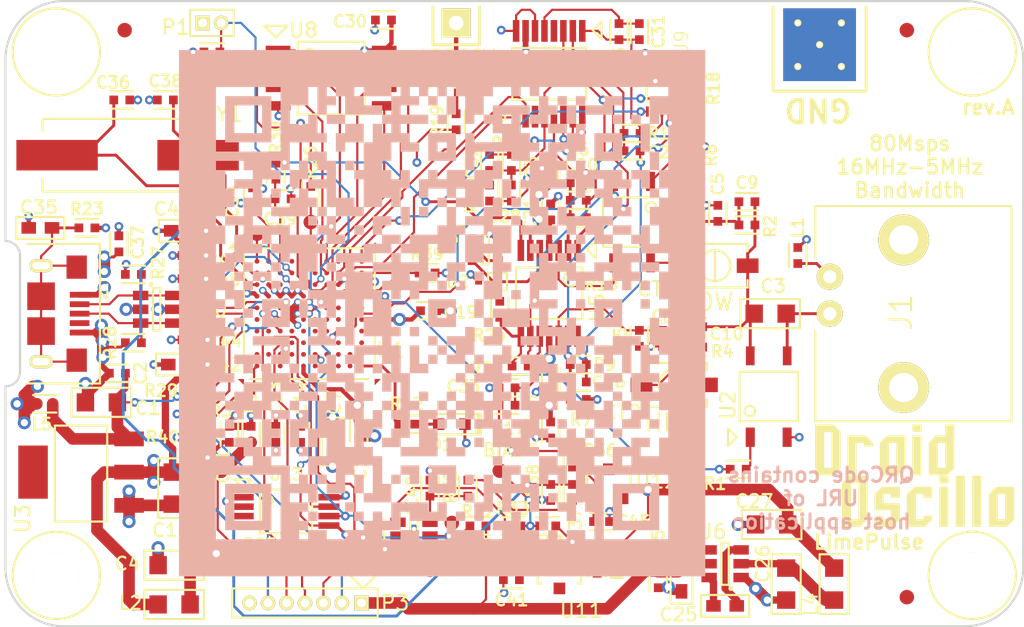
<source format=kicad_pcb>
(kicad_pcb (version 20171130) (host pcbnew "(5.1.12)-1")
  (layers (0 F.Cu mixed) (1 In1_PWR_SIG.Cu mixed) (2 In2_GND.Cu power) (31 B.Cu signal) (35 F.Paste user hide) (36 B.SilkS user hide) (37 F.SilkS user hide) (38 B.Mask user hide) (39 F.Mask user hide) (44 Edge.Cuts user))
  (net 0 "")
  (net 1 GND)
  (net 2 alt_VAA+)
  (net 3 DAC_VREF)
  (net 4 alt_VAA-)
  (net 5 BIAS)
  (net 6 VBUS)
  (net 7 alt_3.3VD)
  (net 8 ADCHS_VPOS0)
  (net 9 "Net-(C20-Pad2)")
  (net 10 "Net-(C31-Pad1)")
  (net 11 ADCHS_VNEG)
  (net 12 "Net-(D1-Pad2)")
  (net 13 "Net-(J1-PadS)")
  (net 14 JTAG_TMS)
  (net 15 JTAG_TCK)
  (net 16 JTAG_TDO)
  (net 17 JTAG_TDI)
  (net 18 JTAG_RESET)
  (net 19 DC_SW)
  (net 20 "Net-(R1-Pad2)")
  (net 21 BOOT3)
  (net 22 OP_SW)
  (net 23 DAC_OUT)
  (net 24 "Net-(R18-Pad1)")
  (net 25 BOOT2)
  (net 26 LED0)
  (net 27 BOOT1)
  (net 28 PROBE_COMP)
  (net 29 I2C_SDA)
  (net 30 I2C_SCL)
  (net 31 SPIFI_SCK)
  (net 32 SPIFI_SIO2)
  (net 33 SPIFI_SIO3)
  (net 34 SPIFI_MISO)
  (net 35 SPIFI_MOSI)
  (net 36 SPIFI_CS)
  (net 37 MUX1-A)
  (net 38 EEPROM_WP)
  (net 39 MUX0-S1)
  (net 40 MUX0-S0)
  (net 41 /USB_VBUS)
  (net 42 /USB_D-)
  (net 43 /USB_D+)
  (net 44 "Net-(C3-Pad1)")
  (net 45 "Net-(C10-Pad1)")
  (net 46 "Net-(C5-Pad1)")
  (net 47 "Net-(C10-Pad2)")
  (net 48 "Net-(C11-Pad1)")
  (net 49 "Net-(C16-Pad1)")
  (net 50 "Net-(C16-Pad2)")
  (net 51 "Net-(C20-Pad1)")
  (net 52 "Net-(C25-Pad1)")
  (net 53 "Net-(C25-Pad2)")
  (net 54 "Net-(C26-Pad1)")
  (net 55 "Net-(C28-Pad2)")
  (net 56 "Net-(C29-Pad1)")
  (net 57 "Net-(C32-Pad2)")
  (net 58 "Net-(C33-Pad1)")
  (net 59 "Net-(C35-Pad1)")
  (net 60 "Net-(C36-Pad2)")
  (net 61 "Net-(C37-Pad1)")
  (net 62 "Net-(C38-Pad2)")
  (net 63 "Net-(C40-Pad2)")
  (net 64 "Net-(C41-Pad1)")
  (net 65 "Net-(R18-Pad2)")
  (net 66 "Net-(R19-Pad1)")
  (net 67 "Net-(R21-Pad1)")
  (net 68 "Net-(R26-Pad2)")
  (net 69 "Net-(R30-Pad1)")
  (net 70 "Net-(R31-Pad1)")
  (net 71 "Net-(U1-PadA1)")
  (net 72 BOOT_ISP)
  (net 73 "Net-(R8-Pad1)")
  (net 74 "Net-(U4-Pad3)")
  (net 75 "Net-(D2-Pad1)")
  (net 76 "Net-(D3-Pad1)")
  (net 77 "Net-(D3-Pad2)")
  (module MyIC:TSSOP-14_4.4x5mm_Pitch0.65mm (layer F.Cu) (at 137.4 120.1 270)
    (fp_text reference U5 (at 1 -3.3 270) (layer F.SilkS))
    (fp_text value OPA4354AIPWR hide)
    (pad 1 smd rect (at -2.95 -1.95 270) (size 1.45 0.45) (layers F.Cu F.Paste F.Mask) (net 9 "Net-(C20-Pad2)"))
    (pad 2 smd rect (at -2.95 -1.3 270) (size 1.45 0.45) (layers F.Cu F.Paste F.Mask) (net 51 "Net-(C20-Pad1)"))
    (pad 3 smd rect (at -2.95 -0.65 270) (size 1.45 0.45) (layers F.Cu F.Paste F.Mask) (net 74 "Net-(U4-Pad3)"))
    (pad 4 smd rect (at -2.95 0 270) (size 1.45 0.45) (layers F.Cu F.Paste F.Mask) (net 2 alt_VAA+))
    (pad 5 smd rect (at -2.95 0.65 270) (size 1.45 0.45) (layers F.Cu F.Paste F.Mask) (net 75 "Net-(D2-Pad1)"))
    (pad 6 smd rect (at -2.95 1.3 270) (size 1.45 0.45) (layers F.Cu F.Paste F.Mask) (net 69 "Net-(R30-Pad1)"))
    (pad 7 smd rect (at -2.95 1.95 270) (size 1.45 0.45) (layers F.Cu F.Paste F.Mask) (net 69 "Net-(R30-Pad1)"))
    (pad 8 smd rect (at 2.95 1.95 270) (size 1.45 0.45) (layers F.Cu F.Paste F.Mask) (net 67 "Net-(R21-Pad1)"))
    (pad 9 smd rect (at 2.95 1.3 270) (size 1.45 0.45) (layers F.Cu F.Paste F.Mask) (net 24 "Net-(R18-Pad1)"))
    (pad 10 smd rect (at 2.95 0.65 270) (size 1.45 0.45) (layers F.Cu F.Paste F.Mask) (net 58 "Net-(C33-Pad1)"))
    (pad 11 smd rect (at 2.95 0 270) (size 1.45 0.45) (layers F.Cu F.Paste F.Mask) (net 4 alt_VAA-))
    (pad 12 smd rect (at 2.95 -0.65 270) (size 1.45 0.45) (layers F.Cu F.Paste F.Mask) (net 47 "Net-(C10-Pad2)"))
    (pad 13 smd rect (at 2.95 -1.3 270) (size 1.45 0.45) (layers F.Cu F.Paste F.Mask) (net 50 "Net-(C16-Pad2)"))
    (pad 14 smd rect (at 2.95 -1.95 270) (size 1.45 0.45) (layers F.Cu F.Paste F.Mask) (net 49 "Net-(C16-Pad1)"))
  )
  (module MyJack:10118193-0001LF (layer F.Cu) (at 101 121.5 270)
    (fp_text reference P2 hide)
    (fp_text value FCI_10118193-0001LF hide)
    (pad 1 smd rect (at -1.3 -4.1) (size 1.35 0.4) (layers F.Cu F.Paste F.Mask) (net 61 "Net-(C37-Pad1)"))
    (pad 2 smd rect (at -0.65 -4.1) (size 1.35 0.4) (layers F.Cu F.Paste F.Mask) (net 42 /USB_D-))
    (pad 3 smd rect (at 0 -4.1) (size 1.35 0.4) (layers F.Cu F.Paste F.Mask) (net 43 /USB_D+))
    (pad 4 smd rect (at 0.65 -4.1) (size 1.35 0.4) (layers F.Cu F.Paste F.Mask))
    (pad 5 smd rect (at 1.3 -4.1) (size 1.35 0.4) (layers F.Cu F.Paste F.Mask) (net 1 GND))
    (pad S3 smd rect (at -1.2 -1.45 270) (size 1.9 1.9) (layers F.Cu F.Paste F.Mask) (net 59 "Net-(C35-Pad1)"))
    (pad S4 smd rect (at 1.2 -1.45 270) (size 1.9 1.9) (layers F.Cu F.Paste F.Mask) (net 59 "Net-(C35-Pad1)"))
    (pad S2 thru_hole oval (at -3.3 -1.45 270) (size 0.9 1.6) (drill oval 0.5 1.2) (layers *.Cu *.Mask F.SilkS) (net 59 "Net-(C35-Pad1)"))
    (pad S1 smd rect (at -3.2 -3.9 270) (size 1.6 1.4) (layers F.Cu F.Paste F.Mask) (net 59 "Net-(C35-Pad1)"))
    (pad S6 smd rect (at 3.2 -3.9 270) (size 1.6 1.4) (layers F.Cu F.Paste F.Mask) (net 59 "Net-(C35-Pad1)"))
    (pad S5 thru_hole oval (at 3.3 -1.45 270) (size 0.9 1.6) (drill oval 0.5 1.2) (layers *.Cu *.Mask F.SilkS) (net 59 "Net-(C35-Pad1)"))
  )
  (module Crystals:Crystal_HC49-SD_SMD (layer F.Cu) (at 108.4 110.6)
    (fp_text reference Y1 (at 7 -2.8) (layer F.SilkS))
    (fp_text value ABLS-12.000MHZ-B4-T hide)
    (pad 1 smd rect (at -4.84886 0) (size 5.6007 2.10058) (layers F.Cu F.Paste F.Mask) (net 60 "Net-(C36-Pad2)"))
    (pad 2 smd rect (at 4.84886 0) (size 5.6007 2.10058) (layers F.Cu F.Paste F.Mask) (net 62 "Net-(C38-Pad2)"))
  )
  (module MySMD:SMD2012 (layer F.Cu) (at 106.6 127.6 180)
    (fp_text reference C1 (at -3.2 -0.4 180) (layer F.SilkS) (effects (font (size 0.9 0.9))))
    (fp_text value "22u 6.3V" hide)
    (pad 1 smd rect (at -1.09982 0 180) (size 1.20142 1.24968) (layers F.Cu F.Paste F.Mask) (net 6 VBUS))
    (pad 2 smd rect (at 1.09982 0 180) (size 1.20142 1.24968) (layers F.Cu F.Paste F.Mask) (net 1 GND))
  )
  (module MySMD:SMD2012 (layer F.Cu) (at 152.6 121.5 180)
    (fp_text reference C3 (at -0.2 1.9 180) (layer F.SilkS) (effects (font (size 0.9 0.9))))
    (fp_text value "47n 100V" hide)
    (pad 1 smd rect (at -1.09982 0 180) (size 1.20142 1.24968) (layers F.Cu F.Paste F.Mask) (net 44 "Net-(C3-Pad1)"))
    (pad 2 smd rect (at 1.09982 0 180) (size 1.20142 1.24968) (layers F.Cu F.Paste F.Mask) (net 45 "Net-(C10-Pad1)"))
  )
  (module TO_SOT_Packages_SMD:SOT-23-6 (layer F.Cu) (at 149.5 138.7 180)
    (fp_text reference U6 (at 0.9 2.2 180) (layer F.SilkS))
    (fp_text value LM2664 hide)
    (pad 1 smd rect (at -1.1 -0.95 180) (size 1.06 0.65) (layers F.Cu F.Paste F.Mask) (net 1 GND))
    (pad 2 smd rect (at -1.1 0 180) (size 1.06 0.65) (layers F.Cu F.Paste F.Mask) (net 54 "Net-(C26-Pad1)"))
    (pad 3 smd rect (at -1.1 0.95 180) (size 1.06 0.65) (layers F.Cu F.Paste F.Mask) (net 53 "Net-(C25-Pad2)"))
    (pad 4 smd rect (at 1.1 0.95 180) (size 1.06 0.65) (layers F.Cu F.Paste F.Mask) (net 7 alt_3.3VD))
    (pad 6 smd rect (at 1.1 -0.95 180) (size 1.06 0.65) (layers F.Cu F.Paste F.Mask) (net 52 "Net-(C25-Pad1)"))
    (pad 5 smd rect (at 1.1 0 180) (size 1.06 0.65) (layers F.Cu F.Paste F.Mask) (net 7 alt_3.3VD))
  )
  (module TO_SOT_Packages_SMD:SOT-23-6 (layer F.Cu) (at 128.1 136.8)
    (fp_text reference U14 (at -2.5 0 90) (layer F.SilkS))
    (fp_text value MCP4726A0T-E/CH hide)
    (pad 1 smd rect (at -1.1 -0.95) (size 1.06 0.65) (layers F.Cu F.Paste F.Mask) (net 23 DAC_OUT))
    (pad 2 smd rect (at -1.1 0) (size 1.06 0.65) (layers F.Cu F.Paste F.Mask) (net 1 GND))
    (pad 3 smd rect (at -1.1 0.95) (size 1.06 0.65) (layers F.Cu F.Paste F.Mask) (net 2 alt_VAA+))
    (pad 4 smd rect (at 1.1 0.95) (size 1.06 0.65) (layers F.Cu F.Paste F.Mask) (net 29 I2C_SDA))
    (pad 6 smd rect (at 1.1 -0.95) (size 1.06 0.65) (layers F.Cu F.Paste F.Mask) (net 63 "Net-(C40-Pad2)"))
    (pad 5 smd rect (at 1.1 0) (size 1.06 0.65) (layers F.Cu F.Paste F.Mask) (net 30 I2C_SCL))
  )
  (module MyMsc:Fiducial_1mm (layer F.Cu) (at 108.2 102)
    (fp_text reference FID1 hide)
    (fp_text value Fiducial_C hide)
    (pad 1 smd circle (at 0 0) (size 1 1) (layers F.Cu F.Mask) (thermal_gap 1))
  )
  (module MyMsc:Fiducial_1mm (layer F.Cu) (at 162 102)
    (fp_text reference FID2 hide)
    (fp_text value Fiducial_A hide)
    (pad 1 smd circle (at 0 0) (size 1 1) (layers F.Cu F.Mask) (thermal_gap 1))
  )
  (module MyMsc:Fiducial_1mm (layer F.Cu) (at 162 141)
    (fp_text reference FID3 hide)
    (fp_text value Fiducial_B hide)
    (pad 1 smd circle (at 0 0) (size 1 1) (layers F.Cu F.Mask) (thermal_gap 1))
  )
  (module MyJack:BNC-R (layer F.Cu) (at 156.7 121.5 90)
    (fp_text reference J1 (at 0.1 4.9 90) (layer F.SilkS) (effects (font (size 1.5 1.5))))
    (fp_text value BNC hide)
    (pad C thru_hole circle (at 0 0 90) (size 1.8 1.8) (drill 0.9) (layers *.Cu *.Mask F.SilkS) (net 44 "Net-(C3-Pad1)"))
    (pad S thru_hole circle (at 2.54 0 90) (size 1.8 1.8) (drill 0.9) (layers *.Cu *.Mask F.SilkS) (net 13 "Net-(J1-PadS)"))
    (pad NC thru_hole circle (at -5.08 5.08 90) (size 3.5 3.5) (drill 2) (layers *.Cu *.Mask F.SilkS))
    (pad NC thru_hole circle (at 5.08 5.08 90) (size 3.5 3.5) (drill 2) (layers *.Cu *.Mask F.SilkS))
  )
  (module MySMD:SMD2012 (layer F.Cu) (at 111.6 138.8 180)
    (fp_text reference C4 (at 3.2 0.1 180) (layer F.SilkS) (effects (font (size 0.9 0.9))))
    (fp_text value "22u 6.3V" hide)
    (pad 1 smd rect (at -1.09982 0 180) (size 1.20142 1.24968) (layers F.Cu F.Paste F.Mask) (net 2 alt_VAA+))
    (pad 2 smd rect (at 1.09982 0 180) (size 1.20142 1.24968) (layers F.Cu F.Paste F.Mask) (net 1 GND))
  )
  (module MySMD:SMD1608 (layer F.Cu) (at 122.5 130.3 270)
    (fp_text reference C7 (at -2.7 -0.1 270) (layer F.SilkS) (effects (font (size 0.9 0.9) (thickness 0.15066))))
    (fp_text value "10u 6.3V" hide)
    (pad 1 smd rect (at -0.8001 0 270) (size 1.00076 0.8001) (layers F.Cu F.Paste F.Mask) (net 48 "Net-(C11-Pad1)"))
    (pad 2 smd rect (at 0.8001 0 270) (size 1.00076 0.8001) (layers F.Cu F.Paste F.Mask) (net 1 GND))
  )
  (module MySMD:SMD2012 (layer F.Cu) (at 111.5 133.5 270)
    (fp_text reference C12 (at 2.9 0.1) (layer F.SilkS) (effects (font (size 0.9 0.9))))
    (fp_text value "22u 6.3V" hide)
    (pad 1 smd rect (at -1.09982 0 270) (size 1.20142 1.24968) (layers F.Cu F.Paste F.Mask) (net 7 alt_3.3VD))
    (pad 2 smd rect (at 1.09982 0 270) (size 1.20142 1.24968) (layers F.Cu F.Paste F.Mask) (net 1 GND))
  )
  (module MySMD:SMD1608 (layer F.Cu) (at 146.5 139.8 270)
    (fp_text reference C18 (at -3.2 0 270) (layer F.SilkS) (effects (font (size 0.9 0.9) (thickness 0.15066))))
    (fp_text value "10u 6.3V" hide)
    (pad 1 smd rect (at -0.8001 0 270) (size 1.00076 0.8001) (layers F.Cu F.Paste F.Mask) (net 7 alt_3.3VD))
    (pad 2 smd rect (at 0.8001 0 270) (size 1.00076 0.8001) (layers F.Cu F.Paste F.Mask) (net 1 GND))
  )
  (module MySMD:SMD1608 (layer F.Cu) (at 149.5 141.6)
    (fp_text reference C25 (at -3.2 0.6) (layer F.SilkS) (effects (font (size 0.9 0.9) (thickness 0.15066))))
    (fp_text value "4.7u 6.3V" hide)
    (pad 1 smd rect (at -0.8001 0) (size 1.00076 0.8001) (layers F.Cu F.Paste F.Mask) (net 52 "Net-(C25-Pad1)"))
    (pad 2 smd rect (at 0.8001 0) (size 1.00076 0.8001) (layers F.Cu F.Paste F.Mask) (net 53 "Net-(C25-Pad2)"))
  )
  (module MySMD:SMD2012 (layer F.Cu) (at 153.7 140.1 270)
    (fp_text reference C26 (at -1.4 1.6 270) (layer F.SilkS) (effects (font (size 0.9 0.9))))
    (fp_text value "22u 6.3V" hide)
    (pad 1 smd rect (at -1.09982 0 270) (size 1.20142 1.24968) (layers F.Cu F.Paste F.Mask) (net 54 "Net-(C26-Pad1)"))
    (pad 2 smd rect (at 1.09982 0 270) (size 1.20142 1.24968) (layers F.Cu F.Paste F.Mask) (net 1 GND))
  )
  (module MySMD:SMD2012 (layer F.Cu) (at 152.7 136 180)
    (fp_text reference C27 (at 1.2 1.6 180) (layer F.SilkS) (effects (font (size 0.9 0.9))))
    (fp_text value "22u 6.3V" hide)
    (pad 1 smd rect (at -1.09982 0 180) (size 1.20142 1.24968) (layers F.Cu F.Paste F.Mask) (net 4 alt_VAA-))
    (pad 2 smd rect (at 1.09982 0 180) (size 1.20142 1.24968) (layers F.Cu F.Paste F.Mask) (net 1 GND))
  )
  (module MySMD:SMD1608 (layer F.Cu) (at 102.4 115.6 180)
    (fp_text reference C35 (at 0.1 1.4 180) (layer F.SilkS) (effects (font (size 0.9 0.9) (thickness 0.15066))))
    (fp_text value "4.7n 100V" hide)
    (pad 1 smd rect (at -0.8001 0 180) (size 1.00076 0.8001) (layers F.Cu F.Paste F.Mask) (net 59 "Net-(C35-Pad1)"))
    (pad 2 smd rect (at 0.8001 0 180) (size 1.00076 0.8001) (layers F.Cu F.Paste F.Mask) (net 1 GND))
  )
  (module MySMD:SMD1608 (layer F.Cu) (at 112 125 180)
    (fp_text reference C42 (at -3 0 180) (layer F.SilkS) (effects (font (size 0.9 0.9) (thickness 0.15066))))
    (fp_text value "10u 6.3V" hide)
    (pad 1 smd rect (at -0.8001 0 180) (size 1.00076 0.8001) (layers F.Cu F.Paste F.Mask) (net 7 alt_3.3VD))
    (pad 2 smd rect (at 0.8001 0 180) (size 1.00076 0.8001) (layers F.Cu F.Paste F.Mask) (net 1 GND))
  )
  (module MySMD:SMD1608 (layer F.Cu) (at 112.2 115.8 180)
    (fp_text reference C46 (at 0.7 1.5 180) (layer F.SilkS) (effects (font (size 0.9 0.9) (thickness 0.15066))))
    (fp_text value "10u 6.3V" hide)
    (pad 1 smd rect (at -0.8001 0 180) (size 1.00076 0.8001) (layers F.Cu F.Paste F.Mask) (net 7 alt_3.3VD))
    (pad 2 smd rect (at 0.8001 0 180) (size 1.00076 0.8001) (layers F.Cu F.Paste F.Mask) (net 1 GND))
  )
  (module MySMD:SMD2012 (layer F.Cu) (at 111.6 141.5)
    (fp_text reference L2 (at -3 -0.1) (layer F.SilkS) (effects (font (size 0.9 0.9))))
    (fp_text value LBR2012T202K hide)
    (pad 1 smd rect (at -1.09982 0) (size 1.20142 1.24968) (layers F.Cu F.Paste F.Mask) (net 7 alt_3.3VD))
    (pad 2 smd rect (at 1.09982 0) (size 1.20142 1.24968) (layers F.Cu F.Paste F.Mask) (net 2 alt_VAA+))
  )
  (module MySMD:SMD2012 (layer F.Cu) (at 157 140.1 90)
    (fp_text reference L4 (at -1.4 -1.6 90) (layer F.SilkS) (effects (font (size 0.9 0.9))))
    (fp_text value LBR2012T202K hide)
    (pad 1 smd rect (at -1.09982 0 90) (size 1.20142 1.24968) (layers F.Cu F.Paste F.Mask) (net 54 "Net-(C26-Pad1)"))
    (pad 2 smd rect (at 1.09982 0 90) (size 1.20142 1.24968) (layers F.Cu F.Paste F.Mask) (net 4 alt_VAA-))
  )
  (module MyMsc:PIN_HEADER_2_1.27mm (layer F.Cu) (at 114.2 101.5)
    (fp_text reference P1 (at -2.5 0.3) (layer F.SilkS))
    (fp_text value USB_BOOT hide)
    (pad 1 thru_hole rect (at -0.635 0) (size 1 1) (drill 0.6) (layers *.Cu *.Mask F.SilkS) (net 7 alt_3.3VD))
    (pad 2 thru_hole circle (at 0.635 0) (size 1 1) (drill 0.6) (layers *.Cu *.Mask F.SilkS) (net 25 BOOT2))
  )
  (module MyMsc:PIN_HEADER_7_1.27pitch (layer F.Cu) (at 120.6 141.4)
    (fp_text reference P3 (at 6.2 0) (layer F.SilkS))
    (fp_text value JTAG hide)
    (pad 1 thru_hole rect (at 3.89 0 180) (size 1 1) (drill 0.6) (layers *.Cu *.Mask F.SilkS) (net 7 alt_3.3VD))
    (pad 2 thru_hole circle (at 2.54 0 180) (size 1 1) (drill 0.6) (layers *.Cu *.Mask F.SilkS) (net 14 JTAG_TMS))
    (pad 3 thru_hole circle (at 1.27 0 180) (size 1 1) (drill 0.6) (layers *.Cu *.Mask F.SilkS) (net 15 JTAG_TCK))
    (pad 4 thru_hole circle (at 0 0 180) (size 1 1) (drill 0.6) (layers *.Cu *.Mask F.SilkS) (net 16 JTAG_TDO))
    (pad 5 thru_hole circle (at -1.27 0 180) (size 1 1) (drill 0.6) (layers *.Cu *.Mask F.SilkS) (net 17 JTAG_TDI))
    (pad 6 thru_hole circle (at -2.54 0 180) (size 1 1) (drill 0.6) (layers *.Cu *.Mask F.SilkS) (net 18 JTAG_RESET))
    (pad 7 thru_hole circle (at -3.81 0 180) (size 1 1) (drill 0.6) (layers *.Cu *.Mask F.SilkS) (net 1 GND))
  )
  (module TO_SOT_Packages_SMD:SOT-23-6 (layer F.Cu) (at 110.4 121.2)
    (fp_text reference U10 (at 3.4 0 180) (layer F.SilkS))
    (fp_text value USBLC6-2SC6 hide)
    (pad 1 smd rect (at -1.1 -0.95) (size 1.06 0.65) (layers F.Cu F.Paste F.Mask) (net 42 /USB_D-))
    (pad 2 smd rect (at -1.1 0) (size 1.06 0.65) (layers F.Cu F.Paste F.Mask) (net 1 GND))
    (pad 3 smd rect (at -1.1 0.95) (size 1.06 0.65) (layers F.Cu F.Paste F.Mask) (net 43 /USB_D+))
    (pad 4 smd rect (at 1.1 0.95) (size 1.06 0.65) (layers F.Cu F.Paste F.Mask) (net 43 /USB_D+))
    (pad 6 smd rect (at 1.1 -0.95) (size 1.06 0.65) (layers F.Cu F.Paste F.Mask) (net 42 /USB_D-))
    (pad 5 smd rect (at 1.1 0) (size 1.06 0.65) (layers F.Cu F.Paste F.Mask) (net 61 "Net-(C37-Pad1)"))
  )
  (module TO_SOT_Packages_SMD:SOT-23 (layer F.Cu) (at 138.1 139.4 180)
    (fp_text reference U11 (at -1.5 -2.5 180) (layer F.SilkS))
    (fp_text value LM385M3-1.2/NOPB hide)
    (pad 1 smd rect (at -0.95 1.00076 180) (size 0.8001 0.8001) (layers F.Cu F.Paste F.Mask) (net 1 GND))
    (pad 2 smd rect (at 0.95 1.00076 180) (size 0.8001 0.8001) (layers F.Cu F.Paste F.Mask) (net 64 "Net-(C41-Pad1)"))
    (pad 3 smd rect (at 0 -0.99822 180) (size 0.8001 0.8001) (layers F.Cu F.Paste F.Mask))
  )
  (module TO_SOT_Packages_SMD:SOT-23 (layer F.Cu) (at 141.5 133.2)
    (fp_text reference U12 (at 3.3 -0.2) (layer F.SilkS))
    (fp_text value LM385M3-1.2/NOPB hide)
    (pad 1 smd rect (at -0.95 1.00076) (size 0.8001 0.8001) (layers F.Cu F.Paste F.Mask) (net 3 DAC_VREF))
    (pad 2 smd rect (at 0.95 1.00076) (size 0.8001 0.8001) (layers F.Cu F.Paste F.Mask) (net 1 GND))
    (pad 3 smd rect (at 0 -0.99822) (size 0.8001 0.8001) (layers F.Cu F.Paste F.Mask))
  )
  (module MyMsc:PROBE_COMP_HOLE (layer F.Cu) (at 131 101.5)
    (fp_text reference W2 hide)
    (fp_text value PROBE_COMP_HOLE hide)
    (pad 1 thru_hole rect (at 0 0) (size 2 2) (drill 1) (layers *.Cu *.Mask F.SilkS) (net 66 "Net-(R19-Pad1)"))
  )
  (module MyMsc:Probe-ADJ-GND (layer F.Cu) (at 156 103)
    (fp_text reference W4 hide)
    (fp_text value PROBE_GND_PAD hide)
    (pad 1 smd rect (at 0 0) (size 5 5) (layers F.Cu F.Mask) (net 1 GND))
    (pad 1 smd rect (at 0 0) (size 5 5) (layers B.Cu B.Mask) (net 1 GND))
    (pad 1 thru_hole circle (at -1.5 -1.5) (size 0.5 0.5) (drill 0.3) (layers *.Cu *.Mask F.SilkS) (net 1 GND))
    (pad 1 thru_hole circle (at 1.5 -1.5) (size 0.5 0.5) (drill 0.3) (layers *.Cu *.Mask F.SilkS) (net 1 GND))
    (pad 1 thru_hole circle (at -1.5 1.5) (size 0.5 0.5) (drill 0.3) (layers *.Cu *.Mask F.SilkS) (net 1 GND))
    (pad 1 thru_hole circle (at 1.5 1.5) (size 0.5 0.5) (drill 0.3) (layers *.Cu *.Mask F.SilkS) (net 1 GND))
    (pad 1 thru_hole circle (at 0 0) (size 0.5 0.5) (drill 0.3) (layers *.Cu *.Mask F.SilkS) (net 1 GND))
  )
  (module MyIC:SOT-223 (layer F.Cu) (at 105.2 132.4 90)
    (fp_text reference U3 (at -3.2 -4 90) (layer F.SilkS))
    (fp_text value AMS1117-3.3 hide)
    (pad 4 smd rect (at 0 -3.302 90) (size 3.6576 2.032) (layers F.Cu F.Paste F.Mask))
    (pad 2 smd rect (at 0 3.302 90) (size 1.016 2.032) (layers F.Cu F.Paste F.Mask) (net 7 alt_3.3VD))
    (pad 3 smd rect (at 2.286 3.302 90) (size 1.016 2.032) (layers F.Cu F.Paste F.Mask) (net 6 VBUS))
    (pad 1 smd rect (at -2.286 3.302 90) (size 1.016 2.032) (layers F.Cu F.Paste F.Mask) (net 1 GND))
  )
  (module MySMD:SMD1005 (layer F.Cu) (at 113 130 180)
    (fp_text reference R40 (at 2.2 0 180) (layer F.SilkS) (effects (font (size 0.8001 0.8001) (thickness 0.16002))))
    (fp_text value "2.2k 5%" hide)
    (pad 1 smd rect (at -0.55118 0 180) (size 0.59944 0.59944) (layers F.Cu F.Paste F.Mask) (net 27 BOOT1))
    (pad 2 smd rect (at 0.55118 0 180) (size 0.59944 0.59944) (layers F.Cu F.Paste F.Mask) (net 1 GND))
  )
  (module MySMD:SMD1005 (layer F.Cu) (at 129 118.7)
    (fp_text reference R39 (at 0 -1.3) (layer F.SilkS) (effects (font (size 0.8001 0.8001) (thickness 0.16002))))
    (fp_text value "2.2k 5%" hide)
    (pad 1 smd rect (at -0.55118 0) (size 0.59944 0.59944) (layers F.Cu F.Paste F.Mask) (net 21 BOOT3))
    (pad 2 smd rect (at 0.55118 0) (size 0.59944 0.59944) (layers F.Cu F.Paste F.Mask) (net 1 GND))
  )
  (module MySMD:SMD1005 (layer F.Cu) (at 116.9 129.8 90)
    (fp_text reference L3 (at 2.1 0 90) (layer F.SilkS) (effects (font (size 0.8001 0.8001) (thickness 0.16002))))
    (fp_text value BLM15AG601SN1 hide)
    (pad 1 smd rect (at -0.55118 0 90) (size 0.59944 0.59944) (layers F.Cu F.Paste F.Mask) (net 7 alt_3.3VD))
    (pad 2 smd rect (at 0.55118 0 90) (size 0.59944 0.59944) (layers F.Cu F.Paste F.Mask) (net 48 "Net-(C11-Pad1)"))
  )
  (module MySMD:SMD1005 (layer F.Cu) (at 154.5 117.5 90)
    (fp_text reference L1 (at 1.9 0 90) (layer F.SilkS) (effects (font (size 0.8001 0.8001) (thickness 0.16002))))
    (fp_text value BLM15AG121SN1 hide)
    (pad 1 smd rect (at -0.55118 0 90) (size 0.59944 0.59944) (layers F.Cu F.Paste F.Mask) (net 13 "Net-(J1-PadS)"))
    (pad 2 smd rect (at 0.55118 0 90) (size 0.59944 0.59944) (layers F.Cu F.Paste F.Mask) (net 1 GND))
  )
  (module MySMD:SMD1005 (layer F.Cu) (at 112.7 123.3 180)
    (fp_text reference C44 (at -2.4 -0.1 180) (layer F.SilkS) (effects (font (size 0.8001 0.8001) (thickness 0.16002))))
    (fp_text value 0.1u hide)
    (pad 1 smd rect (at -0.55118 0 180) (size 0.59944 0.59944) (layers F.Cu F.Paste F.Mask) (net 7 alt_3.3VD))
    (pad 2 smd rect (at 0.55118 0 180) (size 0.59944 0.59944) (layers F.Cu F.Paste F.Mask) (net 1 GND))
  )
  (module MySMD:SMD1005 (layer F.Cu) (at 134.5 126.6 180)
    (fp_text reference C33 (at 3 0.1) (layer F.SilkS) (effects (font (size 0.8001 0.8001) (thickness 0.16002))))
    (fp_text value 0.1u hide)
    (pad 1 smd rect (at -0.55118 0 180) (size 0.59944 0.59944) (layers F.Cu F.Paste F.Mask) (net 58 "Net-(C33-Pad1)"))
    (pad 2 smd rect (at 0.55118 0 180) (size 0.59944 0.59944) (layers F.Cu F.Paste F.Mask) (net 1 GND))
  )
  (module MySMD:SMD1005 (layer F.Cu) (at 143.6 102.1 270)
    (fp_text reference C31 (at 0 -1.3 270) (layer F.SilkS) (effects (font (size 0.8001 0.8001) (thickness 0.16002))))
    (fp_text value 10p hide)
    (pad 1 smd rect (at -0.55118 0 270) (size 0.59944 0.59944) (layers F.Cu F.Paste F.Mask) (net 10 "Net-(C31-Pad1)"))
    (pad 2 smd rect (at 0.55118 0 270) (size 0.59944 0.59944) (layers F.Cu F.Paste F.Mask) (net 49 "Net-(C16-Pad1)"))
  )
  (module MySMD:SMD1005 (layer F.Cu) (at 137.5 129.5 90)
    (fp_text reference C24 (at 0 -1.3 90) (layer F.SilkS) (effects (font (size 0.8001 0.8001) (thickness 0.16002))))
    (fp_text value 0.1u hide)
    (pad 1 smd rect (at -0.55118 0 90) (size 0.59944 0.59944) (layers F.Cu F.Paste F.Mask) (net 1 GND))
    (pad 2 smd rect (at 0.55118 0 90) (size 0.59944 0.59944) (layers F.Cu F.Paste F.Mask) (net 4 alt_VAA-))
  )
  (module MySMD:SMD1005 (layer F.Cu) (at 139.4 126.2 180)
    (fp_text reference C16 (at -2.1 0 180) (layer F.SilkS) (effects (font (size 0.8001 0.8001) (thickness 0.16002))))
    (fp_text value 2.2p hide)
    (pad 1 smd rect (at -0.55118 0 180) (size 0.59944 0.59944) (layers F.Cu F.Paste F.Mask) (net 49 "Net-(C16-Pad1)"))
    (pad 2 smd rect (at 0.55118 0 180) (size 0.59944 0.59944) (layers F.Cu F.Paste F.Mask) (net 50 "Net-(C16-Pad2)"))
  )
  (module MySMD:SMD1005 (layer F.Cu) (at 144.9 139.8 270)
    (fp_text reference C15 (at -2.3 0 270) (layer F.SilkS) (effects (font (size 0.8001 0.8001) (thickness 0.16002))))
    (fp_text value 0.1u hide)
    (pad 1 smd rect (at -0.55118 0 270) (size 0.59944 0.59944) (layers F.Cu F.Paste F.Mask) (net 7 alt_3.3VD))
    (pad 2 smd rect (at 0.55118 0 270) (size 0.59944 0.59944) (layers F.Cu F.Paste F.Mask) (net 1 GND))
  )
  (module MySMD:SMD1005 (layer F.Cu) (at 120.3 129.8 270)
    (fp_text reference C14 (at -2.5 0 270) (layer F.SilkS) (effects (font (size 0.8001 0.8001) (thickness 0.16002))))
    (fp_text value 0.1u hide)
    (pad 1 smd rect (at -0.55118 0 270) (size 0.59944 0.59944) (layers F.Cu F.Paste F.Mask) (net 48 "Net-(C11-Pad1)"))
    (pad 2 smd rect (at 0.55118 0 270) (size 0.59944 0.59944) (layers F.Cu F.Paste F.Mask) (net 1 GND))
  )
  (module MySMD:SMD1005 (layer F.Cu) (at 115.4 129.8 270)
    (fp_text reference C11 (at 2.2 0.4 90) (layer F.SilkS) (effects (font (size 0.8001 0.8001) (thickness 0.16002))))
    (fp_text value 0.1u hide)
    (pad 1 smd rect (at -0.55118 0 270) (size 0.59944 0.59944) (layers F.Cu F.Paste F.Mask) (net 48 "Net-(C11-Pad1)"))
    (pad 2 smd rect (at 0.55118 0 270) (size 0.59944 0.59944) (layers F.Cu F.Paste F.Mask) (net 1 GND))
  )
  (module MySMD:SMD1005 (layer F.Cu) (at 151 113.8 180)
    (fp_text reference C9 (at 0 1.3 180) (layer F.SilkS) (effects (font (size 0.8001 0.8001) (thickness 0.16002))))
    (fp_text value NM hide)
    (pad 1 smd rect (at -0.55118 0 180) (size 0.59944 0.59944) (layers F.Cu F.Paste F.Mask) (net 45 "Net-(C10-Pad1)"))
    (pad 2 smd rect (at 0.55118 0 180) (size 0.59944 0.59944) (layers F.Cu F.Paste F.Mask) (net 46 "Net-(C5-Pad1)"))
  )
  (module MySMD:SMD1005 (layer F.Cu) (at 145.2 123.2 270)
    (fp_text reference C6 (at -1.5 0) (layer F.SilkS) (effects (font (size 0.8001 0.8001) (thickness 0.16002))))
    (fp_text value 120p hide)
    (pad 1 smd rect (at -0.55118 0 270) (size 0.59944 0.59944) (layers F.Cu F.Paste F.Mask) (net 47 "Net-(C10-Pad2)"))
    (pad 2 smd rect (at 0.55118 0 270) (size 0.59944 0.59944) (layers F.Cu F.Paste F.Mask) (net 1 GND))
  )
  (module MySMD:SMD1005 (layer F.Cu) (at 149 114.6 90)
    (fp_text reference C5 (at 2 0 90) (layer F.SilkS) (effects (font (size 0.8001 0.8001) (thickness 0.16002))))
    (fp_text value 4.7p hide)
    (pad 1 smd rect (at -0.55118 0 90) (size 0.59944 0.59944) (layers F.Cu F.Paste F.Mask) (net 46 "Net-(C5-Pad1)"))
    (pad 2 smd rect (at 0.55118 0 90) (size 0.59944 0.59944) (layers F.Cu F.Paste F.Mask) (net 1 GND))
  )
  (module MySMD:SMD1005 (layer F.Cu) (at 107.7 125.6 180)
    (fp_text reference C2 (at -1.6 0 270) (layer F.SilkS) (effects (font (size 0.8001 0.8001) (thickness 0.16002))))
    (fp_text value 0.1u hide)
    (pad 1 smd rect (at -0.55118 0 180) (size 0.59944 0.59944) (layers F.Cu F.Paste F.Mask) (net 6 VBUS))
    (pad 2 smd rect (at 0.55118 0 180) (size 0.59944 0.59944) (layers F.Cu F.Paste F.Mask) (net 1 GND))
  )
  (module MySMD:SMD1005 (layer F.Cu) (at 113.7 133.6 270)
    (fp_text reference C8 (at 2 0 270) (layer F.SilkS) (effects (font (size 0.8001 0.8001) (thickness 0.16002))))
    (fp_text value 0.1u hide)
    (pad 1 smd rect (at -0.55118 0 270) (size 0.59944 0.59944) (layers F.Cu F.Paste F.Mask) (net 7 alt_3.3VD))
    (pad 2 smd rect (at 0.55118 0 270) (size 0.59944 0.59944) (layers F.Cu F.Paste F.Mask) (net 1 GND))
  )
  (module MySMD:SMD1005 (layer F.Cu) (at 147.4 122.4 180)
    (fp_text reference C10 (at -2.2 -0.5 180) (layer F.SilkS) (effects (font (size 0.8001 0.8001) (thickness 0.16002))))
    (fp_text value NM hide)
    (pad 1 smd rect (at -0.55118 0 180) (size 0.59944 0.59944) (layers F.Cu F.Paste F.Mask) (net 45 "Net-(C10-Pad1)"))
    (pad 2 smd rect (at 0.55118 0 180) (size 0.59944 0.59944) (layers F.Cu F.Paste F.Mask) (net 47 "Net-(C10-Pad2)"))
  )
  (module MySMD:SMD1005 (layer F.Cu) (at 118.6 129.8 270)
    (fp_text reference C13 (at -2.5 0 270) (layer F.SilkS) (effects (font (size 0.8001 0.8001) (thickness 0.16002))))
    (fp_text value 22n hide)
    (pad 1 smd rect (at -0.55118 0 270) (size 0.59944 0.59944) (layers F.Cu F.Paste F.Mask) (net 48 "Net-(C11-Pad1)"))
    (pad 2 smd rect (at 0.55118 0 270) (size 0.59944 0.59944) (layers F.Cu F.Paste F.Mask) (net 1 GND))
  )
  (module MySMD:SMD1005 (layer F.Cu) (at 124.3 129.5 270)
    (fp_text reference C17 (at 2.3 -0.1 270) (layer F.SilkS) (effects (font (size 0.8001 0.8001) (thickness 0.16002))))
    (fp_text value 0.1u hide)
    (pad 1 smd rect (at -0.55118 0 270) (size 0.59944 0.59944) (layers F.Cu F.Paste F.Mask) (net 7 alt_3.3VD))
    (pad 2 smd rect (at 0.55118 0 270) (size 0.59944 0.59944) (layers F.Cu F.Paste F.Mask) (net 1 GND))
  )
  (module MySMD:SMD1005 (layer F.Cu) (at 139.4 113.7)
    (fp_text reference C20 (at 0.2 -2.4 180) (layer F.SilkS) (effects (font (size 0.8001 0.8001) (thickness 0.16002))))
    (fp_text value 2.2p hide)
    (pad 1 smd rect (at -0.55118 0) (size 0.59944 0.59944) (layers F.Cu F.Paste F.Mask) (net 51 "Net-(C20-Pad1)"))
    (pad 2 smd rect (at 0.55118 0) (size 0.59944 0.59944) (layers F.Cu F.Paste F.Mask) (net 9 "Net-(C20-Pad2)"))
  )
  (module MySMD:SMD1005 (layer F.Cu) (at 137.5 114.5 90)
    (fp_text reference C21 (at -0.2 -1.4 90) (layer F.SilkS) (effects (font (size 0.8001 0.8001) (thickness 0.16002))))
    (fp_text value 1u hide)
    (pad 1 smd rect (at -0.55118 0 90) (size 0.59944 0.59944) (layers F.Cu F.Paste F.Mask) (net 2 alt_VAA+))
    (pad 2 smd rect (at 0.55118 0 90) (size 0.59944 0.59944) (layers F.Cu F.Paste F.Mask) (net 1 GND))
  )
  (module MySMD:SMD1005 (layer F.Cu) (at 137.5 126 90)
    (fp_text reference C22 (at -1.6 -0.5 180) (layer F.SilkS) (effects (font (size 0.8001 0.8001) (thickness 0.16002))))
    (fp_text value 1u hide)
    (pad 1 smd rect (at -0.55118 0 90) (size 0.59944 0.59944) (layers F.Cu F.Paste F.Mask) (net 1 GND))
    (pad 2 smd rect (at 0.55118 0 90) (size 0.59944 0.59944) (layers F.Cu F.Paste F.Mask) (net 4 alt_VAA-))
  )
  (module MySMD:SMD1005 (layer F.Cu) (at 137.5 112 90)
    (fp_text reference C23 (at 0.2 -1.3 270) (layer F.SilkS) (effects (font (size 0.8001 0.8001) (thickness 0.16002))))
    (fp_text value 0.1u hide)
    (pad 1 smd rect (at -0.55118 0 90) (size 0.59944 0.59944) (layers F.Cu F.Paste F.Mask) (net 2 alt_VAA+))
    (pad 2 smd rect (at 0.55118 0 90) (size 0.59944 0.59944) (layers F.Cu F.Paste F.Mask) (net 1 GND))
  )
  (module MySMD:SMD1005 (layer F.Cu) (at 134.8 113.2 270)
    (fp_text reference C28 (at 1.6 0.5) (layer F.SilkS) (effects (font (size 0.8001 0.8001) (thickness 0.16002))))
    (fp_text value 15p hide)
    (pad 1 smd rect (at -0.55118 0 270) (size 0.59944 0.59944) (layers F.Cu F.Paste F.Mask) (net 9 "Net-(C20-Pad2)"))
    (pad 2 smd rect (at 0.55118 0 270) (size 0.59944 0.59944) (layers F.Cu F.Paste F.Mask) (net 55 "Net-(C28-Pad2)"))
  )
  (module MySMD:SMD1005 (layer F.Cu) (at 143.1 110.3)
    (fp_text reference C29 (at 2.2 0.1) (layer F.SilkS) (effects (font (size 0.8001 0.8001) (thickness 0.16002))))
    (fp_text value 3.3p hide)
    (pad 1 smd rect (at -0.55118 0) (size 0.59944 0.59944) (layers F.Cu F.Paste F.Mask) (net 56 "Net-(C29-Pad1)"))
    (pad 2 smd rect (at 0.55118 0) (size 0.59944 0.59944) (layers F.Cu F.Paste F.Mask) (net 49 "Net-(C16-Pad1)"))
  )
  (module MySMD:SMD1005 (layer F.Cu) (at 126 101.3 180)
    (fp_text reference C30 (at 2.3 -0.1 180) (layer F.SilkS) (effects (font (size 0.8001 0.8001) (thickness 0.16002))))
    (fp_text value 0.1u hide)
    (pad 1 smd rect (at -0.55118 0 180) (size 0.59944 0.59944) (layers F.Cu F.Paste F.Mask) (net 7 alt_3.3VD))
    (pad 2 smd rect (at 0.55118 0 180) (size 0.59944 0.59944) (layers F.Cu F.Paste F.Mask) (net 1 GND))
  )
  (module MySMD:SMD1005 (layer F.Cu) (at 133.3 111.1 90)
    (fp_text reference C32 (at 0 -1.2 90) (layer F.SilkS) (effects (font (size 0.8001 0.8001) (thickness 0.16002))))
    (fp_text value 4.7p hide)
    (pad 1 smd rect (at -0.55118 0 90) (size 0.59944 0.59944) (layers F.Cu F.Paste F.Mask) (net 9 "Net-(C20-Pad2)"))
    (pad 2 smd rect (at 0.55118 0 90) (size 0.59944 0.59944) (layers F.Cu F.Paste F.Mask) (net 57 "Net-(C32-Pad2)"))
  )
  (module MySMD:SMD1005 (layer F.Cu) (at 117 113.4 90)
    (fp_text reference C34 (at -0.4 -1.4 90) (layer F.SilkS) (effects (font (size 0.8001 0.8001) (thickness 0.16002))))
    (fp_text value 1u hide)
    (pad 1 smd rect (at -0.55118 0 90) (size 0.59944 0.59944) (layers F.Cu F.Paste F.Mask) (net 8 ADCHS_VPOS0))
    (pad 2 smd rect (at 0.55118 0 90) (size 0.59944 0.59944) (layers F.Cu F.Paste F.Mask) (net 1 GND))
  )
  (module MySMD:SMD1005 (layer F.Cu) (at 108 106.8 180)
    (fp_text reference C36 (at 0.6 1.2 180) (layer F.SilkS) (effects (font (size 0.8001 0.8001) (thickness 0.16002))))
    (fp_text value 18p hide)
    (pad 1 smd rect (at -0.55118 0 180) (size 0.59944 0.59944) (layers F.Cu F.Paste F.Mask) (net 1 GND))
    (pad 2 smd rect (at 0.55118 0 180) (size 0.59944 0.59944) (layers F.Cu F.Paste F.Mask) (net 60 "Net-(C36-Pad2)"))
  )
  (module MySMD:SMD1005 (layer F.Cu) (at 107.8 116.7 90)
    (fp_text reference C37 (at 0.1 1.3 90) (layer F.SilkS) (effects (font (size 0.8001 0.8001) (thickness 0.16002))))
    (fp_text value 0.1u hide)
    (pad 1 smd rect (at -0.55118 0 90) (size 0.59944 0.59944) (layers F.Cu F.Paste F.Mask) (net 61 "Net-(C37-Pad1)"))
    (pad 2 smd rect (at 0.55118 0 90) (size 0.59944 0.59944) (layers F.Cu F.Paste F.Mask) (net 1 GND))
  )
  (module MySMD:SMD1005 (layer F.Cu) (at 111 106.8)
    (fp_text reference C38 (at 0 -1.3) (layer F.SilkS) (effects (font (size 0.8001 0.8001) (thickness 0.16002))))
    (fp_text value 18p hide)
    (pad 1 smd rect (at -0.55118 0) (size 0.59944 0.59944) (layers F.Cu F.Paste F.Mask) (net 1 GND))
    (pad 2 smd rect (at 0.55118 0) (size 0.59944 0.59944) (layers F.Cu F.Paste F.Mask) (net 62 "Net-(C38-Pad2)"))
  )
  (module MySMD:SMD1005 (layer F.Cu) (at 119.1 113.6)
    (fp_text reference C39 (at -0.2 1.4) (layer F.SilkS) (effects (font (size 0.8001 0.8001) (thickness 0.16002))))
    (fp_text value NM hide)
    (pad 1 smd rect (at -0.55118 0) (size 0.59944 0.59944) (layers F.Cu F.Paste F.Mask) (net 11 ADCHS_VNEG))
    (pad 2 smd rect (at 0.55118 0) (size 0.59944 0.59944) (layers F.Cu F.Paste F.Mask) (net 1 GND))
  )
  (module MySMD:SMD1005 (layer F.Cu) (at 134.8 139.8 180)
    (fp_text reference C41 (at 0 -1.4 180) (layer F.SilkS) (effects (font (size 0.8001 0.8001) (thickness 0.16002))))
    (fp_text value 0.1u hide)
    (pad 1 smd rect (at -0.55118 0 180) (size 0.59944 0.59944) (layers F.Cu F.Paste F.Mask) (net 64 "Net-(C41-Pad1)"))
    (pad 2 smd rect (at 0.55118 0 180) (size 0.59944 0.59944) (layers F.Cu F.Paste F.Mask) (net 1 GND))
  )
  (module MySMD:SMD1005 (layer F.Cu) (at 137.3 136.1 180)
    (fp_text reference C43 (at 0 -1.2 180) (layer F.SilkS) (effects (font (size 0.8001 0.8001) (thickness 0.16002))))
    (fp_text value 0.1u hide)
    (pad 1 smd rect (at -0.55118 0 180) (size 0.59944 0.59944) (layers F.Cu F.Paste F.Mask) (net 1 GND))
    (pad 2 smd rect (at 0.55118 0 180) (size 0.59944 0.59944) (layers F.Cu F.Paste F.Mask) (net 5 BIAS))
  )
  (module MySMD:SMD1005 (layer F.Cu) (at 141 135.8)
    (fp_text reference C45 (at 2.2 0) (layer F.SilkS) (effects (font (size 0.8001 0.8001) (thickness 0.16002))))
    (fp_text value 0.1u hide)
    (pad 1 smd rect (at -0.55118 0) (size 0.59944 0.59944) (layers F.Cu F.Paste F.Mask) (net 3 DAC_VREF))
    (pad 2 smd rect (at 0.55118 0) (size 0.59944 0.59944) (layers F.Cu F.Paste F.Mask) (net 1 GND))
  )
  (module MySMD:SMD1005 (layer F.Cu) (at 112.7 117.5 180)
    (fp_text reference C47 (at -2.3 -0.4 180) (layer F.SilkS) (effects (font (size 0.8001 0.8001) (thickness 0.16002))))
    (fp_text value 0.1u hide)
    (pad 1 smd rect (at -0.55118 0 180) (size 0.59944 0.59944) (layers F.Cu F.Paste F.Mask) (net 7 alt_3.3VD))
    (pad 2 smd rect (at 0.55118 0 180) (size 0.59944 0.59944) (layers F.Cu F.Paste F.Mask) (net 1 GND))
  )
  (module MySMD:SMD1005 (layer F.Cu) (at 112.7 119.1 180)
    (fp_text reference C48 (at -2.3 -0.1 180) (layer F.SilkS) (effects (font (size 0.8001 0.8001) (thickness 0.16002))))
    (fp_text value 22n hide)
    (pad 1 smd rect (at -0.55118 0 180) (size 0.59944 0.59944) (layers F.Cu F.Paste F.Mask) (net 7 alt_3.3VD))
    (pad 2 smd rect (at 0.55118 0 180) (size 0.59944 0.59944) (layers F.Cu F.Paste F.Mask) (net 1 GND))
  )
  (module MySMD:SMD1005 (layer F.Cu) (at 150.4 132.2)
    (fp_text reference R1 (at -1.6 1) (layer F.SilkS) (effects (font (size 0.8001 0.8001) (thickness 0.16002))))
    (fp_text value "2.2k 5%" hide)
    (pad 1 smd rect (at -0.55118 0) (size 0.59944 0.59944) (layers F.Cu F.Paste F.Mask) (net 19 DC_SW))
    (pad 2 smd rect (at 0.55118 0) (size 0.59944 0.59944) (layers F.Cu F.Paste F.Mask) (net 20 "Net-(R1-Pad2)"))
  )
  (module MySMD:SMD1005 (layer F.Cu) (at 151 115.4)
    (fp_text reference R2 (at 1.6 0.1 90) (layer F.SilkS) (effects (font (size 0.8001 0.8001) (thickness 0.16002))))
    (fp_text value "1100k 1%" hide)
    (pad 1 smd rect (at -0.55118 0) (size 0.59944 0.59944) (layers F.Cu F.Paste F.Mask) (net 46 "Net-(C5-Pad1)"))
    (pad 2 smd rect (at 0.55118 0) (size 0.59944 0.59944) (layers F.Cu F.Paste F.Mask) (net 45 "Net-(C10-Pad1)"))
  )
  (module MySMD:SMD1005 (layer F.Cu) (at 147.4 114.6 270)
    (fp_text reference R3 (at -2 0 270) (layer F.SilkS) (effects (font (size 0.8001 0.8001) (thickness 0.16002))))
    (fp_text value "910k 1%" hide)
    (pad 1 smd rect (at -0.55118 0 270) (size 0.59944 0.59944) (layers F.Cu F.Paste F.Mask) (net 1 GND))
    (pad 2 smd rect (at 0.55118 0 270) (size 0.59944 0.59944) (layers F.Cu F.Paste F.Mask) (net 46 "Net-(C5-Pad1)"))
  )
  (module MySMD:SMD1005 (layer F.Cu) (at 147.4 123.8 180)
    (fp_text reference R4 (at -1.9 -0.3 180) (layer F.SilkS) (effects (font (size 0.8001 0.8001) (thickness 0.16002))))
    (fp_text value "1.96M 1%" hide)
    (pad 1 smd rect (at -0.55118 0 180) (size 0.59944 0.59944) (layers F.Cu F.Paste F.Mask) (net 45 "Net-(C10-Pad1)"))
    (pad 2 smd rect (at 0.55118 0 180) (size 0.59944 0.59944) (layers F.Cu F.Paste F.Mask) (net 47 "Net-(C10-Pad2)"))
  )
  (module MySMD:SMD1005 (layer F.Cu) (at 143.6 123.2 270)
    (fp_text reference R5 (at 0 1.3 270) (layer F.SilkS) (effects (font (size 0.8001 0.8001) (thickness 0.16002))))
    (fp_text value "36k 1%" hide)
    (pad 1 smd rect (at -0.55118 0 270) (size 0.59944 0.59944) (layers F.Cu F.Paste F.Mask) (net 47 "Net-(C10-Pad2)"))
    (pad 2 smd rect (at 0.55118 0 270) (size 0.59944 0.59944) (layers F.Cu F.Paste F.Mask) (net 1 GND))
  )
  (module MySMD:SMD1005 (layer F.Cu) (at 139.4 112.5)
    (fp_text reference R6 (at 0 -2.3) (layer F.SilkS) (effects (font (size 0.8001 0.8001) (thickness 0.16002))))
    (fp_text value "3k 1%" hide)
    (pad 1 smd rect (at -0.55118 0) (size 0.59944 0.59944) (layers F.Cu F.Paste F.Mask) (net 51 "Net-(C20-Pad1)"))
    (pad 2 smd rect (at 0.55118 0) (size 0.59944 0.59944) (layers F.Cu F.Paste F.Mask) (net 1 GND))
  )
  (module MySMD:SMD1005 (layer F.Cu) (at 139.4 127.4)
    (fp_text reference R7 (at 0.2 1.4) (layer F.SilkS) (effects (font (size 0.8001 0.8001) (thickness 0.16002))))
    (fp_text value "3k 1%" hide)
    (pad 1 smd rect (at -0.55118 0) (size 0.59944 0.59944) (layers F.Cu F.Paste F.Mask) (net 50 "Net-(C16-Pad2)"))
    (pad 2 smd rect (at 0.55118 0) (size 0.59944 0.59944) (layers F.Cu F.Paste F.Mask) (net 1 GND))
  )
  (module MySMD:SMD1005 (layer F.Cu) (at 147 110.6 90)
    (fp_text reference R8 (at 0 1.5 90) (layer F.SilkS) (effects (font (size 0.8001 0.8001) (thickness 0.16002))))
    (fp_text value "2.2k 5%" hide)
    (pad 1 smd rect (at -0.55118 0 90) (size 0.59944 0.59944) (layers F.Cu F.Paste F.Mask) (net 73 "Net-(R8-Pad1)"))
    (pad 2 smd rect (at 0.55118 0 90) (size 0.59944 0.59944) (layers F.Cu F.Paste F.Mask) (net 22 OP_SW))
  )
  (module MySMD:SMD1005 (layer F.Cu) (at 139.4 125)
    (fp_text reference R9 (at 1.8 0) (layer F.SilkS) (effects (font (size 0.8001 0.8001) (thickness 0.16002))))
    (fp_text value "27k 1%" hide)
    (pad 1 smd rect (at -0.55118 0) (size 0.59944 0.59944) (layers F.Cu F.Paste F.Mask) (net 50 "Net-(C16-Pad2)"))
    (pad 2 smd rect (at 0.55118 0) (size 0.59944 0.59944) (layers F.Cu F.Paste F.Mask) (net 49 "Net-(C16-Pad1)"))
  )
  (module MySMD:SMD1005 (layer F.Cu) (at 139.4 114.9 180)
    (fp_text reference R10 (at -1.6 -4.6 180) (layer F.SilkS) (effects (font (size 0.8001 0.8001) (thickness 0.16002))))
    (fp_text value "27k 1%" hide)
    (pad 1 smd rect (at -0.55118 0 180) (size 0.59944 0.59944) (layers F.Cu F.Paste F.Mask) (net 9 "Net-(C20-Pad2)"))
    (pad 2 smd rect (at 0.55118 0 180) (size 0.59944 0.59944) (layers F.Cu F.Paste F.Mask) (net 51 "Net-(C20-Pad1)"))
  )
  (module MySMD:SMD1005 (layer F.Cu) (at 114.2 103.5 180)
    (fp_text reference R11 (at 0 -1.3 180) (layer F.SilkS) (effects (font (size 0.8001 0.8001) (thickness 0.16002))))
    (fp_text value "2.2k 5%" hide)
    (pad 1 smd rect (at -0.55118 0 180) (size 0.59944 0.59944) (layers F.Cu F.Paste F.Mask) (net 25 BOOT2))
    (pad 2 smd rect (at 0.55118 0 180) (size 0.59944 0.59944) (layers F.Cu F.Paste F.Mask) (net 1 GND))
  )
  (module MySMD:SMD1005 (layer F.Cu) (at 127.6 129.1)
    (fp_text reference R12 (at 0 -1.4) (layer F.SilkS) (effects (font (size 0.8001 0.8001) (thickness 0.16002))))
    (fp_text value "10k 5%" hide)
    (pad 1 smd rect (at -0.55118 0) (size 0.59944 0.59944) (layers F.Cu F.Paste F.Mask) (net 26 LED0))
    (pad 2 smd rect (at 0.55118 0) (size 0.59944 0.59944) (layers F.Cu F.Paste F.Mask) (net 12 "Net-(D1-Pad2)"))
  )
  (module MySMD:SMD1005 (layer F.Cu) (at 133.3 113.2 270)
    (fp_text reference R13 (at 0.3 1.2 270) (layer F.SilkS) (effects (font (size 0.8001 0.8001) (thickness 0.16002))))
    (fp_text value "3.3k 1%" hide)
    (pad 1 smd rect (at -0.55118 0 270) (size 0.59944 0.59944) (layers F.Cu F.Paste F.Mask) (net 9 "Net-(C20-Pad2)"))
    (pad 2 smd rect (at 0.55118 0 270) (size 0.59944 0.59944) (layers F.Cu F.Paste F.Mask) (net 55 "Net-(C28-Pad2)"))
  )
  (module MySMD:SMD1005 (layer F.Cu) (at 143.1 109.1)
    (fp_text reference R14 (at 2.2 0) (layer F.SilkS) (effects (font (size 0.8001 0.8001) (thickness 0.16002))))
    (fp_text value "22k 1%" hide)
    (pad 1 smd rect (at -0.55118 0) (size 0.59944 0.59944) (layers F.Cu F.Paste F.Mask) (net 56 "Net-(C29-Pad1)"))
    (pad 2 smd rect (at 0.55118 0) (size 0.59944 0.59944) (layers F.Cu F.Paste F.Mask) (net 49 "Net-(C16-Pad1)"))
  )
  (module MySMD:SMD1005 (layer F.Cu) (at 142.2 102.1 270)
    (fp_text reference R15 (at 2.2 0 270) (layer F.SilkS) (effects (font (size 0.8001 0.8001) (thickness 0.16002))))
    (fp_text value "5.6k 1%" hide)
    (pad 1 smd rect (at -0.55118 0 270) (size 0.59944 0.59944) (layers F.Cu F.Paste F.Mask) (net 10 "Net-(C31-Pad1)"))
    (pad 2 smd rect (at 0.55118 0 270) (size 0.59944 0.59944) (layers F.Cu F.Paste F.Mask) (net 49 "Net-(C16-Pad1)"))
  )
  (module MySMD:SMD1005 (layer F.Cu) (at 134.8 111.1 90)
    (fp_text reference R16 (at 2.3 -0.8 90) (layer F.SilkS) (effects (font (size 0.8001 0.8001) (thickness 0.16002))))
    (fp_text value "13.3k 1%" hide)
    (pad 1 smd rect (at -0.55118 0 90) (size 0.59944 0.59944) (layers F.Cu F.Paste F.Mask) (net 9 "Net-(C20-Pad2)"))
    (pad 2 smd rect (at 0.55118 0 90) (size 0.59944 0.59944) (layers F.Cu F.Paste F.Mask) (net 57 "Net-(C32-Pad2)"))
  )
  (module MySMD:SMD1005 (layer F.Cu) (at 134.5 127.8)
    (fp_text reference R17 (at 0.1 1.6) (layer F.SilkS) (effects (font (size 0.8001 0.8001) (thickness 0.16002))))
    (fp_text value "4.7k 5%" hide)
    (pad 1 smd rect (at -0.55118 0) (size 0.59944 0.59944) (layers F.Cu F.Paste F.Mask) (net 5 BIAS))
    (pad 2 smd rect (at 0.55118 0) (size 0.59944 0.59944) (layers F.Cu F.Paste F.Mask) (net 58 "Net-(C33-Pad1)"))
  )
  (module MySMD:SMD1005 (layer F.Cu) (at 147.3 105.9 90)
    (fp_text reference R18 (at -0.1 1.4 90) (layer F.SilkS) (effects (font (size 0.8001 0.8001) (thickness 0.16002))))
    (fp_text value "910 1%" hide)
    (pad 1 smd rect (at -0.55118 0 90) (size 0.59944 0.59944) (layers F.Cu F.Paste F.Mask) (net 24 "Net-(R18-Pad1)"))
    (pad 2 smd rect (at 0.55118 0 90) (size 0.59944 0.59944) (layers F.Cu F.Paste F.Mask) (net 65 "Net-(R18-Pad2)"))
  )
  (module MySMD:SMD1005 (layer F.Cu) (at 131 108.3 270)
    (fp_text reference R19 (at 0 1.3 270) (layer F.SilkS) (effects (font (size 0.8001 0.8001) (thickness 0.16002))))
    (fp_text value "100 5%" hide)
    (pad 1 smd rect (at -0.55118 0 270) (size 0.59944 0.59944) (layers F.Cu F.Paste F.Mask) (net 66 "Net-(R19-Pad1)"))
    (pad 2 smd rect (at 0.55118 0 270) (size 0.59944 0.59944) (layers F.Cu F.Paste F.Mask) (net 28 PROBE_COMP))
  )
  (module MySMD:SMD1005 (layer F.Cu) (at 132.5 137.6 180)
    (fp_text reference R20 (at 0.3 -1.3 180) (layer F.SilkS) (effects (font (size 0.8001 0.8001) (thickness 0.16002))))
    (fp_text value 4.7k hide)
    (pad 1 smd rect (at -0.55118 0 180) (size 0.59944 0.59944) (layers F.Cu F.Paste F.Mask) (net 7 alt_3.3VD))
    (pad 2 smd rect (at 0.55118 0 180) (size 0.59944 0.59944) (layers F.Cu F.Paste F.Mask) (net 29 I2C_SDA))
  )
  (module MySMD:SMD1005 (layer F.Cu) (at 132.5 136.1 180)
    (fp_text reference R22 (at 0 1 180) (layer F.SilkS) (effects (font (size 0.8001 0.8001) (thickness 0.16002))))
    (fp_text value 4.7k hide)
    (pad 1 smd rect (at -0.55118 0 180) (size 0.59944 0.59944) (layers F.Cu F.Paste F.Mask) (net 7 alt_3.3VD))
    (pad 2 smd rect (at 0.55118 0 180) (size 0.59944 0.59944) (layers F.Cu F.Paste F.Mask) (net 30 I2C_SCL))
  )
  (module MySMD:SMD1005 (layer F.Cu) (at 105.6 115.6)
    (fp_text reference R23 (at 0 -1.3) (layer F.SilkS) (effects (font (size 0.8001 0.8001) (thickness 0.16002))))
    (fp_text value "1M 5%" hide)
    (pad 1 smd rect (at -0.55118 0) (size 0.59944 0.59944) (layers F.Cu F.Paste F.Mask) (net 59 "Net-(C35-Pad1)"))
    (pad 2 smd rect (at 0.55118 0) (size 0.59944 0.59944) (layers F.Cu F.Paste F.Mask) (net 1 GND))
  )
  (module MySMD:SMD1005 (layer F.Cu) (at 134 121.2 90)
    (fp_text reference R24 (at -1.8 -0.7 180) (layer F.SilkS) (effects (font (size 0.8001 0.8001) (thickness 0.16002))))
    (fp_text value "680 1%" hide)
    (pad 1 smd rect (at -0.55118 0 90) (size 0.59944 0.59944) (layers F.Cu F.Paste F.Mask) (net 67 "Net-(R21-Pad1)"))
    (pad 2 smd rect (at 0.55118 0 90) (size 0.59944 0.59944) (layers F.Cu F.Paste F.Mask) (net 75 "Net-(D2-Pad1)"))
  )
  (module MySMD:SMD1005 (layer F.Cu) (at 117.5 138.7)
    (fp_text reference R25 (at 0 -1.3) (layer F.SilkS) (effects (font (size 0.8001 0.8001) (thickness 0.16002))))
    (fp_text value 4.7k hide)
    (pad 1 smd rect (at -0.55118 0) (size 0.59944 0.59944) (layers F.Cu F.Paste F.Mask) (net 7 alt_3.3VD))
    (pad 2 smd rect (at 0.55118 0) (size 0.59944 0.59944) (layers F.Cu F.Paste F.Mask) (net 18 JTAG_RESET))
  )
  (module MySMD:SMD1005 (layer F.Cu) (at 121 113.3 270)
    (fp_text reference R26 (at -2.2 0 270) (layer F.SilkS) (effects (font (size 0.8001 0.8001) (thickness 0.16002))))
    (fp_text value 4.7k hide)
    (pad 1 smd rect (at -0.55118 0 270) (size 0.59944 0.59944) (layers F.Cu F.Paste F.Mask) (net 7 alt_3.3VD))
    (pad 2 smd rect (at 0.55118 0 270) (size 0.59944 0.59944) (layers F.Cu F.Paste F.Mask) (net 68 "Net-(R26-Pad2)"))
  )
  (module MySMD:SMD1005 (layer F.Cu) (at 108.8 118.8 180)
    (fp_text reference R27 (at -1.7 0.8 270) (layer F.SilkS) (effects (font (size 0.8001 0.8001) (thickness 0.16002))))
    (fp_text value "1M 5%" hide)
    (pad 1 smd rect (at -0.55118 0 180) (size 0.59944 0.59944) (layers F.Cu F.Paste F.Mask) (net 42 /USB_D-))
    (pad 2 smd rect (at 0.55118 0 180) (size 0.59944 0.59944) (layers F.Cu F.Paste F.Mask) (net 1 GND))
  )
  (module MySMD:SMD1005 (layer F.Cu) (at 108.8 123.5 180)
    (fp_text reference R28 (at 1.6 0 270) (layer F.SilkS) (effects (font (size 0.8001 0.8001) (thickness 0.16002))))
    (fp_text value "1M 5%" hide)
    (pad 1 smd rect (at -0.55118 0 180) (size 0.59944 0.59944) (layers F.Cu F.Paste F.Mask) (net 43 /USB_D+))
    (pad 2 smd rect (at 0.55118 0 180) (size 0.59944 0.59944) (layers F.Cu F.Paste F.Mask) (net 1 GND))
  )
  (module MySMD:SMD1005 (layer F.Cu) (at 112.9 126.8 180)
    (fp_text reference R29 (at 2.2 0 180) (layer F.SilkS) (effects (font (size 0.8001 0.8001) (thickness 0.16002))))
    (fp_text value "100 5%" hide)
    (pad 1 smd rect (at -0.55118 0 180) (size 0.59944 0.59944) (layers F.Cu F.Paste F.Mask) (net 41 /USB_VBUS))
    (pad 2 smd rect (at 0.55118 0 180) (size 0.59944 0.59944) (layers F.Cu F.Paste F.Mask) (net 6 VBUS))
  )
  (module MySMD:SMD1005 (layer F.Cu) (at 118.6 111.7 270)
    (fp_text reference R30 (at -2.3 0 270) (layer F.SilkS) (effects (font (size 0.8001 0.8001) (thickness 0.16002))))
    (fp_text value 0 hide)
    (pad 1 smd rect (at -0.55118 0 270) (size 0.59944 0.59944) (layers F.Cu F.Paste F.Mask) (net 69 "Net-(R30-Pad1)"))
    (pad 2 smd rect (at 0.55118 0 270) (size 0.59944 0.59944) (layers F.Cu F.Paste F.Mask) (net 11 ADCHS_VNEG))
  )
  (module MySMD:SMD1005 (layer F.Cu) (at 112.9 128.4 180)
    (fp_text reference R31 (at -2.3 0.2 180) (layer F.SilkS) (effects (font (size 0.8001 0.8001) (thickness 0.16002))))
    (fp_text value "12k 1%" hide)
    (pad 1 smd rect (at -0.55118 0 180) (size 0.59944 0.59944) (layers F.Cu F.Paste F.Mask) (net 70 "Net-(R31-Pad1)"))
    (pad 2 smd rect (at 0.55118 0 180) (size 0.59944 0.59944) (layers F.Cu F.Paste F.Mask) (net 1 GND))
  )
  (module MySMD:SMD1005 (layer F.Cu) (at 131.8 133.5 270)
    (fp_text reference R32 (at -0.1 1.2 90) (layer F.SilkS) (effects (font (size 0.8001 0.8001) (thickness 0.16002))))
    (fp_text value "4.7k 5%" hide)
    (pad 1 smd rect (at -0.55118 0 270) (size 0.59944 0.59944) (layers F.Cu F.Paste F.Mask) (net 3 DAC_VREF))
    (pad 2 smd rect (at 0.55118 0 270) (size 0.59944 0.59944) (layers F.Cu F.Paste F.Mask) (net 63 "Net-(C40-Pad2)"))
  )
  (module MySMD:SMD1005 (layer F.Cu) (at 134.9 136.1)
    (fp_text reference R33 (at 0 -1.2) (layer F.SilkS) (effects (font (size 0.8001 0.8001) (thickness 0.16002))))
    (fp_text value "2k 1%" hide)
    (pad 1 smd rect (at -0.55118 0) (size 0.59944 0.59944) (layers F.Cu F.Paste F.Mask) (net 23 DAC_OUT))
    (pad 2 smd rect (at 0.55118 0) (size 0.59944 0.59944) (layers F.Cu F.Paste F.Mask) (net 5 BIAS))
  )
  (module MySMD:SMD1005 (layer F.Cu) (at 135.4 138 270)
    (fp_text reference R34 (at 0 1.2 270) (layer F.SilkS) (effects (font (size 0.8001 0.8001) (thickness 0.16002))))
    (fp_text value "8.2k 1%" hide)
    (pad 1 smd rect (at -0.55118 0 270) (size 0.59944 0.59944) (layers F.Cu F.Paste F.Mask) (net 5 BIAS))
    (pad 2 smd rect (at 0.55118 0 270) (size 0.59944 0.59944) (layers F.Cu F.Paste F.Mask) (net 64 "Net-(C41-Pad1)"))
  )
  (module MySMD:SMD1005 (layer F.Cu) (at 140.7 138.8 90)
    (fp_text reference R35 (at 0.1 1.4 270) (layer F.SilkS) (effects (font (size 0.8001 0.8001) (thickness 0.16002))))
    (fp_text value "1.5k 1%" hide)
    (pad 1 smd rect (at -0.55118 0 90) (size 0.59944 0.59944) (layers F.Cu F.Paste F.Mask) (net 64 "Net-(C41-Pad1)"))
    (pad 2 smd rect (at 0.55118 0 90) (size 0.59944 0.59944) (layers F.Cu F.Paste F.Mask) (net 4 alt_VAA-))
  )
  (module MySMD:SMD1005 (layer F.Cu) (at 139 131.5 270)
    (fp_text reference R36 (at -0.6 -1.9) (layer F.SilkS) (effects (font (size 0.8001 0.8001) (thickness 0.16002))))
    (fp_text value "2.2k 5%" hide)
    (pad 1 smd rect (at -0.55118 0 270) (size 0.59944 0.59944) (layers F.Cu F.Paste F.Mask) (net 2 alt_VAA+))
    (pad 2 smd rect (at 0.55118 0 270) (size 0.59944 0.59944) (layers F.Cu F.Paste F.Mask) (net 3 DAC_VREF))
  )
  (module MySMD:SMD1005 (layer F.Cu) (at 139 133.8 90)
    (fp_text reference R37 (at -2.2 0.2 90) (layer F.SilkS) (effects (font (size 0.8001 0.8001) (thickness 0.16002))))
    (fp_text value "2.2k 1%" hide)
    (pad 1 smd rect (at -0.55118 0 90) (size 0.59944 0.59944) (layers F.Cu F.Paste F.Mask) (net 3 DAC_VREF))
    (pad 2 smd rect (at 0.55118 0 90) (size 0.59944 0.59944) (layers F.Cu F.Paste F.Mask) (net 8 ADCHS_VPOS0))
  )
  (module MySMD:SMD1005 (layer F.Cu) (at 137.5 133.8 270)
    (fp_text reference R38 (at -0.8 1.2 270) (layer F.SilkS) (effects (font (size 0.8001 0.8001) (thickness 0.16002))))
    (fp_text value "1.5k 1%" hide)
    (pad 1 smd rect (at -0.55118 0 270) (size 0.59944 0.59944) (layers F.Cu F.Paste F.Mask) (net 8 ADCHS_VPOS0))
    (pad 2 smd rect (at 0.55118 0 270) (size 0.59944 0.59944) (layers F.Cu F.Paste F.Mask) (net 1 GND))
  )
  (module MySMD:SMD1005 (layer F.Cu) (at 102.7 127.7)
    (fp_text reference L5 (at -0.2 1.4) (layer F.SilkS) (effects (font (size 0.8001 0.8001) (thickness 0.16002))))
    (fp_text value BLM15AG121SN1 hide)
    (pad 1 smd rect (at -0.55118 0) (size 0.59944 0.59944) (layers F.Cu F.Paste F.Mask) (net 61 "Net-(C37-Pad1)"))
    (pad 2 smd rect (at 0.55118 0) (size 0.59944 0.59944) (layers F.Cu F.Paste F.Mask) (net 6 VBUS))
  )
  (module MySMD:SMD1005 (layer F.Cu) (at 135.4 125.1)
    (fp_text reference R21 (at -2.3 0.2) (layer F.SilkS) (effects (font (size 0.8001 0.8001) (thickness 0.16002))))
    (fp_text value "1k 1%" hide)
    (pad 1 smd rect (at -0.55118 0) (size 0.59944 0.59944) (layers F.Cu F.Paste F.Mask) (net 67 "Net-(R21-Pad1)"))
    (pad 2 smd rect (at 0.55118 0) (size 0.59944 0.59944) (layers F.Cu F.Paste F.Mask) (net 24 "Net-(R18-Pad1)"))
  )
  (module MySMD:SMD1005 (layer F.Cu) (at 129.2 133.5 270)
    (fp_text reference C40 (at 0.3 1.2 270) (layer F.SilkS) (effects (font (size 0.8001 0.8001) (thickness 0.16002))))
    (fp_text value 1u hide)
    (pad 1 smd rect (at -0.55118 0 270) (size 0.59944 0.59944) (layers F.Cu F.Paste F.Mask) (net 1 GND))
    (pad 2 smd rect (at 0.55118 0 270) (size 0.59944 0.59944) (layers F.Cu F.Paste F.Mask) (net 63 "Net-(C40-Pad2)"))
  )
  (module MySMD:SMD1005 (layer F.Cu) (at 129.1 121.3)
    (fp_text reference C19 (at 2.2 0.1) (layer F.SilkS) (effects (font (size 0.8001 0.8001) (thickness 0.16002))))
    (fp_text value 0.1u hide)
    (pad 1 smd rect (at -0.55118 0) (size 0.59944 0.59944) (layers F.Cu F.Paste F.Mask) (net 7 alt_3.3VD))
    (pad 2 smd rect (at 0.55118 0) (size 0.59944 0.59944) (layers F.Cu F.Paste F.Mask) (net 1 GND))
  )
  (module MyIC:TSSOP-16_4.4x5mm_Pitch0.65mm (layer F.Cu) (at 137.4 105 270)
    (fp_text reference U7 (at 0 -3.55 270) (layer F.SilkS))
    (fp_text value 74HC4052PW hide)
    (pad 1 smd rect (at -2.95 -2.275 270) (size 1.5 0.45) (layers F.Cu F.Paste F.Mask) (net 49 "Net-(C16-Pad1)"))
    (pad 2 smd rect (at -2.95 -1.625 270) (size 1.5 0.45) (layers F.Cu F.Paste F.Mask) (net 56 "Net-(C29-Pad1)"))
    (pad 3 smd rect (at -2.95 -0.975 270) (size 1.5 0.45) (layers F.Cu F.Paste F.Mask) (net 50 "Net-(C16-Pad2)"))
    (pad 4 smd rect (at -2.95 -0.325 270) (size 1.5 0.45) (layers F.Cu F.Paste F.Mask))
    (pad 5 smd rect (at -2.95 0.325 270) (size 1.5 0.45) (layers F.Cu F.Paste F.Mask) (net 10 "Net-(C31-Pad1)"))
    (pad 6 smd rect (at -2.95 0.975 270) (size 1.5 0.45) (layers F.Cu F.Paste F.Mask) (net 1 GND))
    (pad 7 smd rect (at -2.95 1.625 270) (size 1.5 0.45) (layers F.Cu F.Paste F.Mask) (net 4 alt_VAA-))
    (pad 8 smd rect (at -2.95 2.275 270) (size 1.5 0.45) (layers F.Cu F.Paste F.Mask) (net 1 GND))
    (pad 9 smd rect (at 2.95 2.275 270) (size 1.5 0.45) (layers F.Cu F.Paste F.Mask) (net 39 MUX0-S1))
    (pad 10 smd rect (at 2.95 1.625 270) (size 1.5 0.45) (layers F.Cu F.Paste F.Mask) (net 40 MUX0-S0))
    (pad 11 smd rect (at 2.95 0.975 270) (size 1.5 0.45) (layers F.Cu F.Paste F.Mask))
    (pad 12 smd rect (at 2.95 0.325 270) (size 1.5 0.45) (layers F.Cu F.Paste F.Mask) (net 9 "Net-(C20-Pad2)"))
    (pad 13 smd rect (at 2.95 -0.325 270) (size 1.5 0.45) (layers F.Cu F.Paste F.Mask) (net 51 "Net-(C20-Pad1)"))
    (pad 14 smd rect (at 2.95 -0.975 270) (size 1.5 0.45) (layers F.Cu F.Paste F.Mask) (net 55 "Net-(C28-Pad2)"))
    (pad 15 smd rect (at 2.95 -1.625 270) (size 1.5 0.45) (layers F.Cu F.Paste F.Mask) (net 57 "Net-(C32-Pad2)"))
    (pad 16 smd rect (at 2.95 -2.275 270) (size 1.5 0.45) (layers F.Cu F.Paste F.Mask) (net 2 alt_VAA+))
  )
  (module MyIC:SSOP8_P0.5W2.3 (layer F.Cu) (at 144.9 106 180)
    (fp_text reference U9 (at -1.6 3.1 270) (layer F.SilkS) (effects (font (size 0.9 0.9) (thickness 0.1))))
    (fp_text value TC7W53FK hide)
    (pad 1 smd rect (at -0.75 1.6 180) (size 0.2 0.7) (layers F.Cu F.Paste F.Mask) (net 65 "Net-(R18-Pad2)"))
    (pad 2 smd rect (at -0.25 1.6 180) (size 0.2 0.7) (layers F.Cu F.Paste F.Mask) (net 1 GND))
    (pad 3 smd rect (at 0.25 1.6 180) (size 0.2 0.7) (layers F.Cu F.Paste F.Mask) (net 4 alt_VAA-))
    (pad 4 smd rect (at 0.75 1.6 180) (size 0.2 0.7) (layers F.Cu F.Paste F.Mask) (net 1 GND))
    (pad 5 smd rect (at 0.75 -1.6 180) (size 0.2 0.7) (layers F.Cu F.Paste F.Mask) (net 37 MUX1-A))
    (pad 7 smd rect (at -0.25 -1.6 180) (size 0.2 0.7) (layers F.Cu F.Paste F.Mask) (net 49 "Net-(C16-Pad1)"))
    (pad 8 smd rect (at -0.75 -1.6 180) (size 0.2 0.7) (layers F.Cu F.Paste F.Mask) (net 2 alt_VAA+))
    (pad 6 smd rect (at 0.25 -1.6 180) (size 0.2 0.7) (layers F.Cu F.Paste F.Mask) (net 9 "Net-(C20-Pad2)"))
  )
  (module MyDiode:SMD1608_DIODE (layer F.Cu) (at 130.7 129.1)
    (fp_text reference D1 (at -0.7 1.4) (layer F.SilkS) (effects (font (size 0.81026 0.81026) (thickness 0.16002))))
    (fp_text value APT1608EC hide)
    (pad 2 smd rect (at -0.9 0) (size 0.8 0.8001) (layers F.Cu F.Paste F.Mask) (net 12 "Net-(D1-Pad2)"))
    (pad 1 smd rect (at 0.9 0) (size 0.8 0.8001) (layers F.Cu F.Paste F.Mask) (net 1 GND))
  )
  (module MyMsc:HOLE3MM_NC (layer F.Cu) (at 103.5 139.5)
    (fp_text reference HOLE3MM_NC hide)
    (fp_text value VAL** hide)
    (pad "" np_thru_hole circle (at 0 0) (size 3.2 3.2) (drill 3.2) (layers *.Cu *.Mask F.SilkS))
  )
  (module MyMsc:HOLE3MM_NC (layer F.Cu) (at 166.5 139.5)
    (fp_text reference HOLE3MM_NC hide)
    (fp_text value VAL** hide)
    (pad "" np_thru_hole circle (at 0 0) (size 3.2 3.2) (drill 3.2) (layers *.Cu *.Mask F.SilkS))
  )
  (module MyMsc:HOLE3MM_NC (layer F.Cu) (at 166.5 103.5)
    (fp_text reference HOLE3MM_NC hide)
    (fp_text value VAL** hide)
    (pad "" np_thru_hole circle (at 0 0) (size 3.2 3.2) (drill 3.2) (layers *.Cu *.Mask F.SilkS))
  )
  (module MyMsc:HOLE3MM_NC (layer F.Cu) (at 103.5 103.5)
    (fp_text reference HOLE3MM_NC hide)
    (fp_text value VAL** hide)
    (pad "" np_thru_hole circle (at 0 0) (size 3.2 3.2) (drill 3.2) (layers *.Cu *.Mask F.SilkS))
  )
  (module MyMsc:OSCILLO_LOGO3 (layer F.Cu) (at 163 132.9)
    (fp_text reference G*** hide)
    (fp_text value LOGO hide)
  )
  (module MyDiode:SOD-523 (layer F.Cu) (at 133.2 119.3)
    (fp_text reference D2 (at -2.1 0) (layer F.SilkS) (effects (font (size 0.8 0.8))))
    (fp_text value RB521S30T5G hide)
    (pad 2 smd rect (at -0.65 0) (size 0.48 0.4) (layers F.Cu F.Paste F.Mask) (net 1 GND))
    (pad 1 smd rect (at 0.65 0) (size 0.48 0.4) (layers F.Cu F.Paste F.Mask) (net 75 "Net-(D2-Pad1)"))
  )
  (module MyDiode:SOT-363 (layer F.Cu) (at 133 117.1)
    (fp_text reference D3 (at -2.6 -0.8) (layer F.SilkS) (effects (font (size 0.8 0.8))))
    (fp_text value BAS16VY hide)
    (pad 1 smd rect (at -0.9 -0.75) (size 0.6 0.6) (layers F.Cu F.Paste F.Mask) (net 76 "Net-(D3-Pad1)"))
    (pad 2 smd rect (at -0.9 0) (size 0.6 0.4) (layers F.Cu F.Paste F.Mask) (net 77 "Net-(D3-Pad2)"))
    (pad 3 smd rect (at -0.9 0.75) (size 0.6 0.6) (layers F.Cu F.Paste F.Mask) (net 75 "Net-(D2-Pad1)"))
    (pad 4 smd rect (at 0.9 0.75) (size 0.6 0.6) (layers F.Cu F.Paste F.Mask) (net 77 "Net-(D3-Pad2)"))
    (pad 5 smd rect (at 0.9 0) (size 0.6 0.4) (layers F.Cu F.Paste F.Mask) (net 76 "Net-(D3-Pad1)"))
    (pad 6 smd rect (at 0.9 -0.75) (size 0.6 0.6) (layers F.Cu F.Paste F.Mask) (net 1 GND))
  )
  (module MyIC:CPC1017N (layer F.Cu) (at 143.1 115.2 180)
    (fp_text reference U4 (at -2.8 0.6 270) (layer F.SilkS))
    (fp_text value CPC1017N hide)
    (pad 2 smd rect (at 1.27 2.8 180) (size 0.6 1.3) (layers F.Cu F.Paste F.Mask) (net 1 GND))
    (pad 1 smd rect (at -1.27 2.8 180) (size 0.6 1.3) (layers F.Cu F.Paste F.Mask) (net 73 "Net-(R8-Pad1)"))
    (pad 1 smd rect (at -1.27 2.8 180) (size 0.6 1.3) (layers F.Cu F.Paste F.Mask) (net 73 "Net-(R8-Pad1)"))
    (pad 2 smd rect (at 1.27 2.8 180) (size 0.6 1.3) (layers F.Cu F.Paste F.Mask) (net 1 GND))
    (pad 2 smd rect (at 1.27 2.8 180) (size 0.6 1.3) (layers F.Cu F.Paste F.Mask) (net 1 GND))
    (pad 1 smd rect (at -1.27 2.8 180) (size 0.6 1.3) (layers F.Cu F.Paste F.Mask) (net 73 "Net-(R8-Pad1)"))
    (pad 1 smd rect (at -1.27 2.8 180) (size 0.6 1.3) (layers F.Cu F.Paste F.Mask) (net 73 "Net-(R8-Pad1)"))
    (pad 2 smd rect (at 1.27 2.8 180) (size 0.6 1.3) (layers F.Cu F.Paste F.Mask) (net 1 GND))
    (pad 4 smd rect (at -1.27 -2.8 180) (size 0.6 1.3) (layers F.Cu F.Paste F.Mask) (net 46 "Net-(C5-Pad1)"))
    (pad 3 smd rect (at 1.27 -2.8 180) (size 0.6 1.3) (layers F.Cu F.Paste F.Mask) (net 74 "Net-(U4-Pad3)"))
  )
  (module MyIC:CPC1017N (layer F.Cu) (at 152.5 127.2)
    (fp_text reference U2 (at -2.8 0.6 90) (layer F.SilkS))
    (fp_text value CPC1017N hide)
    (pad 2 smd rect (at 1.27 2.8) (size 0.6 1.3) (layers F.Cu F.Paste F.Mask) (net 1 GND))
    (pad 1 smd rect (at -1.27 2.8) (size 0.6 1.3) (layers F.Cu F.Paste F.Mask) (net 20 "Net-(R1-Pad2)"))
    (pad 1 smd rect (at -1.27 2.8) (size 0.6 1.3) (layers F.Cu F.Paste F.Mask) (net 20 "Net-(R1-Pad2)"))
    (pad 2 smd rect (at 1.27 2.8) (size 0.6 1.3) (layers F.Cu F.Paste F.Mask) (net 1 GND))
    (pad 2 smd rect (at 1.27 2.8) (size 0.6 1.3) (layers F.Cu F.Paste F.Mask) (net 1 GND))
    (pad 1 smd rect (at -1.27 2.8) (size 0.6 1.3) (layers F.Cu F.Paste F.Mask) (net 20 "Net-(R1-Pad2)"))
    (pad 1 smd rect (at -1.27 2.8) (size 0.6 1.3) (layers F.Cu F.Paste F.Mask) (net 20 "Net-(R1-Pad2)"))
    (pad 2 smd rect (at 1.27 2.8) (size 0.6 1.3) (layers F.Cu F.Paste F.Mask) (net 1 GND))
    (pad 4 smd rect (at -1.27 -2.8) (size 0.6 1.3) (layers F.Cu F.Paste F.Mask) (net 45 "Net-(C10-Pad1)"))
    (pad 3 smd rect (at 1.27 -2.8) (size 0.6 1.3) (layers F.Cu F.Paste F.Mask) (net 44 "Net-(C3-Pad1)"))
  )
  (module MyIC:TSSOP-8_4.4x3mm_Pitch0.65mm (layer F.Cu) (at 119.3 135.1)
    (fp_text reference U13 (at 0 -2.55) (layer F.SilkS) (effects (font (size 0.8 0.8))))
    (fp_text value AT24C02C-XHM-T hide)
    (pad 1 smd rect (at -2.95 -0.975) (size 1.45 0.45) (layers F.Cu F.Paste F.Mask) (net 1 GND))
    (pad 2 smd rect (at -2.95 -0.325) (size 1.45 0.45) (layers F.Cu F.Paste F.Mask) (net 1 GND))
    (pad 3 smd rect (at -2.95 0.325) (size 1.45 0.45) (layers F.Cu F.Paste F.Mask) (net 1 GND))
    (pad 4 smd rect (at -2.95 0.975) (size 1.45 0.45) (layers F.Cu F.Paste F.Mask) (net 1 GND))
    (pad 5 smd rect (at 2.95 0.975) (size 1.45 0.45) (layers F.Cu F.Paste F.Mask) (net 29 I2C_SDA))
    (pad 6 smd rect (at 2.95 0.325) (size 1.45 0.45) (layers F.Cu F.Paste F.Mask) (net 30 I2C_SCL))
    (pad 7 smd rect (at 2.95 -0.325) (size 1.45 0.45) (layers F.Cu F.Paste F.Mask) (net 38 EEPROM_WP))
    (pad 8 smd rect (at 2.95 -0.975) (size 1.45 0.45) (layers F.Cu F.Paste F.Mask) (net 7 alt_3.3VD))
  )
  (module MySMD:MURATA_TZC3 (layer F.Cu) (at 146 126.4)
    (fp_text reference CT2 (at -3.6 1.9) (layer F.SilkS))
    (fp_text value "TZC3Z030A110R00 1.4p-3p" hide)
    (pad 1 smd rect (at 2.25 0) (size 1.5 1) (layers F.Cu F.Paste F.Mask) (net 45 "Net-(C10-Pad1)"))
    (pad 2 smd rect (at -2.25 0) (size 1.5 1) (layers F.Cu F.Paste F.Mask) (net 47 "Net-(C10-Pad2)"))
  )
  (module MySMD:MURATA_TZC3 (layer F.Cu) (at 148.8 118.2)
    (fp_text reference CT1 (at -4 1.6) (layer F.SilkS))
    (fp_text value "TZC3R100A110 3p-10p" hide)
    (pad 1 smd rect (at 2.25 0) (size 1.5 1) (layers F.Cu F.Paste F.Mask) (net 45 "Net-(C10-Pad1)"))
    (pad 2 smd rect (at -2.25 0) (size 1.5 1) (layers F.Cu F.Paste F.Mask) (net 46 "Net-(C5-Pad1)"))
  )
  (module MyIC:SOIJ-8_5.3x5.3mm_Pitch1.27mm (layer F.Cu) (at 122.4 105.3)
    (fp_text reference U8 (at -1.9 -3.3) (layer F.SilkS))
    (fp_text value W25Q80BVSSIG hide)
    (pad 1 smd rect (at -3.65 -1.905) (size 1.7 0.65) (layers F.Cu F.Paste F.Mask) (net 36 SPIFI_CS))
    (pad 2 smd rect (at -3.65 -0.635) (size 1.7 0.65) (layers F.Cu F.Paste F.Mask) (net 34 SPIFI_MISO))
    (pad 3 smd rect (at -3.65 0.635) (size 1.7 0.65) (layers F.Cu F.Paste F.Mask) (net 32 SPIFI_SIO2))
    (pad 4 smd rect (at -3.65 1.905) (size 1.7 0.65) (layers F.Cu F.Paste F.Mask) (net 1 GND))
    (pad 5 smd rect (at 3.65 1.905) (size 1.7 0.65) (layers F.Cu F.Paste F.Mask) (net 35 SPIFI_MOSI))
    (pad 6 smd rect (at 3.65 0.635) (size 1.7 0.65) (layers F.Cu F.Paste F.Mask) (net 31 SPIFI_SCK))
    (pad 7 smd rect (at 3.65 -0.635) (size 1.7 0.65) (layers F.Cu F.Paste F.Mask) (net 33 SPIFI_SIO3))
    (pad 8 smd rect (at 3.65 -1.905) (size 1.7 0.65) (layers F.Cu F.Paste F.Mask) (net 7 alt_3.3VD))
  )
  (module MyMsc:QRCODE (layer B.Cu) (at 130 121.5)
    (fp_text reference G*** hide)
    (fp_text value LOGO hide)
  )
  (module MyMsc:TestPad (layer F.Cu) (at 117.3 116)
    (fp_text reference W3 hide)
    (fp_text value ADC1 hide)
    (pad 1 smd circle (at 0 0) (size 1.00076 1.00076) (layers F.Cu F.Mask) (net 71 "Net-(U1-PadA1)"))
  )
  (module MyMsc:TestPad (layer F.Cu) (at 126.9 119.5)
    (fp_text reference W1 hide)
    (fp_text value ISP hide)
    (pad 1 smd circle (at 0 0) (size 1.00076 1.00076) (layers F.Cu F.Mask) (net 72 BOOT_ISP))
  )
  (module MyMsc:TestPad (layer F.Cu) (at 134 132.3)
    (fp_text reference W5 hide)
    (fp_text value TP_BIAS hide)
    (pad 1 smd circle (at 0 0) (size 1.00076 1.00076) (layers F.Cu F.Mask) (net 5 BIAS))
  )
  (module MyMsc:TestPad (layer F.Cu) (at 121 115.2)
    (fp_text reference TP3 hide)
    (fp_text value RST hide)
    (pad 1 smd circle (at 0 0) (size 1.00076 1.00076) (layers F.Cu F.Mask) (net 68 "Net-(R26-Pad2)"))
  )
  (module MyMsc:TestPad (layer F.Cu) (at 129.2 139.1)
    (fp_text reference TP2 hide)
    (fp_text value SDA hide)
    (pad 1 smd circle (at 0 0) (size 1.00076 1.00076) (layers F.Cu F.Mask) (net 29 I2C_SDA))
  )
  (module MyMsc:TestPad (layer F.Cu) (at 130.7 135.9)
    (fp_text reference TP1 hide)
    (fp_text value SCL hide)
    (pad 1 smd circle (at 0 0) (size 1.00076 1.00076) (layers F.Cu F.Mask) (net 30 I2C_SCL))
  )
  (module MyIC:TFBGA100_MYREFLOW (layer F.Cu) (at 120.9 121.5)
    (fp_text reference U1 (at 5.6 2.5) (layer F.SilkS))
    (fp_text value LPC4370FET100 hide)
    (pad A1 smd circle (at -3.6 -3.6) (size 0.33 0.33) (layers F.Cu F.Paste F.Mask) (net 71 "Net-(U1-PadA1)"))
    (pad B1 smd circle (at -3.6 -2.8) (size 0.33 0.33) (layers F.Cu F.Paste F.Mask) (net 62 "Net-(C38-Pad2)"))
    (pad C1 smd circle (at -3.6 -2) (size 0.33 0.33) (layers F.Cu F.Paste F.Mask) (net 60 "Net-(C36-Pad2)"))
    (pad D1 smd circle (at -3.6 -1.2) (size 0.33 0.33) (layers F.Cu F.Paste F.Mask) (net 7 alt_3.3VD))
    (pad E1 smd circle (at -3.6 -0.4) (size 0.33 0.33) (layers F.Cu F.Paste F.Mask) (net 43 /USB_D+))
    (pad F1 smd circle (at -3.6 0.4) (size 0.33 0.33) (layers F.Cu F.Paste F.Mask))
    (pad G1 smd circle (at -3.6 1.2) (size 0.33 0.33) (layers F.Cu F.Paste F.Mask))
    (pad H1 smd circle (at -3.6 2) (size 0.33 0.33) (layers F.Cu F.Paste F.Mask))
    (pad J1 smd circle (at -3.6 2.8) (size 0.33 0.33) (layers F.Cu F.Paste F.Mask))
    (pad K1 smd circle (at -3.6 3.6) (size 0.33 0.33) (layers F.Cu F.Paste F.Mask) (net 27 BOOT1))
    (pad A2 smd circle (at -2.8 -3.6) (size 0.33 0.33) (layers F.Cu F.Paste F.Mask) (net 8 ADCHS_VPOS0))
    (pad B2 smd circle (at -2.8 -2.8) (size 0.33 0.33) (layers F.Cu F.Paste F.Mask) (net 7 alt_3.3VD))
    (pad C2 smd circle (at -2.8 -2) (size 0.33 0.33) (layers F.Cu F.Paste F.Mask) (net 1 GND))
    (pad D2 smd circle (at -2.8 -1.2) (size 0.33 0.33) (layers F.Cu F.Paste F.Mask) (net 7 alt_3.3VD))
    (pad E2 smd circle (at -2.8 -0.4) (size 0.33 0.33) (layers F.Cu F.Paste F.Mask) (net 42 /USB_D-))
    (pad F2 smd circle (at -2.8 0.4) (size 0.33 0.33) (layers F.Cu F.Paste F.Mask) (net 1 GND))
    (pad G2 smd circle (at -2.8 1.2) (size 0.33 0.33) (layers F.Cu F.Paste F.Mask))
    (pad H2 smd circle (at -2.8 2) (size 0.33 0.33) (layers F.Cu F.Paste F.Mask) (net 15 JTAG_TCK))
    (pad J2 smd circle (at -2.8 2.8) (size 0.33 0.33) (layers F.Cu F.Paste F.Mask))
    (pad K2 smd circle (at -2.8 3.6) (size 0.33 0.33) (layers F.Cu F.Paste F.Mask))
    (pad A3 smd circle (at -2 -3.6) (size 0.33 0.33) (layers F.Cu F.Paste F.Mask) (net 11 ADCHS_VNEG))
    (pad B3 smd circle (at -2 -2.8) (size 0.33 0.33) (layers F.Cu F.Paste F.Mask))
    (pad C3 smd circle (at -2 -2) (size 0.33 0.33) (layers F.Cu F.Paste F.Mask))
    (pad D3 smd circle (at -2 -1.2) (size 0.33 0.33) (layers F.Cu F.Paste F.Mask) (net 1 GND))
    (pad E3 smd circle (at -2 -0.4) (size 0.33 0.33) (layers F.Cu F.Paste F.Mask) (net 41 /USB_VBUS))
    (pad F3 smd circle (at -2 0.4) (size 0.33 0.33) (layers F.Cu F.Paste F.Mask) (net 70 "Net-(R31-Pad1)"))
    (pad G3 smd circle (at -2 1.2) (size 0.33 0.33) (layers F.Cu F.Paste F.Mask) (net 17 JTAG_TDI))
    (pad H3 smd circle (at -2 2) (size 0.33 0.33) (layers F.Cu F.Paste F.Mask) (net 16 JTAG_TDO))
    (pad J3 smd circle (at -2 2.8) (size 0.33 0.33) (layers F.Cu F.Paste F.Mask) (net 1 GND))
    (pad K3 smd circle (at -2 3.6) (size 0.33 0.33) (layers F.Cu F.Paste F.Mask))
    (pad A4 smd circle (at -1.2 -3.6) (size 0.33 0.33) (layers F.Cu F.Paste F.Mask))
    (pad B4 smd circle (at -1.2 -2.8) (size 0.33 0.33) (layers F.Cu F.Paste F.Mask) (net 18 JTAG_RESET))
    (pad C4 smd circle (at -1.2 -2) (size 0.33 0.33) (layers F.Cu F.Paste F.Mask) (net 14 JTAG_TMS))
    (pad D4 smd circle (at -1.2 -1.2) (size 0.33 0.33) (layers F.Cu F.Paste F.Mask) (net 1 GND))
    (pad E4 smd circle (at -1.2 -0.4) (size 0.33 0.33) (layers F.Cu F.Paste F.Mask) (net 48 "Net-(C11-Pad1)"))
    (pad F4 smd circle (at -1.2 0.4) (size 0.33 0.33) (layers F.Cu F.Paste F.Mask) (net 48 "Net-(C11-Pad1)"))
    (pad G4 smd circle (at -1.2 1.2) (size 0.33 0.33) (layers F.Cu F.Paste F.Mask))
    (pad H4 smd circle (at -1.2 2) (size 0.33 0.33) (layers F.Cu F.Paste F.Mask))
    (pad J4 smd circle (at -1.2 2.8) (size 0.33 0.33) (layers F.Cu F.Paste F.Mask))
    (pad K4 smd circle (at -1.2 3.6) (size 0.33 0.33) (layers F.Cu F.Paste F.Mask) (net 38 EEPROM_WP))
    (pad A5 smd circle (at -0.4 -3.6) (size 0.33 0.33) (layers F.Cu F.Paste F.Mask))
    (pad B5 smd circle (at -0.4 -2.8) (size 0.33 0.33) (layers F.Cu F.Paste F.Mask))
    (pad C5 smd circle (at -0.4 -2) (size 0.33 0.33) (layers F.Cu F.Paste F.Mask))
    (pad D5 smd circle (at -0.4 -1.2) (size 0.33 0.33) (layers F.Cu F.Paste F.Mask) (net 1 GND))
    (pad E5 smd circle (at -0.4 -0.4) (size 0.33 0.33) (layers F.Cu F.Paste F.Mask) (net 48 "Net-(C11-Pad1)"))
    (pad F5 smd circle (at -0.4 0.4) (size 0.33 0.33) (layers F.Cu F.Paste F.Mask))
    (pad G5 smd circle (at -0.4 1.2) (size 0.33 0.33) (layers F.Cu F.Paste F.Mask))
    (pad H5 smd circle (at -0.4 2) (size 0.33 0.33) (layers F.Cu F.Paste F.Mask))
    (pad J5 smd circle (at -0.4 2.8) (size 0.33 0.33) (layers F.Cu F.Paste F.Mask))
    (pad K5 smd circle (at -0.4 3.6) (size 0.33 0.33) (layers F.Cu F.Paste F.Mask) (net 7 alt_3.3VD))
    (pad A6 smd circle (at 0.4 -3.6) (size 0.33 0.33) (layers F.Cu F.Paste F.Mask))
    (pad B6 smd circle (at 0.4 -2.8) (size 0.33 0.33) (layers F.Cu F.Paste F.Mask) (net 68 "Net-(R26-Pad2)"))
    (pad C6 smd circle (at 0.4 -2) (size 0.33 0.33) (layers F.Cu F.Paste F.Mask) (net 25 BOOT2))
    (pad D6 smd circle (at 0.4 -1.2) (size 0.33 0.33) (layers F.Cu F.Paste F.Mask) (net 30 I2C_SCL))
    (pad E6 smd circle (at 0.4 -0.4) (size 0.33 0.33) (layers F.Cu F.Paste F.Mask) (net 29 I2C_SDA))
    (pad F6 smd circle (at 0.4 0.4) (size 0.33 0.33) (layers F.Cu F.Paste F.Mask))
    (pad G6 smd circle (at 0.4 1.2) (size 0.33 0.33) (layers F.Cu F.Paste F.Mask))
    (pad H6 smd circle (at 0.4 2) (size 0.33 0.33) (layers F.Cu F.Paste F.Mask))
    (pad J6 smd circle (at 0.4 2.8) (size 0.33 0.33) (layers F.Cu F.Paste F.Mask) (net 1 GND))
    (pad K6 smd circle (at 0.4 3.6) (size 0.33 0.33) (layers F.Cu F.Paste F.Mask))
    (pad A7 smd circle (at 1.2 -3.6) (size 0.33 0.33) (layers F.Cu F.Paste F.Mask) (net 31 SPIFI_SCK))
    (pad B7 smd circle (at 1.2 -2.8) (size 0.33 0.33) (layers F.Cu F.Paste F.Mask) (net 32 SPIFI_SIO2))
    (pad C7 smd circle (at 1.2 -2) (size 0.33 0.33) (layers F.Cu F.Paste F.Mask) (net 34 SPIFI_MISO))
    (pad D7 smd circle (at 1.2 -1.2) (size 0.33 0.33) (layers F.Cu F.Paste F.Mask) (net 35 SPIFI_MOSI))
    (pad E7 smd circle (at 1.2 -0.4) (size 0.33 0.33) (layers F.Cu F.Paste F.Mask) (net 36 SPIFI_CS))
    (pad F7 smd circle (at 1.2 0.4) (size 0.33 0.33) (layers F.Cu F.Paste F.Mask))
    (pad G7 smd circle (at 1.2 1.2) (size 0.33 0.33) (layers F.Cu F.Paste F.Mask))
    (pad H7 smd circle (at 1.2 2) (size 0.33 0.33) (layers F.Cu F.Paste F.Mask))
    (pad J7 smd circle (at 1.2 2.8) (size 0.33 0.33) (layers F.Cu F.Paste F.Mask))
    (pad K7 smd circle (at 1.2 3.6) (size 0.33 0.33) (layers F.Cu F.Paste F.Mask))
    (pad A8 smd circle (at 2 -3.6) (size 0.33 0.33) (layers F.Cu F.Paste F.Mask))
    (pad B8 smd circle (at 2 -2.8) (size 0.33 0.33) (layers F.Cu F.Paste F.Mask) (net 33 SPIFI_SIO3))
    (pad C8 smd circle (at 2 -2) (size 0.33 0.33) (layers F.Cu F.Paste F.Mask) (net 1 GND))
    (pad D8 smd circle (at 2 -1.2) (size 0.33 0.33) (layers F.Cu F.Paste F.Mask) (net 28 PROBE_COMP))
    (pad E8 smd circle (at 2 -0.4) (size 0.33 0.33) (layers F.Cu F.Paste F.Mask))
    (pad F8 smd circle (at 2 0.4) (size 0.33 0.33) (layers F.Cu F.Paste F.Mask))
    (pad G8 smd circle (at 2 1.2) (size 0.33 0.33) (layers F.Cu F.Paste F.Mask) (net 1 GND))
    (pad H8 smd circle (at 2 2) (size 0.33 0.33) (layers F.Cu F.Paste F.Mask))
    (pad J8 smd circle (at 2 2.8) (size 0.33 0.33) (layers F.Cu F.Paste F.Mask))
    (pad K8 smd circle (at 2 3.6) (size 0.33 0.33) (layers F.Cu F.Paste F.Mask))
    (pad A9 smd circle (at 2.8 -3.6) (size 0.33 0.33) (layers F.Cu F.Paste F.Mask) (net 40 MUX0-S0))
    (pad B9 smd circle (at 2.8 -2.8) (size 0.33 0.33) (layers F.Cu F.Paste F.Mask) (net 39 MUX0-S1))
    (pad C9 smd circle (at 2.8 -2) (size 0.33 0.33) (layers F.Cu F.Paste F.Mask))
    (pad D9 smd circle (at 2.8 -1.2) (size 0.33 0.33) (layers F.Cu F.Paste F.Mask))
    (pad E9 smd circle (at 2.8 -0.4) (size 0.33 0.33) (layers F.Cu F.Paste F.Mask))
    (pad F9 smd circle (at 2.8 0.4) (size 0.33 0.33) (layers F.Cu F.Paste F.Mask))
    (pad G9 smd circle (at 2.8 1.2) (size 0.33 0.33) (layers F.Cu F.Paste F.Mask) (net 22 OP_SW))
    (pad H9 smd circle (at 2.8 2) (size 0.33 0.33) (layers F.Cu F.Paste F.Mask))
    (pad J9 smd circle (at 2.8 2.8) (size 0.33 0.33) (layers F.Cu F.Paste F.Mask))
    (pad K9 smd circle (at 2.8 3.6) (size 0.33 0.33) (layers F.Cu F.Paste F.Mask))
    (pad A10 smd circle (at 3.6 -3.6) (size 0.33 0.33) (layers F.Cu F.Paste F.Mask) (net 37 MUX1-A))
    (pad B10 smd circle (at 3.6 -2.8) (size 0.33 0.33) (layers F.Cu F.Paste F.Mask) (net 21 BOOT3))
    (pad C10 smd circle (at 3.6 -2) (size 0.33 0.33) (layers F.Cu F.Paste F.Mask) (net 72 BOOT_ISP))
    (pad D10 smd circle (at 3.6 -1.2) (size 0.33 0.33) (layers F.Cu F.Paste F.Mask) (net 19 DC_SW))
    (pad E10 smd circle (at 3.6 -0.4) (size 0.33 0.33) (layers F.Cu F.Paste F.Mask))
    (pad F10 smd circle (at 3.6 0.4) (size 0.33 0.33) (layers F.Cu F.Paste F.Mask) (net 7 alt_3.3VD))
    (pad G10 smd circle (at 3.6 1.2) (size 0.33 0.33) (layers F.Cu F.Paste F.Mask))
    (pad H10 smd circle (at 3.6 2) (size 0.33 0.33) (layers F.Cu F.Paste F.Mask))
    (pad J10 smd circle (at 3.6 2.8) (size 0.33 0.33) (layers F.Cu F.Paste F.Mask))
    (pad K10 smd circle (at 3.6 3.6) (size 0.33 0.33) (layers F.Cu F.Paste F.Mask) (net 26 LED0))
    (pad EDGE smd trapezoid (at 4.6 -4.6 225) (size 0.3 0.3) (rect_delta 0.29999 0) (layers F.Cu F.Mask))
    (pad EDGE smd trapezoid (at -4.6 4.6 45) (size 0.3 0.3) (rect_delta 0.29999 0) (layers F.Cu F.Mask))
    (pad EDGE smd trapezoid (at 4.6 4.6 135) (size 0.3 0.3) (rect_delta 0.29999 0) (layers F.Cu F.Mask))
  )
  (gr_text "80Msps\n16MHz-5MHz\nBandwidth" (at 162.2 111.4) (layer F.SilkS) (effects (font (size 1 1) (thickness 0.18))))
  (gr_text LimePulse (at 159.4 137.2) (layer F.SilkS) (effects (font (size 1 1) (thickness 0.2))))
  (gr_text "QRCode contains\nURL of\nhost application" (at 156.1 134.2) (layer B.SilkS) (effects (font (size 1 1) (thickness 0.2)) (justify mirror)))
  (gr_text rev.A (at 167.6 107.3) (layer F.SilkS) (effects (font (size 1 1) (thickness 0.2))))
  (gr_line (start 100 139) (end 100 126.5) (angle 90) (layer Edge.Cuts) (width 0.15))
  (gr_line (start 100 116.5) (end 100 104) (angle 90) (layer Edge.Cuts) (width 0.15))
  (gr_line (start 101 117.5) (end 101 125.5) (angle 90) (layer Edge.Cuts) (width 0.15))
  (gr_arc (start 100 125.5) (end 101 125.5) (angle 90) (layer Edge.Cuts) (width 0.15))
  (gr_arc (start 100 117.5) (end 100 116.5) (angle 90) (layer Edge.Cuts) (width 0.15))
  (gr_text GND (at 155.9 107.5 180) (layer F.SilkS) (effects (font (size 1.5 1.5) (thickness 0.3))))
  (gr_line (start 152.8 106.2) (end 152.8 100.4) (angle 90) (layer F.SilkS) (width 0.2))
  (gr_line (start 159.2 106.2) (end 159.2 100.4) (angle 90) (layer F.SilkS) (width 0.2))
  (gr_line (start 152.8 106.2) (end 159.2 106.2) (angle 90) (layer F.SilkS) (width 0.2))
  (gr_text BIAS (at 134.3 130.9) (layer F.SilkS) (effects (font (size 0.9 0.9))))
  (gr_line (start 129.4 103) (end 129.4 100.4) (angle 90) (layer F.SilkS) (width 0.2))
  (gr_line (start 132.6 100.4) (end 132.6 103) (angle 90) (layer F.SilkS) (width 0.2))
  (gr_line (start 132.6 103) (end 129.4 103) (angle 90) (layer F.SilkS) (width 0.2))
  (gr_text LOW (at 148.3 120.7) (layer F.SilkS) (effects (font (size 1.2 1.2))))
  (gr_text HIGH (at 146.1 129) (layer F.SilkS) (effects (font (size 1.2 1.2))))
  (gr_text "PROBE\nADJUST" (at 131 104.6 180) (layer F.SilkS) (effects (font (size 1 1))))
  (gr_line (start 104 143) (end 166 143) (angle 90) (layer Edge.Cuts) (width 0.15))
  (gr_arc (start 104 139) (end 104 143) (angle 90) (layer Edge.Cuts) (width 0.15))
  (gr_line (start 170 104) (end 170 139) (angle 90) (layer Edge.Cuts) (width 0.15))
  (gr_line (start 104 100) (end 166 100) (angle 90) (layer Edge.Cuts) (width 0.15))
  (gr_arc (start 166 139) (end 170 139) (angle 90) (layer Edge.Cuts) (width 0.15))
  (gr_arc (start 166 104) (end 166 100) (angle 90) (layer Edge.Cuts) (width 0.15))
  (gr_arc (start 104 104) (end 100 104) (angle 90) (layer Edge.Cuts) (width 0.15))
  (segment (start 117 112.84882) (end 117.64882 112.84882) (width 0.2) (layer F.Cu) (net 1))
  (via (at 117.7 112.9) (size 0.6) (drill 0.3) (layers F.Cu B.Cu) (net 1))
  (segment (start 117.64882 112.84882) (end 117.7 112.9) (width 0.2) (layer F.Cu) (net 1))
  (segment (start 132.55 119.3) (end 132.5 119.3) (width 0.2) (layer F.Cu) (net 1))
  (segment (start 132.5 119.3) (end 132 118.8) (width 0.2) (layer F.Cu) (net 1))
  (via (at 132 118.8) (size 0.6) (drill 0.3) (layers F.Cu B.Cu) (net 1))
  (segment (start 133.9 116.35) (end 133.65 116.35) (width 0.2) (layer F.Cu) (net 1))
  (segment (start 133.65 116.35) (end 133.3 116) (width 0.2) (layer F.Cu) (net 1))
  (via (at 133.3 116) (size 0.6) (drill 0.3) (layers F.Cu B.Cu) (net 1))
  (segment (start 131.6 129.1) (end 131.6 130.3) (width 0.2) (layer F.Cu) (net 1))
  (via (at 131.7 130.4) (size 0.6) (drill 0.3) (layers F.Cu B.Cu) (net 1))
  (segment (start 131.6 130.3) (end 131.7 130.4) (width 0.2) (layer F.Cu) (net 1))
  (segment (start 154.5 116.94882) (end 154.55118 116.94882) (width 0.2) (layer F.Cu) (net 1))
  (segment (start 154.55118 116.94882) (end 155.1 116.4) (width 0.2) (layer F.Cu) (net 1))
  (via (at 155.1 116.4) (size 0.6) (drill 0.3) (layers F.Cu B.Cu) (net 1))
  (segment (start 129.65118 121.3) (end 130.6 121.3) (width 0.4) (layer F.Cu) (net 1))
  (via (at 130.6 121.3) (size 0.9) (drill 0.5) (layers F.Cu B.Cu) (net 1))
  (via (at 129.2 132.3) (size 0.6) (drill 0.3) (layers F.Cu B.Cu) (net 1))
  (segment (start 129.2 132.94882) (end 129.2 132.3) (width 0.15) (layer F.Cu) (net 1))
  (via (at 125.4 129.9) (size 0.9) (drill 0.5) (layers F.Cu B.Cu) (net 1))
  (segment (start 125.4 129.9) (end 125.24882 130.05118) (width 0.5) (layer F.Cu) (net 1))
  (segment (start 125.24882 130.05118) (end 124.3 130.05118) (width 0.5) (layer F.Cu) (net 1))
  (via (at 115.2 134.4) (size 0.6) (drill 0.3) (layers F.Cu B.Cu) (net 1))
  (segment (start 137.5 111.44882) (end 136.95118 111.44882) (width 0.3) (layer F.Cu) (net 1))
  (via (at 136.9 111.5) (size 0.6) (drill 0.3) (layers F.Cu B.Cu) (net 1))
  (segment (start 136.95118 111.44882) (end 136.9 111.5) (width 0.3) (layer F.Cu) (net 1))
  (segment (start 141.83 112.4) (end 141.83 113.33) (width 0.15) (layer F.Cu) (net 1))
  (via (at 141.9 113.4) (size 0.6) (drill 0.3) (layers F.Cu B.Cu) (net 1))
  (segment (start 141.83 113.33) (end 141.9 113.4) (width 0.15) (layer F.Cu) (net 1))
  (segment (start 135.125 102.05) (end 135.125 100.975) (width 0.15) (layer F.Cu) (net 1))
  (segment (start 136.425 100.925) (end 136.425 102.05) (width 0.15) (layer F.Cu) (net 1))
  (segment (start 136.1 100.6) (end 136.425 100.925) (width 0.15) (layer F.Cu) (net 1))
  (segment (start 135.5 100.6) (end 136.1 100.6) (width 0.15) (layer F.Cu) (net 1))
  (segment (start 135.125 100.975) (end 135.5 100.6) (width 0.15) (layer F.Cu) (net 1))
  (segment (start 135.125 102.05) (end 134.15 102.05) (width 0.15) (layer F.Cu) (net 1))
  (via (at 134.1 102) (size 0.6) (drill 0.3) (layers F.Cu B.Cu) (net 1))
  (segment (start 134.15 102.05) (end 134.1 102) (width 0.15) (layer F.Cu) (net 1))
  (segment (start 113.64882 103.5) (end 112.9 103.5) (width 0.15) (layer F.Cu) (net 1))
  (via (at 112.9 103.5) (size 0.6) (drill 0.3) (layers F.Cu B.Cu) (net 1))
  (segment (start 151.6 140.4) (end 152.4 141.2) (width 0.8) (layer F.Cu) (net 1))
  (segment (start 150.85 139.65) (end 151.6 140.4) (width 0.5) (layer F.Cu) (net 1))
  (via (at 151.6 140.4) (size 0.9) (drill 0.5) (layers F.Cu B.Cu) (net 1))
  (segment (start 152.40018 141.19982) (end 152.4 141.2) (width 0.5) (layer F.Cu) (net 1))
  (via (at 152.4 141.2) (size 0.9) (drill 0.5) (layers F.Cu B.Cu) (net 1))
  (segment (start 152.40018 141.19982) (end 153.7 141.19982) (width 0.5) (layer F.Cu) (net 1))
  (via (at 150.4 136) (size 0.9) (drill 0.5) (layers F.Cu B.Cu) (net 1))
  (segment (start 134.24882 139.8) (end 134.24882 140.64882) (width 0.15) (layer F.Cu) (net 1))
  (via (at 134.3 140.7) (size 0.6) (drill 0.3) (layers F.Cu B.Cu) (net 1))
  (segment (start 134.24882 140.64882) (end 134.3 140.7) (width 0.15) (layer F.Cu) (net 1))
  (segment (start 112.14882 119.1) (end 111.5 119.1) (width 0.15) (layer F.Cu) (net 1))
  (via (at 111.5 119.1) (size 0.6) (drill 0.3) (layers F.Cu B.Cu) (net 1))
  (segment (start 112.14882 123.3) (end 111.4 123.3) (width 0.15) (layer F.Cu) (net 1))
  (via (at 111.4 123.3) (size 0.6) (drill 0.3) (layers F.Cu B.Cu) (net 1))
  (segment (start 108.24882 118.8) (end 108.24882 118.15118) (width 0.2) (layer F.Cu) (net 1))
  (via (at 108.3 118.1) (size 0.6) (drill 0.3) (layers F.Cu B.Cu) (net 1))
  (segment (start 108.24882 118.15118) (end 108.3 118.1) (width 0.2) (layer F.Cu) (net 1))
  (segment (start 105.50018 127.6) (end 105.50018 126.30018) (width 0.5) (layer F.Cu) (net 1))
  (via (at 105.5 126.3) (size 0.9) (drill 0.5) (layers F.Cu B.Cu) (net 1))
  (segment (start 105.50018 126.30018) (end 105.5 126.3) (width 0.5) (layer F.Cu) (net 1))
  (segment (start 105.50018 127.6) (end 105.50018 127.24864) (width 0.5) (layer F.Cu) (net 1))
  (segment (start 105.50018 127.24864) (end 107.14882 125.6) (width 0.5) (layer F.Cu) (net 1))
  (via (at 106.7 123.4) (size 0.9) (drill 0.5) (layers F.Cu B.Cu) (net 1))
  (segment (start 106.7 123.4) (end 106.6 123.3) (width 0.8) (layer F.Cu) (net 1))
  (segment (start 106.7 123.8) (end 107.94882 123.8) (width 0.2) (layer F.Cu) (net 1))
  (segment (start 107.94882 123.8) (end 108.24882 123.5) (width 0.2) (layer F.Cu) (net 1))
  (segment (start 106.7 124.5) (end 106.7 123.8) (width 0.8) (layer F.Cu) (net 1))
  (segment (start 106.7 123.8) (end 106.7 123.4) (width 0.8) (layer F.Cu) (net 1))
  (segment (start 107.14882 125.6) (end 106.7 125.15118) (width 0.4) (layer F.Cu) (net 1))
  (via (at 106.7 124.5) (size 0.9) (drill 0.5) (layers F.Cu B.Cu) (net 1))
  (segment (start 106.7 124.5) (end 106.7 125.15118) (width 0.4) (layer F.Cu) (net 1))
  (segment (start 105.1 122.8) (end 106.1 122.8) (width 0.4) (layer F.Cu) (net 1))
  (segment (start 106.1 122.8) (end 106.6 123.3) (width 0.4) (layer F.Cu) (net 1))
  (segment (start 106.6 122.3) (end 106.6 123.3) (width 0.8) (layer F.Cu) (net 1))
  (via (at 106.6 122.3) (size 0.9) (drill 0.5) (layers F.Cu B.Cu) (net 1))
  (segment (start 106.1 122.8) (end 106.6 122.3) (width 0.4) (layer F.Cu) (net 1))
  (via (at 108.3 121.2) (size 0.9) (drill 0.5) (layers F.Cu B.Cu) (net 1))
  (segment (start 137.5 134.35118) (end 136.95118 134.35118) (width 0.15) (layer F.Cu) (net 1))
  (via (at 136.9 134.3) (size 0.6) (drill 0.3) (layers F.Cu B.Cu) (net 1))
  (segment (start 136.95118 134.35118) (end 136.9 134.3) (width 0.15) (layer F.Cu) (net 1))
  (via (at 138.02441 113.42441) (size 0.6) (drill 0.3) (layers F.Cu B.Cu) (net 1))
  (segment (start 137.5 111.44882) (end 137.5 111.3) (width 0.3) (layer F.Cu) (net 1))
  (segment (start 138.02441 113.42441) (end 137.5 113.94882) (width 0.3) (layer F.Cu) (net 1))
  (via (at 141.55118 135.1) (size 0.6) (drill 0.3) (layers F.Cu B.Cu) (net 1))
  (segment (start 141.55118 135.8) (end 141.55118 135.1) (width 0.15) (layer F.Cu) (net 1))
  (segment (start 141.55118 135.1) (end 141.55118 135.09958) (width 0.15) (layer F.Cu) (net 1))
  (segment (start 141.55118 135.09958) (end 142.45 134.20076) (width 0.15) (layer F.Cu) (net 1))
  (via (at 139 137.2) (size 0.6) (drill 0.3) (layers F.Cu B.Cu) (net 1))
  (segment (start 144.9 140.35118) (end 145.54882 140.35118) (width 0.5) (layer F.Cu) (net 1))
  (segment (start 145.9001 140.6001) (end 145.6 140.3) (width 0.5) (layer F.Cu) (net 1))
  (via (at 145.6 140.3) (size 0.9) (drill 0.5) (layers F.Cu B.Cu) (net 1))
  (segment (start 145.9001 140.6001) (end 146.5 140.6001) (width 0.5) (layer F.Cu) (net 1))
  (segment (start 145.54882 140.35118) (end 145.6 140.3) (width 0.5) (layer F.Cu) (net 1))
  (segment (start 137.5 130.05118) (end 136.55118 130.05118) (width 0.3) (layer F.Cu) (net 1))
  (via (at 136.5 130) (size 0.6) (drill 0.3) (layers F.Cu B.Cu) (net 1))
  (segment (start 136.55118 130.05118) (end 136.5 130) (width 0.3) (layer F.Cu) (net 1))
  (segment (start 137.5 126.55118) (end 136.84882 126.55118) (width 0.3) (layer F.Cu) (net 1))
  (via (at 136.5 126.9) (size 0.6) (drill 0.3) (layers F.Cu B.Cu) (net 1))
  (segment (start 136.84882 126.55118) (end 136.5 126.9) (width 0.3) (layer F.Cu) (net 1))
  (segment (start 127 136.8) (end 127.6 136.8) (width 0.3) (layer F.Cu) (net 1))
  (via (at 128.1 136.3) (size 0.6) (drill 0.3) (layers F.Cu B.Cu) (net 1))
  (segment (start 127.6 136.8) (end 128.1 136.3) (width 0.3) (layer F.Cu) (net 1))
  (segment (start 115.4 130.35118) (end 114.94882 130.35118) (width 0.3) (layer F.Cu) (net 1))
  (via (at 113.9 131.4) (size 0.6) (drill 0.3) (layers F.Cu B.Cu) (net 1))
  (segment (start 114.94882 130.35118) (end 113.9 131.4) (width 0.3) (layer F.Cu) (net 1))
  (segment (start 115.2 135.4) (end 116.325 135.4) (width 0.15) (layer F.Cu) (net 1))
  (segment (start 116.325 135.4) (end 116.35 135.425) (width 0.15) (layer F.Cu) (net 1))
  (segment (start 115.2 134.8) (end 116.325 134.8) (width 0.15) (layer F.Cu) (net 1))
  (segment (start 116.325 134.8) (end 116.35 134.775) (width 0.15) (layer F.Cu) (net 1))
  (segment (start 116.35 136.075) (end 115.375 136.075) (width 0.15) (layer F.Cu) (net 1))
  (segment (start 115.475 134.125) (end 116.35 134.125) (width 0.15) (layer F.Cu) (net 1))
  (segment (start 115.2 134.4) (end 115.475 134.125) (width 0.15) (layer F.Cu) (net 1))
  (segment (start 115.2 135.9) (end 115.2 135.4) (width 0.15) (layer F.Cu) (net 1))
  (segment (start 115.2 135.4) (end 115.2 134.8) (width 0.15) (layer F.Cu) (net 1))
  (segment (start 115.2 134.8) (end 115.2 134.4) (width 0.15) (layer F.Cu) (net 1))
  (segment (start 115.375 136.075) (end 115.2 135.9) (width 0.15) (layer F.Cu) (net 1))
  (segment (start 133.94882 126.6) (end 133.3 126.6) (width 0.15) (layer F.Cu) (net 1))
  (via (at 133.3 126.6) (size 0.6) (drill 0.3) (layers F.Cu B.Cu) (net 1))
  (segment (start 144 103.6) (end 145.1 103.6) (width 0.15) (layer F.Cu) (net 1))
  (segment (start 144.15 103.75) (end 144 103.6) (width 0.15) (layer F.Cu) (net 1))
  (via (at 144 103.6) (size 0.6) (drill 0.3) (layers F.Cu B.Cu) (net 1))
  (segment (start 144.15 104.4) (end 144.15 103.75) (width 0.15) (layer F.Cu) (net 1))
  (segment (start 145.15 103.65) (end 145.15 104.4) (width 0.15) (layer F.Cu) (net 1))
  (segment (start 145.1 103.6) (end 145.15 103.65) (width 0.15) (layer F.Cu) (net 1))
  (segment (start 153.77 130) (end 154.6 130) (width 0.15) (layer F.Cu) (net 1))
  (via (at 154.6 130) (size 0.6) (drill 0.3) (layers F.Cu B.Cu) (net 1))
  (segment (start 153.7 141.1) (end 153.7 141.19982) (width 0.5) (layer F.Cu) (net 1))
  (segment (start 112.34882 128.4) (end 111.8 128.4) (width 0.15) (layer F.Cu) (net 1))
  (via (at 111.8 128.4) (size 0.6) (drill 0.3) (layers F.Cu B.Cu) (net 1))
  (segment (start 119.65118 113.6) (end 119.65118 112.95118) (width 0.15) (layer F.Cu) (net 1))
  (via (at 119.6 112.9) (size 0.6) (drill 0.3) (layers F.Cu B.Cu) (net 1))
  (segment (start 119.65118 112.95118) (end 119.6 112.9) (width 0.15) (layer F.Cu) (net 1))
  (segment (start 125.44882 101.3) (end 125.44882 101.95118) (width 0.15) (layer F.Cu) (net 1))
  (via (at 125.4 102) (size 0.6) (drill 0.3) (layers F.Cu B.Cu) (net 1))
  (segment (start 125.44882 101.95118) (end 125.4 102) (width 0.15) (layer F.Cu) (net 1))
  (segment (start 118.75 107.205) (end 118.75 107.85) (width 0.15) (layer F.Cu) (net 1))
  (via (at 118.8 107.9) (size 0.6) (drill 0.3) (layers F.Cu B.Cu) (net 1))
  (segment (start 118.75 107.85) (end 118.8 107.9) (width 0.15) (layer F.Cu) (net 1))
  (segment (start 110.44882 106.8) (end 109.9 106.8) (width 0.15) (layer F.Cu) (net 1))
  (via (at 109.9 106.8) (size 0.6) (drill 0.3) (layers F.Cu B.Cu) (net 1))
  (segment (start 108.55118 106.8) (end 109.1 106.8) (width 0.15) (layer F.Cu) (net 1))
  (via (at 109.1 106.8) (size 0.6) (drill 0.3) (layers F.Cu B.Cu) (net 1))
  (segment (start 129.55118 118.7) (end 130.3 118.7) (width 0.15) (layer F.Cu) (net 1))
  (via (at 130.3 118.7) (size 0.6) (drill 0.3) (layers F.Cu B.Cu) (net 1))
  (segment (start 122.5 131.1001) (end 122.5 132) (width 0.8) (layer F.Cu) (net 1))
  (via (at 122.5 132) (size 0.9) (drill 0.5) (layers F.Cu B.Cu) (net 1))
  (segment (start 151.60018 136) (end 150.4 136) (width 0.5) (layer F.Cu) (net 1))
  (segment (start 150.6 139.65) (end 150.85 139.65) (width 0.5) (layer F.Cu) (net 1))
  (segment (start 137.85118 136.1) (end 137.9 136.1) (width 0.15) (layer F.Cu) (net 1))
  (segment (start 137.9 136.1) (end 139 137.2) (width 0.15) (layer F.Cu) (net 1))
  (segment (start 139 137.2) (end 139.05 137.25) (width 0.15) (layer F.Cu) (net 1))
  (segment (start 139.05 137.25) (end 139.05 138.39924) (width 0.15) (layer F.Cu) (net 1))
  (segment (start 139.95118 112.5) (end 139.95118 111.85118) (width 0.15) (layer F.Cu) (net 1))
  (via (at 139.9 111.8) (size 0.5) (drill 0.3) (layers F.Cu B.Cu) (net 1))
  (segment (start 139.95118 111.85118) (end 139.9 111.8) (width 0.15) (layer F.Cu) (net 1))
  (segment (start 112.44882 130) (end 111.8 130) (width 0.15) (layer F.Cu) (net 1))
  (via (at 111.8 130) (size 0.6) (drill 0.3) (layers F.Cu B.Cu) (net 1))
  (segment (start 119.7 120.3) (end 120.1 119.9) (width 0.3) (layer F.Cu) (net 1))
  (via (at 120.1 119.9) (size 0.5) (drill 0.3) (layers F.Cu B.Cu) (net 1))
  (segment (start 120.1 119.9) (end 120.5 120.3) (width 0.3) (layer F.Cu) (net 1))
  (segment (start 118.9 120.3) (end 119.3 119.9) (width 0.3) (layer F.Cu) (net 1))
  (via (at 119.3 119.9) (size 0.5) (drill 0.3) (layers F.Cu B.Cu) (net 1))
  (segment (start 119.3 119.9) (end 119.7 120.3) (width 0.3) (layer F.Cu) (net 1))
  (segment (start 118.1 119.5) (end 118.5 119.9) (width 0.3) (layer F.Cu) (net 1))
  (via (at 118.5 119.9) (size 0.5) (drill 0.3) (layers F.Cu B.Cu) (net 1))
  (segment (start 118.5 119.9) (end 118.9 120.3) (width 0.3) (layer F.Cu) (net 1))
  (segment (start 122.9 119.5) (end 123.3 119.1) (width 0.3) (layer F.Cu) (net 1))
  (via (at 123.3 119.1) (size 0.5) (drill 0.3) (layers F.Cu B.Cu) (net 1))
  (segment (start 118.1 121.9) (end 117.7 121.5) (width 0.3) (layer F.Cu) (net 1))
  (via (at 117.7 121.5) (size 0.5) (drill 0.3) (layers F.Cu B.Cu) (net 1))
  (segment (start 122.5 123.1) (end 122.9 122.7) (width 0.3) (layer F.Cu) (net 1))
  (via (at 122.5 123.1) (size 0.5) (drill 0.3) (layers F.Cu B.Cu) (net 1))
  (segment (start 118.6 130.35118) (end 118.6 130.9) (width 0.2) (layer F.Cu) (net 1))
  (via (at 118.6 130.9) (size 0.6) (drill 0.3) (layers F.Cu B.Cu) (net 1))
  (segment (start 120.3 130.35118) (end 120.3 130.9) (width 0.2) (layer F.Cu) (net 1))
  (via (at 120.3 130.9) (size 0.6) (drill 0.3) (layers F.Cu B.Cu) (net 1))
  (via (at 144.4 123.75118) (size 0.6) (drill 0.3) (layers F.Cu B.Cu) (net 1))
  (segment (start 143.6 123.75118) (end 144.4 123.75118) (width 0.15) (layer F.Cu) (net 1))
  (segment (start 144.4 123.75118) (end 145.2 123.75118) (width 0.15) (layer F.Cu) (net 1))
  (segment (start 143.75 123.90118) (end 143.6 123.75118) (width 0.2) (layer F.Cu) (net 1))
  (via (at 148.2 114.04882) (size 0.6) (drill 0.3) (layers F.Cu B.Cu) (net 1))
  (segment (start 147.4 114.04882) (end 148.2 114.04882) (width 0.15) (layer F.Cu) (net 1))
  (segment (start 148.2 114.04882) (end 149 114.04882) (width 0.15) (layer F.Cu) (net 1))
  (segment (start 139.95118 127.4) (end 140.7 127.4) (width 0.3) (layer F.Cu) (net 1))
  (via (at 140.7 127.4) (size 0.6) (drill 0.3) (layers F.Cu B.Cu) (net 1))
  (segment (start 118.9 124.3) (end 119.3 123.9) (width 0.3) (layer F.Cu) (net 1))
  (via (at 119.3 123.9) (size 0.5) (drill 0.3) (layers F.Cu B.Cu) (net 1))
  (segment (start 121.3 124.3) (end 121.7 124.7) (width 0.3) (layer F.Cu) (net 1))
  (via (at 121.7 124.7) (size 0.5) (drill 0.3) (layers F.Cu B.Cu) (net 1))
  (segment (start 111.1999 125) (end 110.2 125) (width 0.3) (layer F.Cu) (net 1))
  (via (at 110.2 125) (size 0.6) (drill 0.3) (layers F.Cu B.Cu) (net 1))
  (segment (start 106.15118 115.6) (end 106.9 115.6) (width 0.3) (layer F.Cu) (net 1))
  (via (at 106.9 115.6) (size 0.6) (drill 0.3) (layers F.Cu B.Cu) (net 1))
  (segment (start 101.5999 115.6) (end 101.5999 114.8001) (width 0.3) (layer F.Cu) (net 1))
  (segment (start 101.5999 114.8001) (end 101.6 114.8) (width 0.3) (layer F.Cu) (net 1))
  (via (at 101.6 114.8) (size 0.6) (drill 0.3) (layers F.Cu B.Cu) (net 1))
  (segment (start 107.8 116.14882) (end 107.8 115.5) (width 0.3) (layer F.Cu) (net 1))
  (via (at 107.8 115.5) (size 0.6) (drill 0.3) (layers F.Cu B.Cu) (net 1))
  (segment (start 112.14882 117.5) (end 111.5 117.5) (width 0.3) (layer F.Cu) (net 1))
  (via (at 111.5 117.5) (size 0.6) (drill 0.3) (layers F.Cu B.Cu) (net 1))
  (segment (start 111.3999 115.8) (end 110.4 115.8) (width 0.3) (layer F.Cu) (net 1))
  (via (at 110.4 115.8) (size 0.6) (drill 0.3) (layers F.Cu B.Cu) (net 1))
  (segment (start 112.14882 117.5) (end 112.14882 119.1) (width 0.3) (layer F.Cu) (net 1))
  (segment (start 111.3999 115.8) (end 111.3999 115.9999) (width 0.3) (layer F.Cu) (net 1))
  (segment (start 111.3999 115.9999) (end 112.14882 116.74882) (width 0.3) (layer F.Cu) (net 1))
  (segment (start 112.14882 116.74882) (end 112.14882 117.5) (width 0.3) (layer F.Cu) (net 1))
  (segment (start 110.50018 138.8) (end 110.50018 137.60018) (width 0.8) (layer F.Cu) (net 1))
  (segment (start 110.50018 137.60018) (end 110.5 137.6) (width 0.8) (layer F.Cu) (net 1))
  (via (at 110.5 137.6) (size 0.9) (drill 0.5) (layers F.Cu B.Cu) (net 1))
  (via (at 108.502 133.702) (size 0.9) (drill 0.5) (layers F.Cu B.Cu) (net 1))
  (segment (start 108.502 134.686) (end 108.502 133.702) (width 0.8) (layer F.Cu) (net 1))
  (segment (start 109.3 121.2) (end 108.3 121.2) (width 0.3) (layer F.Cu) (net 1))
  (segment (start 111.5 134.59982) (end 113.25136 134.59982) (width 0.3) (layer F.Cu) (net 1))
  (segment (start 113.25136 134.59982) (end 113.7 134.15118) (width 0.3) (layer F.Cu) (net 1))
  (segment (start 108.502 134.686) (end 111.41382 134.686) (width 0.8) (layer F.Cu) (net 1))
  (segment (start 111.41382 134.686) (end 111.5 134.59982) (width 0.8) (layer F.Cu) (net 1))
  (segment (start 108.502 134.686) (end 108.502 135.798) (width 0.8) (layer F.Cu) (net 1))
  (segment (start 108.502 135.798) (end 108.5 135.8) (width 0.8) (layer F.Cu) (net 1))
  (via (at 108.5 135.8) (size 0.9) (drill 0.5) (layers F.Cu B.Cu) (net 1))
  (segment (start 105.59982 127.7) (end 105.59982 127.40018) (width 0.5) (layer F.Cu) (net 1))
  (segment (start 139 130.94882) (end 134.84882 130.94882) (width 0.15) (layer F.Cu) (net 2))
  (via (at 134.8 130.9) (size 0.6) (drill 0.3) (layers F.Cu B.Cu) (net 2))
  (segment (start 134.84882 130.94882) (end 134.8 130.9) (width 0.15) (layer F.Cu) (net 2))
  (segment (start 136.7 113.3) (end 136.75118 113.3) (width 0.5) (layer F.Cu) (net 2))
  (segment (start 136.75118 113.3) (end 137.5 112.55118) (width 0.5) (layer F.Cu) (net 2))
  (via (at 136.7 113.3) (size 0.9) (drill 0.5) (layers F.Cu B.Cu) (net 2))
  (via (at 145.7 108.4) (size 0.6) (drill 0.3) (layers F.Cu B.Cu) (net 2))
  (segment (start 139.646245 109.028755) (end 139.628755 109.028755) (width 0.3) (layer F.Cu) (net 2))
  (via (at 139.628755 109.028755) (size 0.6) (drill 0.3) (layers F.Cu B.Cu) (net 2))
  (segment (start 139.675 107.95) (end 139.675 109) (width 0.3) (layer F.Cu) (net 2))
  (segment (start 139.675 109) (end 139.646245 109.028755) (width 0.3) (layer F.Cu) (net 2))
  (segment (start 139.675 109.075) (end 139.7 109.1) (width 0.2) (layer F.Cu) (net 2))
  (segment (start 145.65 107.6) (end 145.65 108.35) (width 0.2) (layer F.Cu) (net 2))
  (segment (start 145.65 108.35) (end 145.7 108.4) (width 0.2) (layer F.Cu) (net 2))
  (segment (start 145.65 108.35) (end 145.7 108.4) (width 0.3) (layer F.Cu) (net 2))
  (via (at 136.7 115) (size 0.9) (drill 0.5) (layers F.Cu B.Cu) (net 2))
  (segment (start 137.4 117.15) (end 137.4 115.15118) (width 0.4) (layer F.Cu) (net 2))
  (segment (start 137.4 115.15118) (end 137.5 115.05118) (width 0.4) (layer F.Cu) (net 2))
  (segment (start 136.7 115) (end 137.44882 115) (width 0.5) (layer F.Cu) (net 2))
  (segment (start 137.44882 115) (end 137.5 115.05118) (width 0.5) (layer F.Cu) (net 2))
  (segment (start 139.675 109.075) (end 139.7 109.1) (width 0.3) (layer F.Cu) (net 2))
  (segment (start 137.4 115.15118) (end 137.5 115.05118) (width 0.4) (layer F.Cu) (net 2))
  (via (at 126.1 137.7) (size 0.6) (drill 0.3) (layers F.Cu B.Cu) (net 2))
  (segment (start 126.1 137.7) (end 126.15 137.75) (width 0.3) (layer F.Cu) (net 2))
  (segment (start 126.15 137.75) (end 127 137.75) (width 0.3) (layer F.Cu) (net 2))
  (segment (start 112.69982 138.8) (end 113.7 138.8) (width 0.8) (layer F.Cu) (net 2))
  (via (at 114.5 138) (size 0.9) (drill 0.5) (layers F.Cu B.Cu) (net 2))
  (segment (start 113.7 138.8) (end 114.5 138) (width 0.8) (layer F.Cu) (net 2))
  (segment (start 137.5 112.55118) (end 137.44882 112.55118) (width 0.3) (layer F.Cu) (net 2))
  (segment (start 112.69982 141.5) (end 112.69982 138.8) (width 0.8) (layer F.Cu) (net 2))
  (segment (start 131.8 132.94882) (end 132.84882 132.94882) (width 0.15) (layer F.Cu) (net 3))
  (segment (start 138.35118 135) (end 139 134.35118) (width 0.15) (layer F.Cu) (net 3))
  (segment (start 134.9 135) (end 138.35118 135) (width 0.15) (layer F.Cu) (net 3))
  (segment (start 132.84882 132.94882) (end 134.9 135) (width 0.15) (layer F.Cu) (net 3))
  (segment (start 139 132.05118) (end 139.55118 132.05118) (width 0.15) (layer F.Cu) (net 3))
  (segment (start 140.55 133.05) (end 140.55 134.20076) (width 0.15) (layer F.Cu) (net 3))
  (segment (start 139.55118 132.05118) (end 140.55 133.05) (width 0.15) (layer F.Cu) (net 3))
  (segment (start 139 134.35118) (end 140.39958 134.35118) (width 0.15) (layer F.Cu) (net 3))
  (segment (start 140.39958 134.35118) (end 140.55 134.20076) (width 0.15) (layer F.Cu) (net 3))
  (segment (start 140.44882 135.8) (end 140.44882 134.30194) (width 0.15) (layer F.Cu) (net 3))
  (segment (start 140.44882 134.30194) (end 140.55 134.20076) (width 0.15) (layer F.Cu) (net 3))
  (via (at 135.8 103.5) (size 0.6) (drill 0.3) (layers F.Cu B.Cu) (net 4))
  (segment (start 144.65 104.4) (end 144.65 105.45) (width 0.15) (layer F.Cu) (net 4))
  (via (at 144.7 105.5) (size 0.6) (drill 0.3) (layers F.Cu B.Cu) (net 4))
  (segment (start 144.65 105.45) (end 144.7 105.5) (width 0.15) (layer F.Cu) (net 4))
  (via (at 144.2 133.6) (size 0.9) (drill 0.5) (layers F.Cu B.Cu) (net 4))
  (segment (start 153.79982 136) (end 153.99982 136) (width 0.8) (layer F.Cu) (net 4))
  (segment (start 153.99982 136) (end 157 139.00018) (width 0.8) (layer F.Cu) (net 4))
  (segment (start 144.2 133.6) (end 152.5 133.6) (width 0.8) (layer F.Cu) (net 4))
  (segment (start 141.45118 138.24882) (end 144.2 135.5) (width 0.15) (layer F.Cu) (net 4))
  (segment (start 144.2 135.5) (end 144.2 133.6) (width 0.15) (layer F.Cu) (net 4))
  (segment (start 140.7 138.24882) (end 141.45118 138.24882) (width 0.15) (layer F.Cu) (net 4))
  (segment (start 153.79982 134.89982) (end 153.79982 136) (width 0.8) (layer F.Cu) (net 4))
  (segment (start 152.5 133.6) (end 153.79982 134.89982) (width 0.8) (layer F.Cu) (net 4))
  (segment (start 157 139.00018) (end 156.8 139.00018) (width 0.5) (layer F.Cu) (net 4))
  (segment (start 137.5 125.44882) (end 137.5 124.7) (width 0.4) (layer F.Cu) (net 4))
  (segment (start 137.5 124.7) (end 137.4 124.6) (width 0.4) (layer F.Cu) (net 4))
  (segment (start 137.4 123.05) (end 137.4 124.6) (width 0.4) (layer F.Cu) (net 4))
  (segment (start 135.775 102.05) (end 135.775 103.475) (width 0.4) (layer F.Cu) (net 4))
  (segment (start 135.775 103.475) (end 135.8 103.5) (width 0.4) (layer F.Cu) (net 4))
  (segment (start 135.8 103.5) (end 135.775 103.475) (width 0.5) (layer F.Cu) (net 4))
  (via (at 137.4 124.6) (size 0.9) (drill 0.5) (layers F.Cu B.Cu) (net 4))
  (segment (start 137.5 127.9) (end 137.5 128.94882) (width 0.3) (layer F.Cu) (net 4))
  (via (at 137.4 127.8) (size 0.9) (drill 0.5) (layers F.Cu B.Cu) (net 4))
  (segment (start 137.4 127.8) (end 137.5 127.9) (width 0.3) (layer F.Cu) (net 4))
  (segment (start 137.4 125.34882) (end 137.5 125.44882) (width 0.3) (layer F.Cu) (net 4))
  (segment (start 134 132.3) (end 136 134.3) (width 0.15) (layer F.Cu) (net 5))
  (via (at 136.1 136.1) (size 0.6) (drill 0.3) (layers F.Cu B.Cu) (net 5))
  (segment (start 136.1 134.4) (end 136.1 136.1) (width 0.15) (layer B.Cu) (net 5))
  (segment (start 136 134.3) (end 136.1 134.4) (width 0.15) (layer B.Cu) (net 5))
  (via (at 136 134.3) (size 0.6) (drill 0.3) (layers F.Cu B.Cu) (net 5))
  (segment (start 133.94882 127.8) (end 133.94882 132.24882) (width 0.15) (layer F.Cu) (net 5))
  (segment (start 133.94882 132.24882) (end 134 132.3) (width 0.15) (layer F.Cu) (net 5))
  (segment (start 135.45118 136.1) (end 136.1 136.1) (width 0.15) (layer F.Cu) (net 5))
  (segment (start 136.1 136.1) (end 136.74882 136.1) (width 0.15) (layer F.Cu) (net 5))
  (segment (start 135.45118 136.1) (end 135.45118 137.39764) (width 0.15) (layer F.Cu) (net 5))
  (segment (start 135.45118 137.39764) (end 135.4 137.44882) (width 0.15) (layer F.Cu) (net 5))
  (segment (start 107.69982 127.6) (end 107.69982 127.20018) (width 0.4) (layer F.Cu) (net 6))
  (segment (start 107.69982 127.20018) (end 108.25118 126.64882) (width 0.4) (layer F.Cu) (net 6))
  (segment (start 108.25118 126.64882) (end 108.25118 125.6) (width 0.4) (layer F.Cu) (net 6))
  (segment (start 107.69982 127.6) (end 108.9 127.6) (width 0.15) (layer F.Cu) (net 6))
  (segment (start 111.8 127.2) (end 112.2 126.8) (width 0.15) (layer F.Cu) (net 6))
  (via (at 111.8 127.2) (size 0.6) (drill 0.3) (layers F.Cu B.Cu) (net 6))
  (segment (start 111.5 127.5) (end 111.8 127.2) (width 0.15) (layer B.Cu) (net 6))
  (segment (start 109 127.5) (end 111.5 127.5) (width 0.15) (layer B.Cu) (net 6))
  (segment (start 108.9 127.6) (end 109 127.5) (width 0.15) (layer B.Cu) (net 6))
  (via (at 108.9 127.6) (size 0.6) (drill 0.3) (layers F.Cu B.Cu) (net 6))
  (segment (start 112.2 126.8) (end 112.34882 126.8) (width 0.15) (layer F.Cu) (net 6))
  (segment (start 107.69982 127.6) (end 107.69982 129.31182) (width 0.8) (layer F.Cu) (net 6))
  (segment (start 107.69982 129.31182) (end 108.502 130.114) (width 0.8) (layer F.Cu) (net 6))
  (segment (start 107.55118 127.45136) (end 107.69982 127.6) (width 0.4) (layer F.Cu) (net 6))
  (segment (start 107.55118 127.65136) (end 107.69982 127.8) (width 0.3) (layer F.Cu) (net 6))
  (segment (start 107.25118 127.35136) (end 107.69982 127.8) (width 0.3) (layer F.Cu) (net 6))
  (segment (start 103.25118 127.7) (end 103.25118 128.75118) (width 0.8) (layer F.Cu) (net 6))
  (segment (start 103.25118 128.75118) (end 104.614 130.114) (width 0.8) (layer F.Cu) (net 6))
  (segment (start 104.614 130.114) (end 108.502 130.114) (width 0.8) (layer F.Cu) (net 6))
  (segment (start 127.1 121.9) (end 127.94882 121.9) (width 0.3) (layer F.Cu) (net 7))
  (segment (start 127.94882 121.9) (end 128.54882 121.3) (width 0.3) (layer F.Cu) (net 7))
  (segment (start 124.5 121.9) (end 127.1 121.9) (width 0.3) (layer F.Cu) (net 7))
  (via (at 127.1 121.9) (size 0.9) (drill 0.5) (layers F.Cu B.Cu) (net 7))
  (segment (start 117.7 119.1) (end 118.1 118.7) (width 0.3) (layer F.Cu) (net 7))
  (via (at 117.7 119.1) (size 0.5) (drill 0.3) (layers F.Cu B.Cu) (net 7))
  (segment (start 133.05118 137.6) (end 133.05118 141.14882) (width 0.15) (layer F.Cu) (net 7))
  (segment (start 132.4 141.8) (end 132.2 141.8) (width 0.15) (layer F.Cu) (net 7))
  (segment (start 133.05118 141.14882) (end 132.4 141.8) (width 0.15) (layer F.Cu) (net 7))
  (segment (start 124.49 141.4) (end 127.3 141.4) (width 0.8) (layer F.Cu) (net 7))
  (segment (start 127.3 141.4) (end 127.7 141.8) (width 0.8) (layer F.Cu) (net 7))
  (segment (start 127.7 141.8) (end 132.2 141.8) (width 0.8) (layer F.Cu) (net 7))
  (segment (start 144 139.2) (end 144.85118 139.2) (width 0.8) (layer F.Cu) (net 7))
  (segment (start 132.2 141.8) (end 141.4 141.8) (width 0.8) (layer F.Cu) (net 7))
  (segment (start 141.4 141.8) (end 144 139.2) (width 0.8) (layer F.Cu) (net 7))
  (segment (start 114.6 132.40018) (end 114.6 136.35118) (width 0.15) (layer F.Cu) (net 7))
  (segment (start 114.6 136.35118) (end 116.94882 138.7) (width 0.15) (layer F.Cu) (net 7))
  (segment (start 124.2 127.8) (end 124.2 128.84882) (width 0.5) (layer F.Cu) (net 7))
  (segment (start 124.2 128.84882) (end 124.3 128.94882) (width 0.5) (layer F.Cu) (net 7))
  (segment (start 123.275 134.125) (end 122.25 134.125) (width 0.3) (layer F.Cu) (net 7))
  (segment (start 123.4 134) (end 123.275 134.125) (width 0.3) (layer F.Cu) (net 7))
  (via (at 123.4 134) (size 0.6) (drill 0.3) (layers F.Cu B.Cu) (net 7))
  (segment (start 121.6 126.7) (end 123.1 126.7) (width 0.3) (layer F.Cu) (net 7))
  (segment (start 120.5 125.6) (end 121.6 126.7) (width 0.3) (layer F.Cu) (net 7))
  (segment (start 120.5 125.1) (end 120.5 125.6) (width 0.3) (layer F.Cu) (net 7))
  (via (at 124.2 127.8) (size 0.9) (drill 0.5) (layers F.Cu B.Cu) (net 7))
  (segment (start 123.1 126.7) (end 124.2 127.8) (width 0.3) (layer F.Cu) (net 7))
  (via (at 120.3 108.4) (size 0.6) (drill 0.3) (layers F.Cu B.Cu) (net 7))
  (segment (start 121 112.74882) (end 121 109.1) (width 0.15) (layer F.Cu) (net 7))
  (segment (start 121 109.1) (end 120.3 108.4) (width 0.15) (layer F.Cu) (net 7))
  (segment (start 124.705 103.395) (end 126.05 103.395) (width 0.3) (layer F.Cu) (net 7))
  (segment (start 124.7 103.4) (end 124.705 103.395) (width 0.3) (layer F.Cu) (net 7))
  (via (at 124.7 103.4) (size 0.6) (drill 0.3) (layers F.Cu B.Cu) (net 7))
  (segment (start 144.85118 139.2) (end 144.9 139.24882) (width 0.8) (layer F.Cu) (net 7))
  (segment (start 144.9 139.24882) (end 146.25108 139.24882) (width 0.8) (layer F.Cu) (net 7))
  (segment (start 146.25108 139.24882) (end 146.5 138.9999) (width 0.8) (layer F.Cu) (net 7))
  (segment (start 146.5 138.9999) (end 146.5 138.1) (width 0.15) (layer F.Cu) (net 7))
  (segment (start 146.85 137.75) (end 148.4 137.75) (width 0.15) (layer F.Cu) (net 7))
  (segment (start 146.5 138.1) (end 146.85 137.75) (width 0.15) (layer F.Cu) (net 7))
  (segment (start 146.5 138.9999) (end 147.0001 138.9999) (width 0.5) (layer F.Cu) (net 7))
  (segment (start 147.3 138.7) (end 148.4 138.7) (width 0.5) (layer F.Cu) (net 7))
  (segment (start 147.0001 138.9999) (end 147.3 138.7) (width 0.5) (layer F.Cu) (net 7))
  (segment (start 133.05118 137.6) (end 133.05118 136.1) (width 0.15) (layer F.Cu) (net 7))
  (segment (start 126.55118 101.3) (end 126.55118 102.89382) (width 0.3) (layer F.Cu) (net 7))
  (segment (start 126.55118 102.89382) (end 126.05 103.395) (width 0.3) (layer F.Cu) (net 7))
  (segment (start 118.1 120.3) (end 117.7 119.9) (width 0.3) (layer F.Cu) (net 7))
  (segment (start 108.502 132.4) (end 106.8 132.4) (width 0.8) (layer F.Cu) (net 7))
  (segment (start 106.8 132.4) (end 106.3 132.9) (width 0.8) (layer F.Cu) (net 7))
  (segment (start 106.3 132.9) (end 106.3 136.4) (width 0.8) (layer F.Cu) (net 7))
  (segment (start 106.3 136.4) (end 108.5 138.6) (width 0.8) (layer F.Cu) (net 7))
  (segment (start 108.5 138.6) (end 108.5 141.2) (width 0.8) (layer F.Cu) (net 7))
  (segment (start 108.5 141.2) (end 108.8 141.5) (width 0.8) (layer F.Cu) (net 7))
  (segment (start 108.8 141.5) (end 110.50018 141.5) (width 0.8) (layer F.Cu) (net 7))
  (segment (start 111.5 132.40018) (end 114.6 132.40018) (width 0.8) (layer F.Cu) (net 7))
  (segment (start 114.6 132.40018) (end 114.851 132.40018) (width 0.8) (layer F.Cu) (net 7))
  (segment (start 114.851 132.40018) (end 116.9 130.35118) (width 0.8) (layer F.Cu) (net 7))
  (segment (start 110.2 132.4) (end 110.2 133.1) (width 0.8) (layer F.Cu) (net 7))
  (via (at 110.2 133.1) (size 0.9) (drill 0.5) (layers F.Cu B.Cu) (net 7))
  (segment (start 110.2 132.4) (end 110.2 131.6) (width 0.8) (layer F.Cu) (net 7))
  (via (at 110.2 131.6) (size 0.9) (drill 0.5) (layers F.Cu B.Cu) (net 7))
  (segment (start 111.5 132.40018) (end 111.5 130.8) (width 0.5) (layer F.Cu) (net 7))
  (segment (start 111.5 130.8) (end 111 130.3) (width 0.5) (layer F.Cu) (net 7))
  (segment (start 111 130.3) (end 111 126.8) (width 0.5) (layer F.Cu) (net 7))
  (segment (start 111 126.8) (end 111.8 126) (width 0.5) (layer F.Cu) (net 7))
  (segment (start 111.8 126) (end 112.3 126) (width 0.5) (layer F.Cu) (net 7))
  (segment (start 112.3 126) (end 112.8001 125.4999) (width 0.5) (layer F.Cu) (net 7))
  (segment (start 112.8001 125.4999) (end 112.8001 125) (width 0.5) (layer F.Cu) (net 7))
  (segment (start 116.6 120.1) (end 117.1 120.1) (width 0.3) (layer F.Cu) (net 7))
  (segment (start 117.1 120.1) (end 117.3 120.3) (width 0.3) (layer F.Cu) (net 7))
  (via (at 116.6 120.1) (size 0.6) (drill 0.3) (layers F.Cu B.Cu) (net 7))
  (segment (start 112.8001 125) (end 113.9 125) (width 0.5) (layer F.Cu) (net 7))
  (via (at 113.9 125) (size 0.6) (drill 0.3) (layers F.Cu B.Cu) (net 7))
  (segment (start 113.25118 123.3) (end 113.9 123.3) (width 0.5) (layer F.Cu) (net 7))
  (via (at 113.9 123.3) (size 0.6) (drill 0.3) (layers F.Cu B.Cu) (net 7))
  (via (at 117.7 119.9) (size 0.5) (drill 0.3) (layers F.Cu B.Cu) (net 7))
  (segment (start 113.25118 119.1) (end 113.8 119.1) (width 0.4) (layer F.Cu) (net 7))
  (via (at 113.8 119.1) (size 0.6) (drill 0.3) (layers F.Cu B.Cu) (net 7))
  (segment (start 113.25118 117.5) (end 113.8 117.5) (width 0.4) (layer F.Cu) (net 7))
  (via (at 113.8 117.5) (size 0.6) (drill 0.3) (layers F.Cu B.Cu) (net 7))
  (segment (start 113.0001 115.8) (end 113.8 115.8) (width 0.4) (layer F.Cu) (net 7))
  (via (at 113.8 115.8) (size 0.6) (drill 0.3) (layers F.Cu B.Cu) (net 7))
  (segment (start 112.8001 125) (end 112.8001 124.5999) (width 0.4) (layer F.Cu) (net 7))
  (segment (start 112.8001 124.5999) (end 113.25118 124.14882) (width 0.4) (layer F.Cu) (net 7))
  (segment (start 113.25118 124.14882) (end 113.25118 123.3) (width 0.4) (layer F.Cu) (net 7))
  (segment (start 113.25118 117.5) (end 113.25118 119.1) (width 0.4) (layer F.Cu) (net 7))
  (segment (start 113.0001 115.8) (end 113.0001 116.5001) (width 0.4) (layer F.Cu) (net 7))
  (segment (start 113.0001 116.5001) (end 113.25118 116.75118) (width 0.4) (layer F.Cu) (net 7))
  (segment (start 113.25118 116.75118) (end 113.25118 117.5) (width 0.4) (layer F.Cu) (net 7))
  (segment (start 111.5 132.40018) (end 113.05136 132.40018) (width 0.3) (layer F.Cu) (net 7))
  (segment (start 113.05136 132.40018) (end 113.7 133.04882) (width 0.3) (layer F.Cu) (net 7))
  (segment (start 108.502 132.4) (end 110.2 132.4) (width 0.8) (layer F.Cu) (net 7))
  (segment (start 110.2 132.4) (end 111.49982 132.4) (width 0.8) (layer F.Cu) (net 7))
  (segment (start 111.49982 132.4) (end 111.5 132.40018) (width 0.8) (layer F.Cu) (net 7))
  (segment (start 108.502 132.4) (end 109.10018 132.4) (width 0.8) (layer F.Cu) (net 7))
  (segment (start 111.6 131.2) (end 111.6 132.1) (width 0.2) (layer B.Cu) (net 8))
  (segment (start 111.6 131.2) (end 110.6 130.2) (width 0.2) (layer B.Cu) (net 8))
  (segment (start 110.6 130.2) (end 109.7 130.2) (width 0.2) (layer B.Cu) (net 8))
  (segment (start 109.7 130.2) (end 108.1 128.6) (width 0.2) (layer B.Cu) (net 8))
  (segment (start 108.1 128.6) (end 108.1 124.1) (width 0.2) (layer B.Cu) (net 8))
  (segment (start 108.1 124.1) (end 109.3 122.9) (width 0.2) (layer B.Cu) (net 8))
  (segment (start 109.3 122.9) (end 109.3 118.5) (width 0.2) (layer B.Cu) (net 8))
  (segment (start 109.3 118.5) (end 113.9 113.9) (width 0.2) (layer B.Cu) (net 8))
  (segment (start 113.9 113.9) (end 116.2 113.9) (width 0.2) (layer B.Cu) (net 8))
  (via (at 116.2 113.9) (size 0.6) (drill 0.3) (layers F.Cu B.Cu) (net 8))
  (segment (start 116.2 113.9) (end 116.25118 113.95118) (width 0.2) (layer F.Cu) (net 8))
  (segment (start 117 113.95118) (end 116.25118 113.95118) (width 0.2) (layer F.Cu) (net 8))
  (segment (start 135.95118 133.24882) (end 135.9 133.3) (width 0.2) (layer F.Cu) (net 8))
  (via (at 135.9 133.3) (size 0.6) (drill 0.3) (layers F.Cu B.Cu) (net 8))
  (segment (start 135.9 133.3) (end 126.9 142.3) (width 0.2) (layer B.Cu) (net 8))
  (segment (start 126.9 142.3) (end 116.4 142.3) (width 0.2) (layer B.Cu) (net 8))
  (segment (start 116.4 142.3) (end 115.7 141.6) (width 0.2) (layer B.Cu) (net 8))
  (segment (start 135.95118 133.24882) (end 137.5 133.24882) (width 0.2) (layer F.Cu) (net 8))
  (segment (start 115.7 136.2) (end 115.7 141.6) (width 0.2) (layer B.Cu) (net 8))
  (segment (start 111.6 132.1) (end 115.7 136.2) (width 0.2) (layer B.Cu) (net 8))
  (segment (start 117 113.95118) (end 117 114.4) (width 0.15) (layer F.Cu) (net 8))
  (segment (start 117 114.4) (end 118.1 115.5) (width 0.15) (layer F.Cu) (net 8))
  (segment (start 118.1 115.5) (end 118.1 117.9) (width 0.15) (layer F.Cu) (net 8))
  (segment (start 137.5 133.24882) (end 139 133.24882) (width 0.15) (layer F.Cu) (net 8))
  (segment (start 143.7 106.7) (end 141.2 106.7) (width 0.15) (layer B.Cu) (net 9))
  (via (at 141.1 106.8) (size 0.6) (drill 0.3) (layers F.Cu B.Cu) (net 9))
  (segment (start 141.2 106.7) (end 141.1 106.8) (width 0.15) (layer B.Cu) (net 9))
  (segment (start 139.95118 113.7) (end 140.2 113.7) (width 0.15) (layer F.Cu) (net 9))
  (segment (start 140.2 113.7) (end 140.6 113.3) (width 0.15) (layer F.Cu) (net 9))
  (segment (start 140.6 113.3) (end 140.6 111.2) (width 0.15) (layer F.Cu) (net 9))
  (segment (start 140.6 111.2) (end 141.2 110.6) (width 0.15) (layer F.Cu) (net 9))
  (segment (start 141.2 110.6) (end 141.2 106.9) (width 0.15) (layer F.Cu) (net 9))
  (segment (start 141.2 106.9) (end 141.1 106.8) (width 0.15) (layer F.Cu) (net 9))
  (segment (start 137.075 106.325) (end 137.075 107.95) (width 0.15) (layer F.Cu) (net 9))
  (segment (start 141.1 106.8) (end 139.9 105.6) (width 0.15) (layer F.Cu) (net 9))
  (segment (start 139.9 105.6) (end 137.8 105.6) (width 0.15) (layer F.Cu) (net 9))
  (segment (start 137.8 105.6) (end 137.075 106.325) (width 0.15) (layer F.Cu) (net 9))
  (segment (start 134.8 111.65118) (end 135.54882 111.65118) (width 0.15) (layer F.Cu) (net 9))
  (segment (start 137.075 110.125) (end 137.075 107.95) (width 0.15) (layer F.Cu) (net 9))
  (segment (start 135.54882 111.65118) (end 137.075 110.125) (width 0.15) (layer F.Cu) (net 9))
  (segment (start 139.95118 114.9) (end 139.95118 113.7) (width 0.15) (layer F.Cu) (net 9))
  (segment (start 134.8 111.65118) (end 133.3 111.65118) (width 0.15) (layer F.Cu) (net 9))
  (segment (start 134.8 112.64882) (end 134.8 111.65118) (width 0.15) (layer F.Cu) (net 9))
  (segment (start 133.3 112.64882) (end 133.3 111.65118) (width 0.15) (layer F.Cu) (net 9))
  (segment (start 144.65 107.6) (end 144.65 106.95) (width 0.15) (layer F.Cu) (net 9))
  (via (at 143.7 106.7) (size 0.6) (drill 0.3) (layers F.Cu B.Cu) (net 9))
  (segment (start 144.4 106.7) (end 143.7 106.7) (width 0.15) (layer F.Cu) (net 9))
  (segment (start 144.65 106.95) (end 144.4 106.7) (width 0.15) (layer F.Cu) (net 9))
  (segment (start 139.35 117.15) (end 139.35 116.25) (width 0.2) (layer F.Cu) (net 9))
  (segment (start 139.35 116.25) (end 139.95118 115.64882) (width 0.2) (layer F.Cu) (net 9))
  (segment (start 139.95118 115.64882) (end 139.95118 114.9) (width 0.2) (layer F.Cu) (net 9))
  (segment (start 143.6 101.54882) (end 142.2 101.54882) (width 0.15) (layer F.Cu) (net 10))
  (segment (start 142.2 101.54882) (end 142.2 101.1) (width 0.15) (layer F.Cu) (net 10))
  (segment (start 142.2 101.1) (end 141.7 100.6) (width 0.15) (layer F.Cu) (net 10))
  (segment (start 141.7 100.6) (end 137.6 100.6) (width 0.15) (layer F.Cu) (net 10))
  (segment (start 137.6 100.6) (end 137.075 101.125) (width 0.15) (layer F.Cu) (net 10))
  (segment (start 137.075 101.125) (end 137.075 102.05) (width 0.15) (layer F.Cu) (net 10))
  (segment (start 118.54882 113.6) (end 118.54882 114.24882) (width 0.15) (layer F.Cu) (net 11))
  (segment (start 118.9 114.6) (end 118.9 117.9) (width 0.15) (layer F.Cu) (net 11))
  (segment (start 118.54882 114.24882) (end 118.9 114.6) (width 0.15) (layer F.Cu) (net 11))
  (segment (start 118.54882 113.6) (end 118.54882 112.30236) (width 0.15) (layer F.Cu) (net 11))
  (segment (start 118.54882 112.30236) (end 118.6 112.25118) (width 0.15) (layer F.Cu) (net 11))
  (segment (start 128.15118 129.1) (end 129.8 129.1) (width 0.2) (layer F.Cu) (net 12))
  (segment (start 154.5 118.05118) (end 155.79118 118.05118) (width 0.2) (layer F.Cu) (net 13))
  (segment (start 155.79118 118.05118) (end 156.7 118.96) (width 0.2) (layer F.Cu) (net 13))
  (segment (start 156.64 118.9) (end 156.7 118.96) (width 0.2) (layer F.Cu) (net 13))
  (segment (start 123.14 141.4) (end 123.14 138.84) (width 0.15) (layer B.Cu) (net 14))
  (via (at 119.3 119.1) (size 0.5) (drill 0.3) (layers F.Cu B.Cu) (net 14))
  (segment (start 119.3 119.1) (end 117.8 117.6) (width 0.15) (layer B.Cu) (net 14))
  (segment (start 117.8 117.6) (end 116.4 117.6) (width 0.15) (layer B.Cu) (net 14))
  (segment (start 116.4 117.6) (end 112.9 121.1) (width 0.15) (layer B.Cu) (net 14))
  (segment (start 112.9 121.1) (end 112.9 128.6) (width 0.15) (layer B.Cu) (net 14))
  (segment (start 112.9 128.6) (end 123.14 138.84) (width 0.15) (layer B.Cu) (net 14))
  (segment (start 119.3 119.1) (end 119.7 119.5) (width 0.15) (layer F.Cu) (net 14))
  (segment (start 121.87 141.4) (end 121.87 140.03) (width 0.15) (layer F.Cu) (net 15))
  (segment (start 120.1 125.8) (end 121.5 127.2) (width 0.15) (layer F.Cu) (net 15))
  (segment (start 121.5 127.2) (end 121.5 132.4) (width 0.15) (layer F.Cu) (net 15))
  (segment (start 121.5 132.4) (end 122.3 133.2) (width 0.15) (layer F.Cu) (net 15))
  (segment (start 122.3 133.2) (end 123.7 133.2) (width 0.15) (layer F.Cu) (net 15))
  (segment (start 123.7 133.2) (end 124 133.5) (width 0.15) (layer F.Cu) (net 15))
  (segment (start 124 133.5) (end 124 137.9) (width 0.15) (layer F.Cu) (net 15))
  (segment (start 124 137.9) (end 121.87 140.03) (width 0.15) (layer F.Cu) (net 15))
  (segment (start 118.5 123.1) (end 119.9 123.1) (width 0.15) (layer F.Cu) (net 15))
  (segment (start 119.9 123.1) (end 120.1 123.3) (width 0.15) (layer F.Cu) (net 15))
  (segment (start 118.5 123.1) (end 118.1 123.5) (width 0.15) (layer F.Cu) (net 15))
  (segment (start 120.1 123.3) (end 120.1 125.8) (width 0.15) (layer F.Cu) (net 15))
  (segment (start 118.1 123.5) (end 118.1 123.6) (width 0.15) (layer F.Cu) (net 15))
  (segment (start 120.6 141.4) (end 120.6 140.5) (width 0.15) (layer F.Cu) (net 16))
  (segment (start 119.4 128.1) (end 119.4 137) (width 0.15) (layer F.Cu) (net 16))
  (segment (start 118.5 127.2) (end 119.4 128.1) (width 0.15) (layer F.Cu) (net 16))
  (segment (start 118.5 124) (end 118.5 127.2) (width 0.15) (layer F.Cu) (net 16))
  (segment (start 118.5 124) (end 118.9 123.6) (width 0.15) (layer F.Cu) (net 16))
  (segment (start 120.4 140.3) (end 120.6 140.5) (width 0.15) (layer F.Cu) (net 16))
  (segment (start 120.4 138) (end 120.4 140.3) (width 0.15) (layer F.Cu) (net 16))
  (segment (start 119.4 137) (end 120.4 138) (width 0.15) (layer F.Cu) (net 16))
  (segment (start 118.9 123.5) (end 118.9 123.6) (width 0.15) (layer F.Cu) (net 16))
  (segment (start 119.33 141.4) (end 119.33 137.83) (width 0.15) (layer F.Cu) (net 17))
  (segment (start 117.8 136.3) (end 119.33 137.83) (width 0.15) (layer F.Cu) (net 17))
  (segment (start 117.8 125.5) (end 117.8 136.3) (width 0.15) (layer F.Cu) (net 17))
  (segment (start 117.7 125.4) (end 117.8 125.5) (width 0.15) (layer F.Cu) (net 17))
  (segment (start 117.7 122.4) (end 117.7 125.4) (width 0.15) (layer F.Cu) (net 17))
  (segment (start 117.8 122.3) (end 117.7 122.4) (width 0.15) (layer F.Cu) (net 17))
  (segment (start 118.5 122.3) (end 117.8 122.3) (width 0.15) (layer F.Cu) (net 17))
  (segment (start 118.5 122.3) (end 118.9 122.7) (width 0.15) (layer F.Cu) (net 17))
  (segment (start 118.05 134.65) (end 118.05 141.39) (width 0.15) (layer B.Cu) (net 18))
  (segment (start 118.05 141.39) (end 118.06 141.4) (width 0.15) (layer B.Cu) (net 18))
  (segment (start 118.06 138.70882) (end 118.06 141.8) (width 0.15) (layer F.Cu) (net 18))
  (segment (start 118.06 138.70882) (end 118.05118 138.7) (width 0.15) (layer F.Cu) (net 18))
  (segment (start 119.3 118.3) (end 119.7 118.7) (width 0.15) (layer F.Cu) (net 18))
  (via (at 119.3 118.3) (size 0.5) (drill 0.3) (layers F.Cu B.Cu) (net 18))
  (segment (start 117.9 116.9) (end 119.3 118.3) (width 0.15) (layer B.Cu) (net 18))
  (segment (start 116.2 116.9) (end 117.9 116.9) (width 0.15) (layer B.Cu) (net 18))
  (segment (start 114.9 118.2) (end 116.2 116.9) (width 0.15) (layer B.Cu) (net 18))
  (segment (start 113.5 118.2) (end 114.9 118.2) (width 0.15) (layer B.Cu) (net 18))
  (segment (start 112.3 119.4) (end 113.5 118.2) (width 0.15) (layer B.Cu) (net 18))
  (segment (start 112.3 125.4) (end 112.3 119.4) (width 0.15) (layer B.Cu) (net 18))
  (segment (start 112.5 125.6) (end 112.3 125.4) (width 0.15) (layer B.Cu) (net 18))
  (segment (start 112.5 129.1) (end 112.5 125.6) (width 0.15) (layer B.Cu) (net 18))
  (segment (start 118.05 134.65) (end 112.5 129.1) (width 0.15) (layer B.Cu) (net 18))
  (segment (start 132.5 125.7) (end 137.9 125.7) (width 0.15) (layer B.Cu) (net 19))
  (segment (start 127.5 120.7) (end 132.5 125.7) (width 0.15) (layer B.Cu) (net 19))
  (segment (start 124.5 120.3) (end 126.1 120.3) (width 0.15) (layer F.Cu) (net 19))
  (segment (start 149.1 132.2) (end 149.84882 132.2) (width 0.15) (layer F.Cu) (net 19))
  (via (at 149.1 132.2) (size 0.6) (drill 0.3) (layers F.Cu B.Cu) (net 19))
  (segment (start 144.4 132.2) (end 149.1 132.2) (width 0.15) (layer B.Cu) (net 19))
  (segment (start 137.9 125.7) (end 144.4 132.2) (width 0.15) (layer B.Cu) (net 19))
  (segment (start 126.5 120.7) (end 127.5 120.7) (width 0.15) (layer B.Cu) (net 19))
  (segment (start 126.1 120.3) (end 126.5 120.7) (width 0.15) (layer B.Cu) (net 19))
  (via (at 126.1 120.3) (size 0.6) (drill 0.3) (layers F.Cu B.Cu) (net 19))
  (segment (start 151.23 130) (end 151.23 131.92118) (width 0.15) (layer F.Cu) (net 20))
  (segment (start 151.23 131.92118) (end 150.95118 132.2) (width 0.15) (layer F.Cu) (net 20))
  (segment (start 128.44882 118.7) (end 124.5 118.7) (width 0.15) (layer F.Cu) (net 21))
  (via (at 131.1 119.5) (size 0.6) (drill 0.3) (layers F.Cu B.Cu) (net 22))
  (segment (start 138.5 114.3) (end 140.8 112) (width 0.15) (layer B.Cu) (net 22))
  (segment (start 140.8 112) (end 140.8 111.1) (width 0.15) (layer B.Cu) (net 22))
  (segment (start 132.9 114.3) (end 138.5 114.3) (width 0.15) (layer B.Cu) (net 22))
  (segment (start 142.6 109.3) (end 140.8 111.1) (width 0.15) (layer B.Cu) (net 22))
  (segment (start 130.6 120) (end 131.1 119.5) (width 0.15) (layer F.Cu) (net 22))
  (segment (start 124.1 122.3) (end 124.1 121.7) (width 0.15) (layer F.Cu) (net 22))
  (segment (start 124.1 121.7) (end 124.3 121.5) (width 0.15) (layer F.Cu) (net 22))
  (segment (start 124.3 121.5) (end 126 121.5) (width 0.15) (layer F.Cu) (net 22))
  (segment (start 126 121.5) (end 126.7 120.8) (width 0.15) (layer F.Cu) (net 22))
  (segment (start 126.7 120.8) (end 127.4 120.8) (width 0.15) (layer F.Cu) (net 22))
  (segment (start 127.4 120.8) (end 128.2 120) (width 0.15) (layer F.Cu) (net 22))
  (segment (start 128.2 120) (end 130.6 120) (width 0.15) (layer F.Cu) (net 22))
  (segment (start 124.1 122.3) (end 123.7 122.7) (width 0.15) (layer F.Cu) (net 22))
  (segment (start 131.1 116.1) (end 132.9 114.3) (width 0.15) (layer B.Cu) (net 22))
  (segment (start 131.1 119.5) (end 131.1 116.1) (width 0.15) (layer B.Cu) (net 22))
  (segment (start 142.6 109.3) (end 147.4 109.3) (width 0.15) (layer B.Cu) (net 22))
  (segment (start 148.05118 110.04882) (end 147 110.04882) (width 0.15) (layer F.Cu) (net 22))
  (segment (start 148.1 110) (end 148.05118 110.04882) (width 0.15) (layer F.Cu) (net 22))
  (via (at 148.1 110) (size 0.6) (drill 0.3) (layers F.Cu B.Cu) (net 22))
  (segment (start 147.4 109.3) (end 148.1 110) (width 0.15) (layer B.Cu) (net 22))
  (segment (start 127 135.85) (end 127 134.5) (width 0.15) (layer F.Cu) (net 23))
  (segment (start 134.34882 135.44882) (end 134.34882 136.1) (width 0.15) (layer F.Cu) (net 23))
  (segment (start 132.4 133.5) (end 134.34882 135.44882) (width 0.15) (layer F.Cu) (net 23))
  (segment (start 128 133.5) (end 132.4 133.5) (width 0.15) (layer F.Cu) (net 23))
  (segment (start 127 134.5) (end 128 133.5) (width 0.15) (layer F.Cu) (net 23))
  (segment (start 136.1 123.05) (end 136.1 120.9) (width 0.15) (layer F.Cu) (net 24))
  (segment (start 136.6 117.8) (end 141.9 112.5) (width 0.15) (layer B.Cu) (net 24))
  (segment (start 136.6 120.4) (end 136.6 117.8) (width 0.15) (layer B.Cu) (net 24))
  (segment (start 136.4 120.6) (end 136.6 120.4) (width 0.15) (layer B.Cu) (net 24))
  (via (at 136.4 120.6) (size 0.6) (drill 0.3) (layers F.Cu B.Cu) (net 24))
  (segment (start 136.1 120.9) (end 136.4 120.6) (width 0.15) (layer F.Cu) (net 24))
  (segment (start 144.1 110.1) (end 144.9 110.1) (width 0.15) (layer B.Cu) (net 24))
  (segment (start 144.9 110.1) (end 147.3 107.7) (width 0.15) (layer F.Cu) (net 24))
  (segment (start 144 110) (end 144.1 110.1) (width 0.15) (layer B.Cu) (net 24))
  (segment (start 143.4 110) (end 144 110) (width 0.15) (layer B.Cu) (net 24))
  (segment (start 147.3 107.7) (end 147.3 106.45118) (width 0.15) (layer F.Cu) (net 24))
  (via (at 144.9 110.1) (size 0.6) (drill 0.3) (layers F.Cu B.Cu) (net 24))
  (segment (start 143.4 110) (end 141.9 111.5) (width 0.15) (layer B.Cu) (net 24))
  (segment (start 141.9 111.5) (end 141.9 112.5) (width 0.15) (layer B.Cu) (net 24))
  (segment (start 135.95118 125.1) (end 135.95118 124.14882) (width 0.15) (layer F.Cu) (net 24))
  (segment (start 136.1 124) (end 136.1 123.05) (width 0.15) (layer F.Cu) (net 24))
  (segment (start 135.95118 124.14882) (end 136.1 124) (width 0.15) (layer F.Cu) (net 24))
  (segment (start 114.835 101.5) (end 114.835 103.41618) (width 0.15) (layer F.Cu) (net 25))
  (segment (start 114.835 103.41618) (end 114.75118 103.5) (width 0.15) (layer F.Cu) (net 25))
  (segment (start 117.2 102.5) (end 116.2 101.5) (width 0.15) (layer B.Cu) (net 25))
  (segment (start 123.6 116.4) (end 123.6 113.2) (width 0.15) (layer B.Cu) (net 25))
  (segment (start 117.2 110.1) (end 117.2 102.5) (width 0.15) (layer B.Cu) (net 25))
  (segment (start 119 111.9) (end 117.2 110.1) (width 0.15) (layer B.Cu) (net 25))
  (segment (start 122.3 111.9) (end 119 111.9) (width 0.15) (layer B.Cu) (net 25))
  (segment (start 123.6 113.2) (end 122.3 111.9) (width 0.15) (layer B.Cu) (net 25))
  (segment (start 116.2 101.5) (end 114.835 101.5) (width 0.15) (layer B.Cu) (net 25))
  (segment (start 121.3 119.5) (end 121.7 119.1) (width 0.15) (layer F.Cu) (net 25))
  (via (at 121.7 119.1) (size 0.5) (drill 0.3) (layers F.Cu B.Cu) (net 25))
  (segment (start 121.7 118.3) (end 123.6 116.4) (width 0.15) (layer B.Cu) (net 25))
  (segment (start 121.7 119.1) (end 121.7 118.3) (width 0.15) (layer B.Cu) (net 25))
  (segment (start 125.9 125.1) (end 126.8 126) (width 0.2) (layer F.Cu) (net 26))
  (segment (start 124.5 125.1) (end 125.9 125.1) (width 0.2) (layer F.Cu) (net 26))
  (segment (start 126.8 126) (end 126.8 128.85118) (width 0.2) (layer F.Cu) (net 26))
  (segment (start 126.8 128.85118) (end 127.04882 129.1) (width 0.2) (layer F.Cu) (net 26))
  (segment (start 113.55118 130) (end 113.7 130) (width 0.15) (layer F.Cu) (net 27))
  (segment (start 113.7 130) (end 114.4 129.3) (width 0.15) (layer F.Cu) (net 27))
  (segment (start 114.4 129.3) (end 114.4 128.6) (width 0.15) (layer F.Cu) (net 27))
  (segment (start 114.4 128.6) (end 115.7 127.3) (width 0.15) (layer F.Cu) (net 27))
  (segment (start 115.7 127.3) (end 116.9 127.3) (width 0.15) (layer F.Cu) (net 27))
  (segment (start 116.9 127.3) (end 117.1 127.1) (width 0.15) (layer F.Cu) (net 27))
  (segment (start 117.1 127.1) (end 117.1 125.3) (width 0.15) (layer F.Cu) (net 27))
  (segment (start 117.1 125.3) (end 117.3 125.1) (width 0.15) (layer F.Cu) (net 27))
  (segment (start 117.3 125.1) (end 117.2 125.1) (width 0.15) (layer F.Cu) (net 27))
  (segment (start 128.3 111.1) (end 128.3 109.8) (width 0.15) (layer F.Cu) (net 28))
  (segment (start 122.9 120.3) (end 123.3 119.9) (width 0.15) (layer F.Cu) (net 28))
  (via (at 128.3 111.1) (size 0.6) (drill 0.3) (layers F.Cu B.Cu) (net 28))
  (via (at 125.4 119.3) (size 0.6) (drill 0.3) (layers F.Cu B.Cu) (net 28))
  (segment (start 125.2 119.1) (end 125.4 119.3) (width 0.15) (layer F.Cu) (net 28))
  (segment (start 124.3 119.1) (end 125.2 119.1) (width 0.15) (layer F.Cu) (net 28))
  (segment (start 124.1 119.3) (end 124.3 119.1) (width 0.15) (layer F.Cu) (net 28))
  (segment (start 124.1 119.7) (end 124.1 119.3) (width 0.15) (layer F.Cu) (net 28))
  (segment (start 123.9 119.9) (end 124.1 119.7) (width 0.15) (layer F.Cu) (net 28))
  (segment (start 123.3 119.9) (end 123.9 119.9) (width 0.15) (layer F.Cu) (net 28))
  (segment (start 129.24882 108.85118) (end 131 108.85118) (width 0.15) (layer F.Cu) (net 28))
  (segment (start 128.3 109.8) (end 129.24882 108.85118) (width 0.15) (layer F.Cu) (net 28))
  (segment (start 124.6 136.9) (end 124.6 137.3) (width 0.15) (layer F.Cu) (net 29))
  (segment (start 126.4 139.1) (end 129.2 139.1) (width 0.15) (layer F.Cu) (net 29))
  (segment (start 124.6 137.3) (end 126.4 139.1) (width 0.15) (layer F.Cu) (net 29))
  (segment (start 123.4 136.7) (end 122.775 136.075) (width 0.2) (layer F.Cu) (net 29))
  (via (at 124.6 136.9) (size 0.6) (drill 0.3) (layers F.Cu B.Cu) (net 29))
  (segment (start 123.6 136.9) (end 124.6 136.9) (width 0.2) (layer B.Cu) (net 29))
  (segment (start 123.4 136.7) (end 123.6 136.9) (width 0.2) (layer B.Cu) (net 29))
  (via (at 123.4 136.7) (size 0.6) (drill 0.3) (layers F.Cu B.Cu) (net 29))
  (segment (start 129.2 139.1) (end 129.2 137.75) (width 0.2) (layer F.Cu) (net 29))
  (segment (start 122.25 136.075) (end 122.775 136.075) (width 0.2) (layer F.Cu) (net 29))
  (segment (start 129.2 137.75) (end 131.79882 137.75) (width 0.15) (layer F.Cu) (net 29))
  (segment (start 131.79882 137.75) (end 131.94882 137.6) (width 0.15) (layer F.Cu) (net 29))
  (segment (start 122.25 136.075) (end 120.975 136.075) (width 0.15) (layer F.Cu) (net 29))
  (segment (start 120.9 121.5) (end 121.3 121.1) (width 0.15) (layer F.Cu) (net 29))
  (via (at 120.9 121.5) (size 0.5) (drill 0.3) (layers F.Cu B.Cu) (net 29))
  (segment (start 120.9 131.5) (end 120.9 121.5) (width 0.15) (layer B.Cu) (net 29))
  (segment (start 120.7 131.7) (end 120.9 131.5) (width 0.15) (layer B.Cu) (net 29))
  (segment (start 120.5 131.7) (end 120.7 131.7) (width 0.15) (layer B.Cu) (net 29))
  (segment (start 120.3 131.9) (end 120.5 131.7) (width 0.15) (layer B.Cu) (net 29))
  (via (at 120.3 131.9) (size 0.5) (drill 0.3) (layers F.Cu B.Cu) (net 29))
  (segment (start 120.3 135.4) (end 120.3 131.9) (width 0.15) (layer F.Cu) (net 29))
  (segment (start 120.975 136.075) (end 120.3 135.4) (width 0.15) (layer F.Cu) (net 29))
  (segment (start 130.5 136.8) (end 130.5 136.1) (width 0.15) (layer F.Cu) (net 30))
  (segment (start 130.5 136.1) (end 130.7 135.9) (width 0.15) (layer F.Cu) (net 30))
  (via (at 123.375 135.425) (size 0.6) (drill 0.3) (layers F.Cu B.Cu) (net 30))
  (segment (start 123.375 135.425) (end 123.4 135.4) (width 0.2) (layer B.Cu) (net 30))
  (segment (start 125.6 136.9) (end 130.4 136.9) (width 0.15) (layer B.Cu) (net 30))
  (segment (start 130.4 136.9) (end 130.5 136.8) (width 0.15) (layer B.Cu) (net 30))
  (via (at 130.5 136.8) (size 0.6) (drill 0.3) (layers F.Cu B.Cu) (net 30))
  (segment (start 123.4 135.4) (end 124.1 135.4) (width 0.15) (layer B.Cu) (net 30))
  (segment (start 124.1 135.4) (end 125.6 136.9) (width 0.15) (layer B.Cu) (net 30))
  (segment (start 129.2 136.8) (end 130.5 136.8) (width 0.15) (layer F.Cu) (net 30))
  (segment (start 130.5 136.8) (end 131.24882 136.8) (width 0.15) (layer F.Cu) (net 30))
  (segment (start 131.24882 136.8) (end 131.94882 136.1) (width 0.15) (layer F.Cu) (net 30))
  (segment (start 122.25 135.425) (end 123.375 135.425) (width 0.15) (layer F.Cu) (net 30))
  (segment (start 120.9 120.7) (end 121.3 120.3) (width 0.15) (layer F.Cu) (net 30))
  (segment (start 123.4 135.4) (end 121.4 133.4) (width 0.15) (layer B.Cu) (net 30))
  (segment (start 121.4 133.4) (end 121.4 126.2) (width 0.15) (layer B.Cu) (net 30))
  (segment (start 121.4 126.2) (end 122.3 125.3) (width 0.15) (layer B.Cu) (net 30))
  (segment (start 122.3 125.3) (end 122.3 124.2) (width 0.15) (layer B.Cu) (net 30))
  (segment (start 122.3 124.2) (end 121.6 123.5) (width 0.15) (layer B.Cu) (net 30))
  (segment (start 121.6 123.5) (end 121.6 121.4) (width 0.15) (layer B.Cu) (net 30))
  (segment (start 121.6 121.4) (end 120.9 120.7) (width 0.15) (layer B.Cu) (net 30))
  (via (at 120.9 120.7) (size 0.5) (drill 0.3) (layers F.Cu B.Cu) (net 30))
  (segment (start 124.2 114.6) (end 124.2 106.8) (width 0.15) (layer F.Cu) (net 31))
  (segment (start 125.065 105.935) (end 126.05 105.935) (width 0.15) (layer F.Cu) (net 31))
  (segment (start 124.2 106.8) (end 125.065 105.935) (width 0.15) (layer F.Cu) (net 31))
  (segment (start 122.1 116.7) (end 124.2 114.6) (width 0.15) (layer F.Cu) (net 31))
  (segment (start 122.1 117.9) (end 122.1 116.7) (width 0.15) (layer F.Cu) (net 31))
  (segment (start 121.8 116.4) (end 121.7 116.5) (width 0.15) (layer F.Cu) (net 32))
  (segment (start 121.7 116.5) (end 121.7 118.3) (width 0.15) (layer F.Cu) (net 32))
  (segment (start 122.1 118.7) (end 121.7 118.3) (width 0.15) (layer F.Cu) (net 32))
  (segment (start 121.8 108.3) (end 119.435 105.935) (width 0.15) (layer F.Cu) (net 32))
  (segment (start 121.8 108.3) (end 121.8 116.4) (width 0.15) (layer F.Cu) (net 32))
  (segment (start 118.75 105.935) (end 119.435 105.935) (width 0.15) (layer F.Cu) (net 32))
  (segment (start 127.7 109.3) (end 127.2 109.8) (width 0.15) (layer F.Cu) (net 33))
  (segment (start 123.3 116.9) (end 126.6 113.6) (width 0.15) (layer F.Cu) (net 33))
  (segment (start 127.7 109.3) (end 127.7 105.2) (width 0.15) (layer F.Cu) (net 33))
  (segment (start 126.05 104.665) (end 127.165 104.665) (width 0.15) (layer F.Cu) (net 33))
  (segment (start 127.165 104.665) (end 127.7 105.2) (width 0.15) (layer F.Cu) (net 33))
  (segment (start 123.3 116.9) (end 123.3 118.3) (width 0.15) (layer F.Cu) (net 33))
  (segment (start 123.3 118.3) (end 122.9 118.7) (width 0.15) (layer F.Cu) (net 33))
  (segment (start 126.6 112.8) (end 126.6 113.6) (width 0.15) (layer F.Cu) (net 33))
  (segment (start 127.2 112.2) (end 126.6 112.8) (width 0.15) (layer F.Cu) (net 33))
  (segment (start 127.2 109.8) (end 127.2 112.2) (width 0.15) (layer F.Cu) (net 33))
  (segment (start 120.1 118.9) (end 120.1 114.4) (width 0.15) (layer F.Cu) (net 34))
  (segment (start 122.1 119.5) (end 121.7 119.9) (width 0.15) (layer F.Cu) (net 34))
  (segment (start 121.1 119.9) (end 121.7 119.9) (width 0.15) (layer F.Cu) (net 34))
  (segment (start 117.835 104.665) (end 117.3 105.2) (width 0.15) (layer F.Cu) (net 34))
  (segment (start 117.835 104.665) (end 118.75 104.665) (width 0.15) (layer F.Cu) (net 34))
  (segment (start 120.9 119.7) (end 121.1 119.9) (width 0.15) (layer F.Cu) (net 34))
  (segment (start 120.9 119.3) (end 120.9 119.7) (width 0.15) (layer F.Cu) (net 34))
  (segment (start 120.7 119.1) (end 120.9 119.3) (width 0.15) (layer F.Cu) (net 34))
  (segment (start 120.3 119.1) (end 120.7 119.1) (width 0.15) (layer F.Cu) (net 34))
  (segment (start 120.1 118.9) (end 120.3 119.1) (width 0.15) (layer F.Cu) (net 34))
  (segment (start 119.6 108.7) (end 120.3 109.4) (width 0.15) (layer F.Cu) (net 34))
  (segment (start 117.7 108.7) (end 119.6 108.7) (width 0.15) (layer F.Cu) (net 34))
  (segment (start 117.3 108.3) (end 117.7 108.7) (width 0.15) (layer F.Cu) (net 34))
  (segment (start 117.3 105.2) (end 117.3 108.3) (width 0.15) (layer F.Cu) (net 34))
  (segment (start 120.3 114.2) (end 120.3 109.4) (width 0.15) (layer F.Cu) (net 34))
  (segment (start 120.1 114.4) (end 120.3 114.2) (width 0.15) (layer F.Cu) (net 34))
  (segment (start 126.05 107.205) (end 126.05 113.45) (width 0.15) (layer F.Cu) (net 35))
  (segment (start 126.05 113.45) (end 122.5 117) (width 0.15) (layer F.Cu) (net 35))
  (segment (start 122.5 117) (end 122.5 119.9) (width 0.15) (layer F.Cu) (net 35))
  (segment (start 122.5 119.9) (end 122.1 120.3) (width 0.15) (layer F.Cu) (net 35))
  (segment (start 119.895 103.395) (end 123 106.5) (width 0.15) (layer F.Cu) (net 36))
  (segment (start 118.75 103.395) (end 119.895 103.395) (width 0.15) (layer F.Cu) (net 36))
  (segment (start 123 114.9) (end 122.4 115.5) (width 0.15) (layer F.Cu) (net 36))
  (segment (start 123 106.5) (end 123 114.9) (width 0.15) (layer F.Cu) (net 36))
  (via (at 122.4 115.5) (size 0.6) (drill 0.3) (layers F.Cu B.Cu) (net 36))
  (segment (start 121 120) (end 121 116.9) (width 0.15) (layer B.Cu) (net 36))
  (segment (start 122.4 115.5) (end 121 116.9) (width 0.15) (layer B.Cu) (net 36))
  (segment (start 121.7 120.7) (end 122.1 121.1) (width 0.15) (layer F.Cu) (net 36))
  (segment (start 121 120) (end 121.7 120.7) (width 0.15) (layer B.Cu) (net 36))
  (via (at 121.7 120.7) (size 0.5) (drill 0.3) (layers F.Cu B.Cu) (net 36))
  (segment (start 118.75 103.395) (end 119.095 103.395) (width 0.15) (layer F.Cu) (net 36))
  (segment (start 124.5 117.9) (end 124.5 117) (width 0.15) (layer F.Cu) (net 37))
  (segment (start 133.9 110) (end 136.3 107.6) (width 0.15) (layer B.Cu) (net 37))
  (segment (start 129 114.8) (end 133.8 110) (width 0.15) (layer B.Cu) (net 37))
  (segment (start 127.4 114.8) (end 129 114.8) (width 0.15) (layer B.Cu) (net 37))
  (segment (start 127.1 115.1) (end 127.4 114.8) (width 0.15) (layer B.Cu) (net 37))
  (via (at 127.1 115.1) (size 0.6) (drill 0.3) (layers F.Cu B.Cu) (net 37))
  (segment (start 133.8 110) (end 133.9 110) (width 0.15) (layer B.Cu) (net 37))
  (segment (start 126.4 115.1) (end 127.1 115.1) (width 0.15) (layer F.Cu) (net 37))
  (segment (start 124.5 117) (end 126.4 115.1) (width 0.15) (layer F.Cu) (net 37))
  (segment (start 143.7 107.6) (end 144.15 107.6) (width 0.15) (layer F.Cu) (net 37))
  (segment (start 136.3 107.6) (end 143.7 107.6) (width 0.15) (layer B.Cu) (net 37))
  (via (at 143.7 107.6) (size 0.6) (drill 0.3) (layers F.Cu B.Cu) (net 37))
  (segment (start 119.7 125.1) (end 119.7 126.1) (width 0.15) (layer F.Cu) (net 38))
  (segment (start 119.7 126.1) (end 121 127.4) (width 0.15) (layer F.Cu) (net 38))
  (segment (start 121 127.4) (end 121 134.6) (width 0.15) (layer F.Cu) (net 38))
  (segment (start 121 134.6) (end 121.175 134.775) (width 0.15) (layer F.Cu) (net 38))
  (segment (start 121.175 134.775) (end 122.25 134.775) (width 0.15) (layer F.Cu) (net 38))
  (segment (start 125.7 118.3) (end 128.1 115.9) (width 0.15) (layer F.Cu) (net 39))
  (segment (start 129.6 112.1) (end 133.7 108) (width 0.15) (layer F.Cu) (net 39))
  (segment (start 135.075 108) (end 133.7 108) (width 0.15) (layer F.Cu) (net 39))
  (segment (start 125.7 118.3) (end 124.1 118.3) (width 0.15) (layer F.Cu) (net 39))
  (segment (start 124.1 118.3) (end 123.7 118.7) (width 0.15) (layer F.Cu) (net 39))
  (segment (start 129.5 112.1) (end 129.6 112.1) (width 0.15) (layer F.Cu) (net 39))
  (segment (start 128.1 113.5) (end 129.5 112.1) (width 0.15) (layer F.Cu) (net 39))
  (segment (start 128.1 115.9) (end 128.1 113.5) (width 0.15) (layer F.Cu) (net 39))
  (segment (start 135.075 108) (end 135.125 107.95) (width 0.15) (layer F.Cu) (net 39))
  (segment (start 135.125 107.95) (end 135.125 108.075) (width 0.15) (layer F.Cu) (net 39))
  (segment (start 123.7 118.7) (end 123.7 118.6) (width 0.15) (layer F.Cu) (net 39))
  (segment (start 123.7 117.1) (end 127.3 113.5) (width 0.15) (layer F.Cu) (net 40))
  (segment (start 130.2 110.2) (end 131 110.2) (width 0.15) (layer F.Cu) (net 40))
  (segment (start 131 110.2) (end 134.6 106.6) (width 0.15) (layer F.Cu) (net 40))
  (segment (start 134.6 106.6) (end 135.3 106.6) (width 0.15) (layer F.Cu) (net 40))
  (segment (start 135.3 106.6) (end 135.775 107.075) (width 0.15) (layer F.Cu) (net 40))
  (segment (start 135.775 107.95) (end 135.775 107.075) (width 0.15) (layer F.Cu) (net 40))
  (segment (start 123.7 117.1) (end 123.7 117.9) (width 0.15) (layer F.Cu) (net 40))
  (segment (start 127.3 113.1) (end 130.2 110.2) (width 0.15) (layer F.Cu) (net 40))
  (segment (start 127.3 113.5) (end 127.3 113.1) (width 0.15) (layer F.Cu) (net 40))
  (segment (start 115.6 122.4) (end 117.3 120.7) (width 0.15) (layer B.Cu) (net 41))
  (segment (start 113.45118 126.8) (end 114.1 126.8) (width 0.15) (layer F.Cu) (net 41))
  (segment (start 114.8 123.2) (end 115.6 122.4) (width 0.15) (layer F.Cu) (net 41))
  (segment (start 114.8 126.1) (end 114.8 123.2) (width 0.15) (layer F.Cu) (net 41))
  (segment (start 114.1 126.8) (end 114.8 126.1) (width 0.15) (layer F.Cu) (net 41))
  (via (at 115.6 122.4) (size 0.6) (drill 0.3) (layers F.Cu B.Cu) (net 41))
  (segment (start 117.3 120.7) (end 119.3 120.7) (width 0.15) (layer B.Cu) (net 41))
  (via (at 119.3 120.7) (size 0.5) (drill 0.3) (layers F.Cu B.Cu) (net 41))
  (segment (start 118.9 121.1) (end 119.3 120.7) (width 0.15) (layer F.Cu) (net 41))
  (segment (start 113.55118 127) (end 113.55118 126.84882) (width 0.15) (layer F.Cu) (net 41))
  (segment (start 111.5 120.25) (end 112.95 120.25) (width 0.15) (layer F.Cu) (net 42))
  (segment (start 112.95 120.25) (end 113.8 121.1) (width 0.15) (layer F.Cu) (net 42))
  (segment (start 109.35118 118.8) (end 109.35118 120.19882) (width 0.15) (layer F.Cu) (net 42))
  (segment (start 109.35118 120.19882) (end 109.3 120.25) (width 0.15) (layer F.Cu) (net 42))
  (segment (start 105.1 120.85) (end 107.15 120.85) (width 0.15) (layer F.Cu) (net 42))
  (segment (start 107.75 120.25) (end 109.3 120.25) (width 0.15) (layer F.Cu) (net 42))
  (segment (start 107.15 120.85) (end 107.75 120.25) (width 0.15) (layer F.Cu) (net 42))
  (segment (start 109.3 118.75118) (end 109.14882 118.6) (width 0.15) (layer F.Cu) (net 42))
  (segment (start 109.3 120.25) (end 111.5 120.25) (width 0.15) (layer F.Cu) (net 42))
  (segment (start 117.7 120.7) (end 118.1 121.1) (width 0.15) (layer F.Cu) (net 42))
  (segment (start 113.8 121.1) (end 116.2 121.1) (width 0.15) (layer F.Cu) (net 42))
  (segment (start 116.2 121.1) (end 116.6 120.7) (width 0.15) (layer F.Cu) (net 42))
  (segment (start 116.6 120.7) (end 117.7 120.7) (width 0.15) (layer F.Cu) (net 42))
  (segment (start 109.25 120.2) (end 109.3 120.25) (width 0.2) (layer F.Cu) (net 42))
  (segment (start 111.5 122.15) (end 113.15 122.15) (width 0.15) (layer F.Cu) (net 43))
  (segment (start 116.4 121.5) (end 116.8 121.1) (width 0.15) (layer F.Cu) (net 43))
  (segment (start 116.8 121.1) (end 117.3 121.1) (width 0.15) (layer F.Cu) (net 43))
  (segment (start 113.8 121.5) (end 116.4 121.5) (width 0.15) (layer F.Cu) (net 43))
  (segment (start 113.15 122.15) (end 113.8 121.5) (width 0.15) (layer F.Cu) (net 43))
  (segment (start 109.35118 123.5) (end 109.35118 122.20118) (width 0.15) (layer F.Cu) (net 43))
  (segment (start 109.35118 122.20118) (end 109.3 122.15) (width 0.15) (layer F.Cu) (net 43))
  (segment (start 105.1 121.5) (end 107.1 121.5) (width 0.15) (layer F.Cu) (net 43))
  (segment (start 107.75 122.15) (end 109.3 122.15) (width 0.15) (layer F.Cu) (net 43))
  (segment (start 107.1 121.5) (end 107.75 122.15) (width 0.15) (layer F.Cu) (net 43))
  (segment (start 109.3 122.15) (end 111.5 122.15) (width 0.15) (layer F.Cu) (net 43))
  (segment (start 156.7 121.5) (end 153.69982 121.5) (width 0.2) (layer F.Cu) (net 44))
  (segment (start 153.77 124.4) (end 153.77 121.57018) (width 0.2) (layer F.Cu) (net 44))
  (segment (start 153.77 121.57018) (end 153.69982 121.5) (width 0.2) (layer F.Cu) (net 44))
  (segment (start 153.69982 124.32982) (end 153.77 124.4) (width 0.2) (layer F.Cu) (net 44))
  (segment (start 151.05 118.2) (end 151.05 117.35) (width 0.2) (layer F.Cu) (net 45))
  (segment (start 151.05 117.35) (end 151.55118 116.84882) (width 0.2) (layer F.Cu) (net 45))
  (segment (start 151.55118 116.84882) (end 151.55118 115.4) (width 0.2) (layer F.Cu) (net 45))
  (segment (start 151.05 118.2) (end 151.05 121.04982) (width 0.2) (layer F.Cu) (net 45))
  (segment (start 151.05 121.04982) (end 151.50018 121.5) (width 0.2) (layer F.Cu) (net 45))
  (segment (start 147.95118 122.4) (end 150.60018 122.4) (width 0.2) (layer F.Cu) (net 45))
  (segment (start 150.60018 122.4) (end 151.50018 121.5) (width 0.2) (layer F.Cu) (net 45))
  (segment (start 151.23 124.4) (end 151.23 121.77018) (width 0.2) (layer F.Cu) (net 45))
  (segment (start 151.23 121.77018) (end 151.50018 121.5) (width 0.2) (layer F.Cu) (net 45))
  (segment (start 151.00018 122) (end 151.50018 121.5) (width 0.2) (layer F.Cu) (net 45))
  (segment (start 148.25 126.4) (end 148.25 126.64982) (width 0.2) (layer F.Cu) (net 45))
  (segment (start 147.95118 123.8) (end 147.95118 126.10118) (width 0.2) (layer F.Cu) (net 45))
  (segment (start 147.95118 126.10118) (end 148.25 126.4) (width 0.2) (layer F.Cu) (net 45))
  (segment (start 147.95118 123.8) (end 147.95118 122.4) (width 0.2) (layer F.Cu) (net 45))
  (segment (start 151.40018 121.6) (end 151.50018 121.5) (width 0.2) (layer F.Cu) (net 45))
  (segment (start 150.75118 117.90118) (end 151.05 118.2) (width 0.2) (layer F.Cu) (net 45))
  (segment (start 151.55118 115.4) (end 151.55118 113.8) (width 0.2) (layer F.Cu) (net 45))
  (segment (start 151.23 121.77018) (end 151.50018 121.5) (width 0.2) (layer F.Cu) (net 45))
  (segment (start 144.37 118) (end 146.35 118) (width 0.15) (layer F.Cu) (net 46))
  (segment (start 146.35 118) (end 146.55 118.2) (width 0.15) (layer F.Cu) (net 46))
  (segment (start 146.55118 116) (end 146.55118 118.19882) (width 0.2) (layer F.Cu) (net 46))
  (segment (start 146.55118 118.19882) (end 146.55 118.2) (width 0.2) (layer F.Cu) (net 46))
  (segment (start 146.55118 116) (end 147.4 115.15118) (width 0.2) (layer F.Cu) (net 46))
  (segment (start 147.4 115.15118) (end 149 115.15118) (width 0.2) (layer F.Cu) (net 46))
  (segment (start 146.6 118.15) (end 146.55 118.2) (width 0.2) (layer F.Cu) (net 46))
  (segment (start 149 115.15118) (end 150.2 115.15118) (width 0.2) (layer F.Cu) (net 46))
  (segment (start 150.2 115.15118) (end 150.44882 115.4) (width 0.2) (layer F.Cu) (net 46))
  (segment (start 150.44882 115.4) (end 150.44882 113.8) (width 0.2) (layer F.Cu) (net 46))
  (segment (start 143.6 122.64882) (end 142.64882 122.64882) (width 0.15) (layer F.Cu) (net 47))
  (segment (start 142.64882 122.64882) (end 141.2 121.2) (width 0.15) (layer F.Cu) (net 47))
  (segment (start 141.2 121.2) (end 138.6 121.2) (width 0.15) (layer F.Cu) (net 47))
  (segment (start 138.6 121.2) (end 138.05 121.75) (width 0.15) (layer F.Cu) (net 47))
  (segment (start 138.05 121.75) (end 138.05 123.05) (width 0.15) (layer F.Cu) (net 47))
  (segment (start 143.75 126.4) (end 144.9 126.4) (width 0.15) (layer F.Cu) (net 47))
  (segment (start 144.9 126.4) (end 146.84882 124.45118) (width 0.15) (layer F.Cu) (net 47))
  (segment (start 146.84882 124.45118) (end 146.84882 123.8) (width 0.15) (layer F.Cu) (net 47))
  (segment (start 143.6 122.64882) (end 145.2 122.64882) (width 0.15) (layer F.Cu) (net 47))
  (segment (start 145.2 122.64882) (end 146.6 122.64882) (width 0.15) (layer F.Cu) (net 47))
  (segment (start 146.6 122.64882) (end 146.84882 122.4) (width 0.15) (layer F.Cu) (net 47))
  (segment (start 143.75 126.4) (end 143.4 126.4) (width 0.2) (layer F.Cu) (net 47))
  (segment (start 143.75 126.45) (end 143.75 126.4) (width 0.2) (layer F.Cu) (net 47))
  (segment (start 146.84882 123.8) (end 146.84882 122.4) (width 0.2) (layer F.Cu) (net 47))
  (segment (start 146.8 123.75118) (end 146.84882 123.8) (width 0.2) (layer F.Cu) (net 47))
  (segment (start 120.1 121.5) (end 119.7 121.5) (width 0.3) (layer F.Cu) (net 48))
  (segment (start 120.1 121.5) (end 120.1 121.1) (width 0.3) (layer F.Cu) (net 48))
  (segment (start 120.1 120.7) (end 120.1 121.1) (width 0.3) (layer F.Cu) (net 48))
  (segment (start 120.1 121.1) (end 120.1 121) (width 0.3) (layer F.Cu) (net 48))
  (segment (start 120.1 121) (end 120.1 121.1) (width 0.3) (layer F.Cu) (net 48))
  (segment (start 120.1 121.5) (end 120.5 121.1) (width 0.3) (layer F.Cu) (net 48))
  (segment (start 115.4 129.24882) (end 115.4 128.9) (width 0.3) (layer F.Cu) (net 48))
  (segment (start 115.4 128.9) (end 115.8 128.5) (width 0.3) (layer F.Cu) (net 48))
  (via (at 115.8 128.5) (size 0.6) (drill 0.3) (layers F.Cu B.Cu) (net 48))
  (segment (start 115.4 129.24882) (end 116.9 129.24882) (width 0.5) (layer F.Cu) (net 48))
  (segment (start 122.5 129.4999) (end 122.5 128.6) (width 0.5) (layer F.Cu) (net 48))
  (via (at 122.5 128.6) (size 0.9) (drill 0.5) (layers F.Cu B.Cu) (net 48))
  (segment (start 120.3 129.24882) (end 120.3 128.5) (width 0.3) (layer F.Cu) (net 48))
  (via (at 120.3 128.5) (size 0.6) (drill 0.3) (layers F.Cu B.Cu) (net 48))
  (segment (start 118.6 129.24882) (end 118.6 128.5) (width 0.3) (layer F.Cu) (net 48))
  (via (at 118.6 128.5) (size 0.6) (drill 0.3) (layers F.Cu B.Cu) (net 48))
  (segment (start 116.9 129.24882) (end 116.9 128.5) (width 0.3) (layer F.Cu) (net 48))
  (via (at 116.9 128.5) (size 0.6) (drill 0.3) (layers F.Cu B.Cu) (net 48))
  (segment (start 119.7 121.9) (end 120.1 121.5) (width 0.3) (layer F.Cu) (net 48))
  (segment (start 119.7 121.1) (end 120.1 120.7) (width 0.3) (layer F.Cu) (net 48))
  (segment (start 119.7 121.1) (end 119.7 121.5) (width 0.3) (layer F.Cu) (net 48))
  (segment (start 119.7 121.5) (end 119.7 121.9) (width 0.3) (layer F.Cu) (net 48))
  (segment (start 119.7 121.1) (end 120.1 121.1) (width 0.3) (layer F.Cu) (net 48))
  (segment (start 120.1 121.1) (end 120.5 121.1) (width 0.3) (layer F.Cu) (net 48))
  (segment (start 120.5 121.1) (end 120.1 120.7) (width 0.3) (layer F.Cu) (net 48))
  (via (at 120.1 120.7) (size 0.5) (drill 0.3) (layers F.Cu B.Cu) (net 48))
  (segment (start 119.7 121.9) (end 120.1 122.3) (width 0.3) (layer F.Cu) (net 48))
  (via (at 120.1 122.3) (size 0.5) (drill 0.3) (layers F.Cu B.Cu) (net 48))
  (segment (start 119.7 121.1) (end 120.1 121.5) (width 0.3) (layer F.Cu) (net 48))
  (via (at 120.1 121.5) (size 0.5) (drill 0.3) (layers F.Cu B.Cu) (net 48))
  (segment (start 143.7 111.1) (end 143.7 119.4) (width 0.15) (layer B.Cu) (net 49))
  (segment (start 143.65118 111.05118) (end 143.7 111.1) (width 0.15) (layer F.Cu) (net 49))
  (via (at 143.7 111.1) (size 0.6) (drill 0.3) (layers F.Cu B.Cu) (net 49))
  (via (at 139.7 124.4) (size 0.6) (drill 0.3) (layers F.Cu B.Cu) (net 49))
  (segment (start 140 123.1) (end 140 124.1) (width 0.15) (layer B.Cu) (net 49))
  (segment (start 139.7 124.4) (end 140 124.1) (width 0.15) (layer B.Cu) (net 49))
  (segment (start 140 123.1) (end 143.7 119.4) (width 0.15) (layer B.Cu) (net 49))
  (segment (start 143.65118 111.05118) (end 143.65118 110.3) (width 0.15) (layer F.Cu) (net 49))
  (segment (start 143.65118 109.1) (end 143.65118 108.65118) (width 0.15) (layer F.Cu) (net 49))
  (segment (start 143.05118 102.65118) (end 143.1 102.65118) (width 0.15) (layer F.Cu) (net 49))
  (segment (start 143.05118 108.05118) (end 143.05118 102.65118) (width 0.15) (layer F.Cu) (net 49))
  (segment (start 143.65118 108.65118) (end 143.05118 108.05118) (width 0.15) (layer F.Cu) (net 49))
  (segment (start 143.65118 109.1) (end 144.5 109.1) (width 0.15) (layer F.Cu) (net 49))
  (segment (start 145.15 108.45) (end 145.15 107.6) (width 0.15) (layer F.Cu) (net 49))
  (segment (start 144.5 109.1) (end 145.15 108.45) (width 0.15) (layer F.Cu) (net 49))
  (segment (start 143.65118 110.45118) (end 143.65118 110.3) (width 0.15) (layer F.Cu) (net 49))
  (segment (start 143.6 102.65118) (end 143.6 102.7) (width 0.15) (layer F.Cu) (net 49))
  (segment (start 143.65118 110.3) (end 143.65118 109.1) (width 0.15) (layer F.Cu) (net 49))
  (segment (start 142.2 102.65118) (end 143.1 102.65118) (width 0.15) (layer F.Cu) (net 49))
  (segment (start 143.1 102.65118) (end 143.6 102.65118) (width 0.15) (layer F.Cu) (net 49))
  (segment (start 139.675 102.05) (end 140.75 102.05) (width 0.15) (layer F.Cu) (net 49))
  (segment (start 140.75 102.05) (end 141.35118 102.65118) (width 0.15) (layer F.Cu) (net 49))
  (segment (start 141.35118 102.65118) (end 142.2 102.65118) (width 0.15) (layer F.Cu) (net 49))
  (segment (start 139.95118 126.2) (end 139.95118 125) (width 0.2) (layer F.Cu) (net 49))
  (segment (start 139.35 123.05) (end 139.35 124.05) (width 0.2) (layer F.Cu) (net 49))
  (segment (start 139.35 124.05) (end 139.7 124.4) (width 0.2) (layer F.Cu) (net 49))
  (segment (start 139.7 124.4) (end 139.95118 124.65118) (width 0.2) (layer F.Cu) (net 49))
  (segment (start 139.95118 124.65118) (end 139.95118 125) (width 0.2) (layer F.Cu) (net 49))
  (segment (start 138.7 118.1) (end 142.5 114.3) (width 0.15) (layer B.Cu) (net 50))
  (segment (start 138.7 124.4) (end 138.7 118.1) (width 0.15) (layer B.Cu) (net 50))
  (via (at 138.7 124.4) (size 0.6) (drill 0.3) (layers F.Cu B.Cu) (net 50))
  (segment (start 142.8 111.8) (end 141.8 110.8) (width 0.15) (layer F.Cu) (net 50))
  (segment (start 142.8 114) (end 142.8 111.8) (width 0.15) (layer F.Cu) (net 50))
  (segment (start 142.5 114.3) (end 142.8 114) (width 0.15) (layer F.Cu) (net 50))
  (via (at 142.5 114.3) (size 0.6) (drill 0.3) (layers F.Cu B.Cu) (net 50))
  (segment (start 139 104.5) (end 139.6 104.5) (width 0.15) (layer F.Cu) (net 50))
  (segment (start 138.375 103.875) (end 139 104.5) (width 0.15) (layer F.Cu) (net 50))
  (segment (start 138.375 102.05) (end 138.375 103.875) (width 0.15) (layer F.Cu) (net 50))
  (segment (start 141.8 106.7) (end 141.8 110.8) (width 0.15) (layer F.Cu) (net 50))
  (segment (start 139.6 104.5) (end 141.8 106.7) (width 0.15) (layer F.Cu) (net 50))
  (segment (start 138.84882 126.2) (end 138.84882 127.4) (width 0.2) (layer F.Cu) (net 50))
  (segment (start 138.84882 126.2) (end 138.84882 125) (width 0.2) (layer F.Cu) (net 50))
  (segment (start 138.7 123.05) (end 138.7 124.4) (width 0.2) (layer F.Cu) (net 50))
  (segment (start 138.7 124.4) (end 138.7 124.85118) (width 0.2) (layer F.Cu) (net 50))
  (segment (start 138.7 124.85118) (end 138.84882 125) (width 0.2) (layer F.Cu) (net 50))
  (segment (start 137.725 107.95) (end 137.725 110.425) (width 0.15) (layer F.Cu) (net 51))
  (segment (start 138.84882 111.54882) (end 138.84882 112.5) (width 0.15) (layer F.Cu) (net 51))
  (segment (start 137.725 110.425) (end 138.84882 111.54882) (width 0.15) (layer F.Cu) (net 51))
  (segment (start 137.8 108.025) (end 137.725 107.95) (width 0.15) (layer F.Cu) (net 51))
  (segment (start 138.84882 113.7) (end 138.84882 112.5) (width 0.2) (layer F.Cu) (net 51))
  (segment (start 138.84882 114.9) (end 138.84882 113.7) (width 0.2) (layer F.Cu) (net 51))
  (segment (start 138.7 117.15) (end 138.7 115.04882) (width 0.2) (layer F.Cu) (net 51))
  (segment (start 138.7 115.04882) (end 138.84882 114.9) (width 0.2) (layer F.Cu) (net 51))
  (segment (start 148.6999 141.6) (end 148.6999 139.9499) (width 0.5) (layer F.Cu) (net 52))
  (segment (start 148.6999 139.9499) (end 148.4 139.65) (width 0.5) (layer F.Cu) (net 52))
  (segment (start 150.3001 141.6) (end 150.3001 141.2001) (width 0.5) (layer F.Cu) (net 53))
  (segment (start 150.3001 141.2001) (end 149.5 140.4) (width 0.5) (layer F.Cu) (net 53))
  (segment (start 149.5 140.4) (end 149.5 138.1) (width 0.5) (layer F.Cu) (net 53))
  (segment (start 149.5 138.1) (end 149.85 137.75) (width 0.5) (layer F.Cu) (net 53))
  (segment (start 149.85 137.75) (end 150.6 137.75) (width 0.5) (layer F.Cu) (net 53))
  (segment (start 153.7 139.00018) (end 154.20018 139.00018) (width 0.8) (layer F.Cu) (net 54))
  (segment (start 154.20018 139.00018) (end 156.39982 141.19982) (width 0.8) (layer F.Cu) (net 54))
  (segment (start 156.39982 141.19982) (end 157 141.19982) (width 0.8) (layer F.Cu) (net 54))
  (segment (start 150.6 138.7) (end 153.39982 138.7) (width 0.5) (layer F.Cu) (net 54))
  (segment (start 153.39982 138.7) (end 153.7 139.00018) (width 0.5) (layer F.Cu) (net 54))
  (via (at 135.9 112.2) (size 0.6) (drill 0.3) (layers F.Cu B.Cu) (net 55))
  (segment (start 135.14882 113.75118) (end 135.9 113) (width 0.15) (layer F.Cu) (net 55))
  (segment (start 135.9 113) (end 135.9 112.2) (width 0.15) (layer F.Cu) (net 55))
  (segment (start 134.8 113.75118) (end 135.14882 113.75118) (width 0.15) (layer F.Cu) (net 55))
  (via (at 138.4 109.5) (size 0.6) (drill 0.3) (layers F.Cu B.Cu) (net 55))
  (segment (start 138.4 109.5) (end 138.375 109.475) (width 0.15) (layer F.Cu) (net 55))
  (segment (start 138.375 109.475) (end 138.375 107.95) (width 0.15) (layer F.Cu) (net 55))
  (segment (start 135.04882 113.75118) (end 134.8 113.75118) (width 0.15) (layer F.Cu) (net 55))
  (segment (start 133.3 113.75118) (end 134.8 113.75118) (width 0.15) (layer F.Cu) (net 55))
  (segment (start 142.5 109.05118) (end 142.5 106.3) (width 0.15) (layer F.Cu) (net 56))
  (segment (start 139.025 103.325) (end 139.025 102.05) (width 0.15) (layer F.Cu) (net 56))
  (segment (start 139.4 103.7) (end 139.9 103.7) (width 0.15) (layer F.Cu) (net 56))
  (segment (start 139.9 103.7) (end 142.5 106.3) (width 0.15) (layer F.Cu) (net 56))
  (segment (start 139.025 103.325) (end 139.4 103.7) (width 0.15) (layer F.Cu) (net 56))
  (segment (start 142.5 109.05118) (end 142.54882 109.1) (width 0.15) (layer F.Cu) (net 56))
  (segment (start 142.54882 110.3) (end 142.54882 109.1) (width 0.15) (layer F.Cu) (net 56))
  (segment (start 138.6 110.3) (end 138.3 110.3) (width 0.15) (layer B.Cu) (net 57))
  (segment (start 139.025 107.95) (end 139.025 109.875) (width 0.15) (layer F.Cu) (net 57))
  (segment (start 139.025 109.875) (end 138.6 110.3) (width 0.15) (layer F.Cu) (net 57))
  (via (at 138.6 110.3) (size 0.6) (drill 0.3) (layers F.Cu B.Cu) (net 57))
  (segment (start 138.3 110.3) (end 137.6 109.6) (width 0.15) (layer B.Cu) (net 57))
  (segment (start 137.6 109.6) (end 137.5 109.6) (width 0.15) (layer B.Cu) (net 57))
  (segment (start 137.6 109.6) (end 137.5 109.6) (width 0.15) (layer B.Cu) (net 57))
  (segment (start 137.5 109.6) (end 136.4 109.6) (width 0.15) (layer B.Cu) (net 57))
  (segment (start 134.8 110.54882) (end 135.45118 110.54882) (width 0.15) (layer F.Cu) (net 57))
  (via (at 136.4 109.6) (size 0.6) (drill 0.3) (layers F.Cu B.Cu) (net 57))
  (segment (start 135.45118 110.54882) (end 136.4 109.6) (width 0.15) (layer F.Cu) (net 57))
  (segment (start 133.3 110.54882) (end 134.8 110.54882) (width 0.15) (layer F.Cu) (net 57))
  (segment (start 135.05118 127.8) (end 135.05118 126.6) (width 0.15) (layer F.Cu) (net 58))
  (segment (start 135.05118 126.6) (end 135.9 126.6) (width 0.15) (layer F.Cu) (net 58))
  (segment (start 135.9 126.6) (end 136.6 125.9) (width 0.15) (layer F.Cu) (net 58))
  (segment (start 136.6 125.9) (end 136.6 124.3) (width 0.15) (layer F.Cu) (net 58))
  (segment (start 136.6 124.3) (end 136.75 124.15) (width 0.15) (layer F.Cu) (net 58))
  (segment (start 136.75 124.15) (end 136.75 123.05) (width 0.15) (layer F.Cu) (net 58))
  (segment (start 102.45 118.2) (end 102.45 117.55) (width 0.15) (layer F.Cu) (net 59))
  (segment (start 103.2001 116.7999) (end 103.2001 115.6) (width 0.15) (layer F.Cu) (net 59))
  (segment (start 102.45 117.55) (end 103.2001 116.7999) (width 0.15) (layer F.Cu) (net 59))
  (segment (start 102.45 124.8) (end 104.8 124.8) (width 0.15) (layer F.Cu) (net 59))
  (segment (start 104.8 124.8) (end 104.9 124.7) (width 0.15) (layer F.Cu) (net 59))
  (segment (start 102.45 122.7) (end 102.45 124.8) (width 0.15) (layer F.Cu) (net 59))
  (segment (start 102.45 122.7) (end 102.45 120.3) (width 0.15) (layer F.Cu) (net 59))
  (segment (start 102.45 118.2) (end 104.8 118.2) (width 0.15) (layer F.Cu) (net 59))
  (segment (start 104.8 118.2) (end 104.9 118.3) (width 0.15) (layer F.Cu) (net 59))
  (segment (start 102.45 118.2) (end 102.45 120.3) (width 0.15) (layer F.Cu) (net 59))
  (segment (start 103.2001 115.6) (end 105.04882 115.6) (width 0.2) (layer F.Cu) (net 59))
  (segment (start 103.55114 110.6) (end 105.4 110.6) (width 0.2) (layer F.Cu) (net 60))
  (segment (start 105.4 110.6) (end 107.44882 108.55118) (width 0.2) (layer F.Cu) (net 60))
  (segment (start 107.44882 108.55118) (end 107.44882 106.8) (width 0.2) (layer F.Cu) (net 60))
  (segment (start 103.55114 110.6) (end 103.55114 109.69768) (width 0.2) (layer F.Cu) (net 60))
  (segment (start 103.55114 110.6) (end 107.6 110.6) (width 0.2) (layer F.Cu) (net 60))
  (segment (start 107.6 110.6) (end 109.7 112.7) (width 0.2) (layer F.Cu) (net 60))
  (segment (start 109.7 112.7) (end 112.1 112.7) (width 0.2) (layer F.Cu) (net 60))
  (segment (start 112.1 112.7) (end 114.8 115.4) (width 0.2) (layer F.Cu) (net 60))
  (segment (start 114.8 115.4) (end 114.8 117.5) (width 0.2) (layer F.Cu) (net 60))
  (segment (start 114.8 117.5) (end 116.8 119.5) (width 0.2) (layer F.Cu) (net 60))
  (segment (start 116.8 119.5) (end 117.3 119.5) (width 0.2) (layer F.Cu) (net 60))
  (segment (start 103.75114 111.3) (end 105.3 111.3) (width 0.2) (layer F.Cu) (net 60))
  (segment (start 110.5 121.2) (end 111.5 121.2) (width 0.3) (layer F.Cu) (net 61))
  (via (at 110.5 121.2) (size 0.9) (drill 0.5) (layers F.Cu B.Cu) (net 61))
  (via (at 106.8 117.6) (size 0.9) (drill 0.5) (layers F.Cu B.Cu) (net 61))
  (via (at 106.8 118.6) (size 0.9) (drill 0.5) (layers F.Cu B.Cu) (net 61))
  (segment (start 106.8 118.6) (end 106.8 117.6) (width 0.8) (layer F.Cu) (net 61))
  (segment (start 102.2 126.5) (end 101.9 126.5) (width 0.8) (layer F.Cu) (net 61))
  (segment (start 101.3 127.1) (end 101.9 127.7) (width 0.8) (layer F.Cu) (net 61))
  (via (at 102.2 126.5) (size 0.9) (drill 0.5) (layers F.Cu B.Cu) (net 61))
  (segment (start 101.9 126.5) (end 101.3 127.1) (width 0.8) (layer F.Cu) (net 61))
  (segment (start 101.3 129) (end 101.3 128.3) (width 0.8) (layer F.Cu) (net 61))
  (segment (start 101.3 128.3) (end 101.9 127.7) (width 0.8) (layer F.Cu) (net 61))
  (via (at 101.3 129) (size 0.9) (drill 0.5) (layers F.Cu B.Cu) (net 61))
  (segment (start 107.45118 117.6) (end 107.8 117.25118) (width 0.2) (layer F.Cu) (net 61))
  (segment (start 106.8 117.6) (end 107.45118 117.6) (width 0.2) (layer F.Cu) (net 61))
  (via (at 106.8 119.7) (size 0.9) (drill 0.5) (layers F.Cu B.Cu) (net 61))
  (segment (start 106.3 120.2) (end 106.8 119.7) (width 0.4) (layer F.Cu) (net 61))
  (segment (start 105.1 120.2) (end 106.3 120.2) (width 0.4) (layer F.Cu) (net 61))
  (segment (start 101.9 127.7) (end 102.14882 127.7) (width 0.8) (layer F.Cu) (net 61))
  (segment (start 101.9 127.7) (end 102.14882 127.7) (width 0.8) (layer F.Cu) (net 61))
  (segment (start 100.8 127.7) (end 102.14882 127.7) (width 0.8) (layer F.Cu) (net 61))
  (via (at 100.8 127.7) (size 0.9) (drill 0.5) (layers F.Cu B.Cu) (net 61))
  (segment (start 113.24886 110.6) (end 113.7 110.6) (width 0.2) (layer F.Cu) (net 62))
  (segment (start 113.7 110.6) (end 115.1 112) (width 0.2) (layer F.Cu) (net 62))
  (segment (start 117 118.7) (end 115.9 117.6) (width 0.2) (layer F.Cu) (net 62))
  (segment (start 115.9 117.6) (end 115.9 115.1) (width 0.2) (layer F.Cu) (net 62))
  (segment (start 117.3 118.7) (end 117 118.7) (width 0.2) (layer F.Cu) (net 62))
  (segment (start 115.1 114.3) (end 115.9 115.1) (width 0.2) (layer F.Cu) (net 62))
  (segment (start 115.1 112) (end 115.1 114.3) (width 0.2) (layer F.Cu) (net 62))
  (segment (start 111.55118 106.8) (end 111.55118 108.90232) (width 0.2) (layer F.Cu) (net 62))
  (segment (start 111.55118 108.90232) (end 113.24886 110.6) (width 0.2) (layer F.Cu) (net 62))
  (segment (start 129.2 134.05118) (end 131.8 134.05118) (width 0.15) (layer F.Cu) (net 63))
  (segment (start 129.2 135.85) (end 129.2 134.05118) (width 0.15) (layer F.Cu) (net 63))
  (segment (start 135.35118 139.8) (end 135.35118 138.6) (width 0.15) (layer F.Cu) (net 64))
  (segment (start 135.35118 138.6) (end 135.4 138.55118) (width 0.15) (layer F.Cu) (net 64))
  (segment (start 137.15 138.39924) (end 137.15 138.65) (width 0.15) (layer F.Cu) (net 64))
  (segment (start 137.15 138.65) (end 137.85118 139.35118) (width 0.15) (layer F.Cu) (net 64))
  (segment (start 137.85118 139.35118) (end 140.7 139.35118) (width 0.15) (layer F.Cu) (net 64))
  (segment (start 135.4 138.55118) (end 136.99806 138.55118) (width 0.15) (layer F.Cu) (net 64))
  (segment (start 136.99806 138.55118) (end 137.15 138.39924) (width 0.15) (layer F.Cu) (net 64))
  (segment (start 145.65 104.4) (end 146.35118 104.4) (width 0.15) (layer F.Cu) (net 65))
  (segment (start 146.35118 104.4) (end 147.3 105.34882) (width 0.15) (layer F.Cu) (net 65))
  (segment (start 131 107.74882) (end 131 101.5) (width 0.3) (layer F.Cu) (net 66))
  (segment (start 134.1 121.85118) (end 134.1 122.3) (width 0.2) (layer F.Cu) (net 67))
  (segment (start 134.85 123.05) (end 135.45 123.05) (width 0.2) (layer F.Cu) (net 67))
  (segment (start 134.85 123.05) (end 134.1 122.3) (width 0.2) (layer F.Cu) (net 67))
  (segment (start 134.1 121.85118) (end 134 121.75118) (width 0.2) (layer F.Cu) (net 67))
  (segment (start 134.84882 125.1) (end 134.84882 124.85118) (width 0.15) (layer F.Cu) (net 67))
  (segment (start 134.84882 124.85118) (end 135.45 124.25) (width 0.15) (layer F.Cu) (net 67))
  (segment (start 135.45 124.25) (end 135.45 123.05) (width 0.15) (layer F.Cu) (net 67))
  (segment (start 121 115.2) (end 121 117.4) (width 0.15) (layer F.Cu) (net 68))
  (segment (start 120.9 118.3) (end 121.3 118.7) (width 0.15) (layer F.Cu) (net 68))
  (segment (start 120.9 117.5) (end 120.9 118.3) (width 0.15) (layer F.Cu) (net 68))
  (segment (start 121 117.4) (end 120.9 117.5) (width 0.15) (layer F.Cu) (net 68))
  (segment (start 121 113.85118) (end 121 115.2) (width 0.15) (layer F.Cu) (net 68))
  (segment (start 131.3 113.8) (end 132.4 114.9) (width 0.2) (layer F.Cu) (net 69))
  (segment (start 128.9 113.8) (end 131.3 113.8) (width 0.2) (layer F.Cu) (net 69))
  (via (at 119.2 111.1) (size 0.6) (drill 0.3) (layers F.Cu B.Cu) (net 69))
  (segment (start 126.2 111.1) (end 119.2 111.1) (width 0.15) (layer B.Cu) (net 69))
  (via (at 128.9 113.8) (size 0.6) (drill 0.3) (layers F.Cu B.Cu) (net 69))
  (segment (start 128.9 113.8) (end 126.2 111.1) (width 0.15) (layer B.Cu) (net 69))
  (segment (start 135.2 114.9) (end 135.45 115.15) (width 0.2) (layer F.Cu) (net 69))
  (segment (start 132.4 114.9) (end 135.2 114.9) (width 0.2) (layer F.Cu) (net 69))
  (segment (start 135.45 115.8) (end 135.45 115.15) (width 0.2) (layer F.Cu) (net 69))
  (segment (start 135.45 115.8) (end 135.9 115.8) (width 0.2) (layer F.Cu) (net 69))
  (segment (start 136.1 116) (end 136.1 117.15) (width 0.2) (layer F.Cu) (net 69))
  (segment (start 135.9 115.8) (end 136.1 116) (width 0.2) (layer F.Cu) (net 69))
  (segment (start 135.45 117.15) (end 135.45 115.8) (width 0.2) (layer F.Cu) (net 69))
  (segment (start 119.2 111.1) (end 118.64882 111.1) (width 0.15) (layer F.Cu) (net 69))
  (segment (start 118.64882 111.1) (end 119.2 111.1) (width 0.15) (layer F.Cu) (net 69))
  (segment (start 118.64882 111.1) (end 118.6 111.14882) (width 0.15) (layer F.Cu) (net 69))
  (via (at 118.5 121.5) (size 0.5) (drill 0.3) (layers F.Cu B.Cu) (net 70))
  (segment (start 113.8 128.4) (end 115.4 126.8) (width 0.15) (layer F.Cu) (net 70))
  (segment (start 115.4 126.8) (end 115.4 123.6) (width 0.15) (layer F.Cu) (net 70))
  (segment (start 115.4 123.6) (end 116.5 122.5) (width 0.15) (layer F.Cu) (net 70))
  (via (at 116.5 122.5) (size 0.6) (drill 0.3) (layers F.Cu B.Cu) (net 70))
  (segment (start 116.5 122.5) (end 117.9 122.5) (width 0.15) (layer B.Cu) (net 70))
  (segment (start 117.9 122.5) (end 118.5 121.9) (width 0.15) (layer B.Cu) (net 70))
  (segment (start 118.5 121.9) (end 118.5 121.5) (width 0.15) (layer B.Cu) (net 70))
  (segment (start 113.45118 128.4) (end 113.8 128.4) (width 0.15) (layer F.Cu) (net 70))
  (segment (start 118.5 121.5) (end 118.9 121.9) (width 0.15) (layer F.Cu) (net 70))
  (segment (start 113.55118 128.5) (end 113.6 128.5) (width 0.15) (layer F.Cu) (net 70))
  (segment (start 117.3 116) (end 117.3 117.9) (width 0.15) (layer F.Cu) (net 71))
  (segment (start 124.5 119.5) (end 124.9 119.9) (width 0.15) (layer F.Cu) (net 72))
  (segment (start 126.1 119.5) (end 126.9 119.5) (width 0.15) (layer F.Cu) (net 72))
  (segment (start 125.7 119.9) (end 126.1 119.5) (width 0.15) (layer F.Cu) (net 72))
  (segment (start 124.9 119.9) (end 125.7 119.9) (width 0.15) (layer F.Cu) (net 72))
  (segment (start 144.37 112.4) (end 144.4 112.4) (width 0.15) (layer F.Cu) (net 73))
  (segment (start 144.4 112.4) (end 145.64882 111.15118) (width 0.15) (layer F.Cu) (net 73))
  (segment (start 144.37 112.4) (end 144.37 111.83) (width 0.15) (layer F.Cu) (net 73))
  (segment (start 145.64882 111.15118) (end 147 111.15118) (width 0.15) (layer F.Cu) (net 73))
  (segment (start 144.37 112.4) (end 144.37 112.17882) (width 0.15) (layer F.Cu) (net 73))
  (segment (start 141.83 118) (end 141.83 119.37) (width 0.15) (layer F.Cu) (net 74))
  (segment (start 141.83 119.37) (end 141.6 119.6) (width 0.15) (layer F.Cu) (net 74))
  (segment (start 141.6 119.6) (end 138.5 119.6) (width 0.15) (layer F.Cu) (net 74))
  (segment (start 138.5 119.6) (end 138.05 119.15) (width 0.15) (layer F.Cu) (net 74))
  (segment (start 138.05 119.15) (end 138.05 117.15) (width 0.15) (layer F.Cu) (net 74))
  (segment (start 136.75 117.15) (end 136.75 118.45) (width 0.2) (layer F.Cu) (net 75))
  (segment (start 135.9 119.3) (end 133.85 119.3) (width 0.2) (layer F.Cu) (net 75))
  (segment (start 136.75 118.45) (end 135.9 119.3) (width 0.2) (layer F.Cu) (net 75))
  (segment (start 133.85 119.3) (end 133.85 120.49882) (width 0.2) (layer F.Cu) (net 75))
  (segment (start 133.85 120.49882) (end 134 120.64882) (width 0.2) (layer F.Cu) (net 75))
  (segment (start 133.85 119.3) (end 133.55 119.3) (width 0.2) (layer F.Cu) (net 75))
  (segment (start 133.55 119.3) (end 132.1 117.85) (width 0.2) (layer F.Cu) (net 75))
  (segment (start 133.9 117.1) (end 133.2 117.1) (width 0.2) (layer F.Cu) (net 76))
  (segment (start 132.45 116.35) (end 132.1 116.35) (width 0.2) (layer F.Cu) (net 76))
  (segment (start 133.2 117.1) (end 132.45 116.35) (width 0.2) (layer F.Cu) (net 76))
  (segment (start 132.1 117.1) (end 132.4 117.1) (width 0.2) (layer F.Cu) (net 77))
  (segment (start 132.4 117.1) (end 133.15 117.85) (width 0.2) (layer F.Cu) (net 77))
  (segment (start 133.15 117.85) (end 133.9 117.85) (width 0.2) (layer F.Cu) (net 77))
)
</source>
